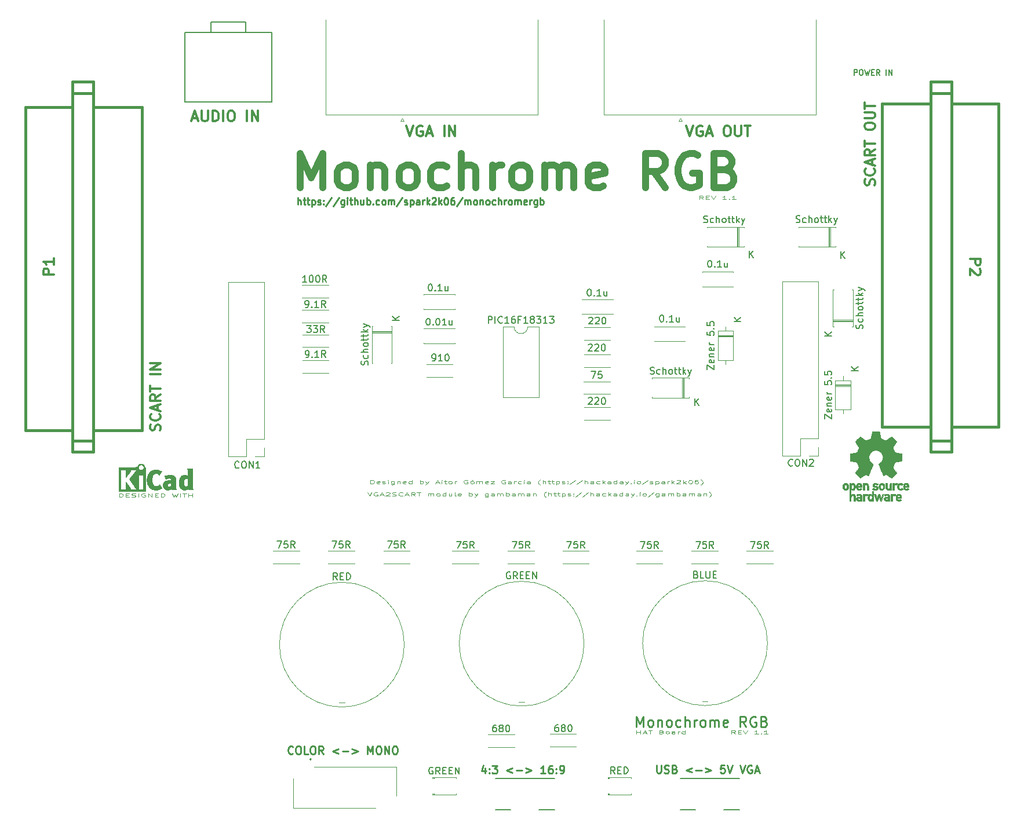
<source format=gbr>
G04 #@! TF.GenerationSoftware,KiCad,Pcbnew,(5.1.4)-1*
G04 #@! TF.CreationDate,2020-12-20T09:49:53+01:00*
G04 #@! TF.ProjectId,MonochromeRGB,4d6f6e6f-6368-4726-9f6d-655247422e6b,rev?*
G04 #@! TF.SameCoordinates,Original*
G04 #@! TF.FileFunction,Legend,Top*
G04 #@! TF.FilePolarity,Positive*
%FSLAX46Y46*%
G04 Gerber Fmt 4.6, Leading zero omitted, Abs format (unit mm)*
G04 Created by KiCad (PCBNEW (5.1.4)-1) date 2020-12-20 09:49:53*
%MOMM*%
%LPD*%
G04 APERTURE LIST*
%ADD10C,0.125000*%
%ADD11C,0.250000*%
%ADD12C,1.000000*%
%ADD13C,0.120000*%
%ADD14C,0.100000*%
%ADD15C,0.200000*%
%ADD16C,0.381000*%
%ADD17C,0.150000*%
%ADD18C,0.152400*%
%ADD19C,0.010000*%
%ADD20C,0.254000*%
%ADD21C,0.304800*%
G04 APERTURE END LIST*
D10*
X125946030Y-98811590D02*
X126269363Y-99311590D01*
X126592697Y-98811590D01*
X127424125Y-98835400D02*
X127331744Y-98811590D01*
X127193173Y-98811590D01*
X127054601Y-98835400D01*
X126962220Y-98883019D01*
X126916030Y-98930638D01*
X126869840Y-99025876D01*
X126869840Y-99097304D01*
X126916030Y-99192542D01*
X126962220Y-99240161D01*
X127054601Y-99287780D01*
X127193173Y-99311590D01*
X127285554Y-99311590D01*
X127424125Y-99287780D01*
X127470316Y-99263971D01*
X127470316Y-99097304D01*
X127285554Y-99097304D01*
X127839840Y-99168733D02*
X128301744Y-99168733D01*
X127747459Y-99311590D02*
X128070792Y-98811590D01*
X128394125Y-99311590D01*
X128671268Y-98859209D02*
X128717459Y-98835400D01*
X128809840Y-98811590D01*
X129040792Y-98811590D01*
X129133173Y-98835400D01*
X129179363Y-98859209D01*
X129225554Y-98906828D01*
X129225554Y-98954447D01*
X129179363Y-99025876D01*
X128625078Y-99311590D01*
X129225554Y-99311590D01*
X129595078Y-99287780D02*
X129733649Y-99311590D01*
X129964601Y-99311590D01*
X130056982Y-99287780D01*
X130103173Y-99263971D01*
X130149363Y-99216352D01*
X130149363Y-99168733D01*
X130103173Y-99121114D01*
X130056982Y-99097304D01*
X129964601Y-99073495D01*
X129779840Y-99049685D01*
X129687459Y-99025876D01*
X129641268Y-99002066D01*
X129595078Y-98954447D01*
X129595078Y-98906828D01*
X129641268Y-98859209D01*
X129687459Y-98835400D01*
X129779840Y-98811590D01*
X130010792Y-98811590D01*
X130149363Y-98835400D01*
X131119363Y-99263971D02*
X131073173Y-99287780D01*
X130934601Y-99311590D01*
X130842220Y-99311590D01*
X130703649Y-99287780D01*
X130611268Y-99240161D01*
X130565078Y-99192542D01*
X130518887Y-99097304D01*
X130518887Y-99025876D01*
X130565078Y-98930638D01*
X130611268Y-98883019D01*
X130703649Y-98835400D01*
X130842220Y-98811590D01*
X130934601Y-98811590D01*
X131073173Y-98835400D01*
X131119363Y-98859209D01*
X131488887Y-99168733D02*
X131950792Y-99168733D01*
X131396506Y-99311590D02*
X131719840Y-98811590D01*
X132043173Y-99311590D01*
X132920792Y-99311590D02*
X132597459Y-99073495D01*
X132366506Y-99311590D02*
X132366506Y-98811590D01*
X132736030Y-98811590D01*
X132828411Y-98835400D01*
X132874601Y-98859209D01*
X132920792Y-98906828D01*
X132920792Y-98978257D01*
X132874601Y-99025876D01*
X132828411Y-99049685D01*
X132736030Y-99073495D01*
X132366506Y-99073495D01*
X133197935Y-98811590D02*
X133752220Y-98811590D01*
X133475078Y-99311590D02*
X133475078Y-98811590D01*
X134814601Y-99311590D02*
X134814601Y-98978257D01*
X134814601Y-99025876D02*
X134860792Y-99002066D01*
X134953173Y-98978257D01*
X135091744Y-98978257D01*
X135184125Y-99002066D01*
X135230316Y-99049685D01*
X135230316Y-99311590D01*
X135230316Y-99049685D02*
X135276506Y-99002066D01*
X135368887Y-98978257D01*
X135507459Y-98978257D01*
X135599840Y-99002066D01*
X135646030Y-99049685D01*
X135646030Y-99311590D01*
X136246506Y-99311590D02*
X136154125Y-99287780D01*
X136107935Y-99263971D01*
X136061744Y-99216352D01*
X136061744Y-99073495D01*
X136107935Y-99025876D01*
X136154125Y-99002066D01*
X136246506Y-98978257D01*
X136385078Y-98978257D01*
X136477459Y-99002066D01*
X136523649Y-99025876D01*
X136569840Y-99073495D01*
X136569840Y-99216352D01*
X136523649Y-99263971D01*
X136477459Y-99287780D01*
X136385078Y-99311590D01*
X136246506Y-99311590D01*
X137401268Y-99311590D02*
X137401268Y-98811590D01*
X137401268Y-99287780D02*
X137308887Y-99311590D01*
X137124125Y-99311590D01*
X137031744Y-99287780D01*
X136985554Y-99263971D01*
X136939363Y-99216352D01*
X136939363Y-99073495D01*
X136985554Y-99025876D01*
X137031744Y-99002066D01*
X137124125Y-98978257D01*
X137308887Y-98978257D01*
X137401268Y-99002066D01*
X138278887Y-98978257D02*
X138278887Y-99311590D01*
X137863173Y-98978257D02*
X137863173Y-99240161D01*
X137909363Y-99287780D01*
X138001744Y-99311590D01*
X138140316Y-99311590D01*
X138232697Y-99287780D01*
X138278887Y-99263971D01*
X138879363Y-99311590D02*
X138786982Y-99287780D01*
X138740792Y-99240161D01*
X138740792Y-98811590D01*
X139618411Y-99287780D02*
X139526030Y-99311590D01*
X139341268Y-99311590D01*
X139248887Y-99287780D01*
X139202697Y-99240161D01*
X139202697Y-99049685D01*
X139248887Y-99002066D01*
X139341268Y-98978257D01*
X139526030Y-98978257D01*
X139618411Y-99002066D01*
X139664601Y-99049685D01*
X139664601Y-99097304D01*
X139202697Y-99144923D01*
X140819363Y-99311590D02*
X140819363Y-98811590D01*
X140819363Y-99002066D02*
X140911744Y-98978257D01*
X141096506Y-98978257D01*
X141188887Y-99002066D01*
X141235078Y-99025876D01*
X141281268Y-99073495D01*
X141281268Y-99216352D01*
X141235078Y-99263971D01*
X141188887Y-99287780D01*
X141096506Y-99311590D01*
X140911744Y-99311590D01*
X140819363Y-99287780D01*
X141604601Y-98978257D02*
X141835554Y-99311590D01*
X142066506Y-98978257D02*
X141835554Y-99311590D01*
X141743173Y-99430638D01*
X141696982Y-99454447D01*
X141604601Y-99478257D01*
X143590792Y-98978257D02*
X143590792Y-99383019D01*
X143544601Y-99430638D01*
X143498411Y-99454447D01*
X143406030Y-99478257D01*
X143267459Y-99478257D01*
X143175078Y-99454447D01*
X143590792Y-99287780D02*
X143498411Y-99311590D01*
X143313649Y-99311590D01*
X143221268Y-99287780D01*
X143175078Y-99263971D01*
X143128887Y-99216352D01*
X143128887Y-99073495D01*
X143175078Y-99025876D01*
X143221268Y-99002066D01*
X143313649Y-98978257D01*
X143498411Y-98978257D01*
X143590792Y-99002066D01*
X144468411Y-99311590D02*
X144468411Y-99049685D01*
X144422220Y-99002066D01*
X144329840Y-98978257D01*
X144145078Y-98978257D01*
X144052697Y-99002066D01*
X144468411Y-99287780D02*
X144376030Y-99311590D01*
X144145078Y-99311590D01*
X144052697Y-99287780D01*
X144006506Y-99240161D01*
X144006506Y-99192542D01*
X144052697Y-99144923D01*
X144145078Y-99121114D01*
X144376030Y-99121114D01*
X144468411Y-99097304D01*
X144930316Y-99311590D02*
X144930316Y-98978257D01*
X144930316Y-99025876D02*
X144976506Y-99002066D01*
X145068887Y-98978257D01*
X145207459Y-98978257D01*
X145299840Y-99002066D01*
X145346030Y-99049685D01*
X145346030Y-99311590D01*
X145346030Y-99049685D02*
X145392220Y-99002066D01*
X145484601Y-98978257D01*
X145623173Y-98978257D01*
X145715554Y-99002066D01*
X145761744Y-99049685D01*
X145761744Y-99311590D01*
X146223649Y-99311590D02*
X146223649Y-98811590D01*
X146223649Y-99002066D02*
X146316030Y-98978257D01*
X146500792Y-98978257D01*
X146593173Y-99002066D01*
X146639363Y-99025876D01*
X146685554Y-99073495D01*
X146685554Y-99216352D01*
X146639363Y-99263971D01*
X146593173Y-99287780D01*
X146500792Y-99311590D01*
X146316030Y-99311590D01*
X146223649Y-99287780D01*
X147516982Y-99311590D02*
X147516982Y-99049685D01*
X147470792Y-99002066D01*
X147378411Y-98978257D01*
X147193649Y-98978257D01*
X147101268Y-99002066D01*
X147516982Y-99287780D02*
X147424601Y-99311590D01*
X147193649Y-99311590D01*
X147101268Y-99287780D01*
X147055078Y-99240161D01*
X147055078Y-99192542D01*
X147101268Y-99144923D01*
X147193649Y-99121114D01*
X147424601Y-99121114D01*
X147516982Y-99097304D01*
X147978887Y-99311590D02*
X147978887Y-98978257D01*
X147978887Y-99025876D02*
X148025078Y-99002066D01*
X148117459Y-98978257D01*
X148256030Y-98978257D01*
X148348411Y-99002066D01*
X148394601Y-99049685D01*
X148394601Y-99311590D01*
X148394601Y-99049685D02*
X148440792Y-99002066D01*
X148533173Y-98978257D01*
X148671744Y-98978257D01*
X148764125Y-99002066D01*
X148810316Y-99049685D01*
X148810316Y-99311590D01*
X149687935Y-99311590D02*
X149687935Y-99049685D01*
X149641744Y-99002066D01*
X149549363Y-98978257D01*
X149364601Y-98978257D01*
X149272220Y-99002066D01*
X149687935Y-99287780D02*
X149595554Y-99311590D01*
X149364601Y-99311590D01*
X149272220Y-99287780D01*
X149226030Y-99240161D01*
X149226030Y-99192542D01*
X149272220Y-99144923D01*
X149364601Y-99121114D01*
X149595554Y-99121114D01*
X149687935Y-99097304D01*
X150149840Y-98978257D02*
X150149840Y-99311590D01*
X150149840Y-99025876D02*
X150196030Y-99002066D01*
X150288411Y-98978257D01*
X150426982Y-98978257D01*
X150519363Y-99002066D01*
X150565554Y-99049685D01*
X150565554Y-99311590D01*
X152043649Y-99502066D02*
X151997459Y-99478257D01*
X151905078Y-99406828D01*
X151858887Y-99359209D01*
X151812697Y-99287780D01*
X151766506Y-99168733D01*
X151766506Y-99073495D01*
X151812697Y-98954447D01*
X151858887Y-98883019D01*
X151905078Y-98835400D01*
X151997459Y-98763971D01*
X152043649Y-98740161D01*
X152413173Y-99311590D02*
X152413173Y-98811590D01*
X152828887Y-99311590D02*
X152828887Y-99049685D01*
X152782697Y-99002066D01*
X152690316Y-98978257D01*
X152551744Y-98978257D01*
X152459363Y-99002066D01*
X152413173Y-99025876D01*
X153152220Y-98978257D02*
X153521744Y-98978257D01*
X153290792Y-98811590D02*
X153290792Y-99240161D01*
X153336982Y-99287780D01*
X153429363Y-99311590D01*
X153521744Y-99311590D01*
X153706506Y-98978257D02*
X154076030Y-98978257D01*
X153845078Y-98811590D02*
X153845078Y-99240161D01*
X153891268Y-99287780D01*
X153983649Y-99311590D01*
X154076030Y-99311590D01*
X154399363Y-98978257D02*
X154399363Y-99478257D01*
X154399363Y-99002066D02*
X154491744Y-98978257D01*
X154676506Y-98978257D01*
X154768887Y-99002066D01*
X154815078Y-99025876D01*
X154861268Y-99073495D01*
X154861268Y-99216352D01*
X154815078Y-99263971D01*
X154768887Y-99287780D01*
X154676506Y-99311590D01*
X154491744Y-99311590D01*
X154399363Y-99287780D01*
X155230792Y-99287780D02*
X155323173Y-99311590D01*
X155507935Y-99311590D01*
X155600316Y-99287780D01*
X155646506Y-99240161D01*
X155646506Y-99216352D01*
X155600316Y-99168733D01*
X155507935Y-99144923D01*
X155369363Y-99144923D01*
X155276982Y-99121114D01*
X155230792Y-99073495D01*
X155230792Y-99049685D01*
X155276982Y-99002066D01*
X155369363Y-98978257D01*
X155507935Y-98978257D01*
X155600316Y-99002066D01*
X156062220Y-99263971D02*
X156108411Y-99287780D01*
X156062220Y-99311590D01*
X156016030Y-99287780D01*
X156062220Y-99263971D01*
X156062220Y-99311590D01*
X156062220Y-99002066D02*
X156108411Y-99025876D01*
X156062220Y-99049685D01*
X156016030Y-99025876D01*
X156062220Y-99002066D01*
X156062220Y-99049685D01*
X157216982Y-98787780D02*
X156385554Y-99430638D01*
X158233173Y-98787780D02*
X157401744Y-99430638D01*
X158556506Y-99311590D02*
X158556506Y-98811590D01*
X158972220Y-99311590D02*
X158972220Y-99049685D01*
X158926030Y-99002066D01*
X158833649Y-98978257D01*
X158695078Y-98978257D01*
X158602697Y-99002066D01*
X158556506Y-99025876D01*
X159849840Y-99311590D02*
X159849840Y-99049685D01*
X159803649Y-99002066D01*
X159711268Y-98978257D01*
X159526506Y-98978257D01*
X159434125Y-99002066D01*
X159849840Y-99287780D02*
X159757459Y-99311590D01*
X159526506Y-99311590D01*
X159434125Y-99287780D01*
X159387935Y-99240161D01*
X159387935Y-99192542D01*
X159434125Y-99144923D01*
X159526506Y-99121114D01*
X159757459Y-99121114D01*
X159849840Y-99097304D01*
X160727459Y-99287780D02*
X160635078Y-99311590D01*
X160450316Y-99311590D01*
X160357935Y-99287780D01*
X160311744Y-99263971D01*
X160265554Y-99216352D01*
X160265554Y-99073495D01*
X160311744Y-99025876D01*
X160357935Y-99002066D01*
X160450316Y-98978257D01*
X160635078Y-98978257D01*
X160727459Y-99002066D01*
X161143173Y-99311590D02*
X161143173Y-98811590D01*
X161235554Y-99121114D02*
X161512697Y-99311590D01*
X161512697Y-98978257D02*
X161143173Y-99168733D01*
X162344125Y-99311590D02*
X162344125Y-99049685D01*
X162297935Y-99002066D01*
X162205554Y-98978257D01*
X162020792Y-98978257D01*
X161928411Y-99002066D01*
X162344125Y-99287780D02*
X162251744Y-99311590D01*
X162020792Y-99311590D01*
X161928411Y-99287780D01*
X161882220Y-99240161D01*
X161882220Y-99192542D01*
X161928411Y-99144923D01*
X162020792Y-99121114D01*
X162251744Y-99121114D01*
X162344125Y-99097304D01*
X163221744Y-99311590D02*
X163221744Y-98811590D01*
X163221744Y-99287780D02*
X163129363Y-99311590D01*
X162944601Y-99311590D01*
X162852220Y-99287780D01*
X162806030Y-99263971D01*
X162759840Y-99216352D01*
X162759840Y-99073495D01*
X162806030Y-99025876D01*
X162852220Y-99002066D01*
X162944601Y-98978257D01*
X163129363Y-98978257D01*
X163221744Y-99002066D01*
X164099363Y-99311590D02*
X164099363Y-99049685D01*
X164053173Y-99002066D01*
X163960792Y-98978257D01*
X163776030Y-98978257D01*
X163683649Y-99002066D01*
X164099363Y-99287780D02*
X164006982Y-99311590D01*
X163776030Y-99311590D01*
X163683649Y-99287780D01*
X163637459Y-99240161D01*
X163637459Y-99192542D01*
X163683649Y-99144923D01*
X163776030Y-99121114D01*
X164006982Y-99121114D01*
X164099363Y-99097304D01*
X164468887Y-98978257D02*
X164699840Y-99311590D01*
X164930792Y-98978257D02*
X164699840Y-99311590D01*
X164607459Y-99430638D01*
X164561268Y-99454447D01*
X164468887Y-99478257D01*
X165300316Y-99263971D02*
X165346506Y-99287780D01*
X165300316Y-99311590D01*
X165254125Y-99287780D01*
X165300316Y-99263971D01*
X165300316Y-99311590D01*
X165762220Y-99311590D02*
X165762220Y-98978257D01*
X165762220Y-98811590D02*
X165716030Y-98835400D01*
X165762220Y-98859209D01*
X165808411Y-98835400D01*
X165762220Y-98811590D01*
X165762220Y-98859209D01*
X166362697Y-99311590D02*
X166270316Y-99287780D01*
X166224125Y-99263971D01*
X166177935Y-99216352D01*
X166177935Y-99073495D01*
X166224125Y-99025876D01*
X166270316Y-99002066D01*
X166362697Y-98978257D01*
X166501268Y-98978257D01*
X166593649Y-99002066D01*
X166639840Y-99025876D01*
X166686030Y-99073495D01*
X166686030Y-99216352D01*
X166639840Y-99263971D01*
X166593649Y-99287780D01*
X166501268Y-99311590D01*
X166362697Y-99311590D01*
X167794601Y-98787780D02*
X166963173Y-99430638D01*
X168533649Y-98978257D02*
X168533649Y-99383019D01*
X168487459Y-99430638D01*
X168441268Y-99454447D01*
X168348887Y-99478257D01*
X168210316Y-99478257D01*
X168117935Y-99454447D01*
X168533649Y-99287780D02*
X168441268Y-99311590D01*
X168256506Y-99311590D01*
X168164125Y-99287780D01*
X168117935Y-99263971D01*
X168071744Y-99216352D01*
X168071744Y-99073495D01*
X168117935Y-99025876D01*
X168164125Y-99002066D01*
X168256506Y-98978257D01*
X168441268Y-98978257D01*
X168533649Y-99002066D01*
X169411268Y-99311590D02*
X169411268Y-99049685D01*
X169365078Y-99002066D01*
X169272697Y-98978257D01*
X169087935Y-98978257D01*
X168995554Y-99002066D01*
X169411268Y-99287780D02*
X169318887Y-99311590D01*
X169087935Y-99311590D01*
X168995554Y-99287780D01*
X168949363Y-99240161D01*
X168949363Y-99192542D01*
X168995554Y-99144923D01*
X169087935Y-99121114D01*
X169318887Y-99121114D01*
X169411268Y-99097304D01*
X169873173Y-99311590D02*
X169873173Y-98978257D01*
X169873173Y-99025876D02*
X169919363Y-99002066D01*
X170011744Y-98978257D01*
X170150316Y-98978257D01*
X170242697Y-99002066D01*
X170288887Y-99049685D01*
X170288887Y-99311590D01*
X170288887Y-99049685D02*
X170335078Y-99002066D01*
X170427459Y-98978257D01*
X170566030Y-98978257D01*
X170658411Y-99002066D01*
X170704601Y-99049685D01*
X170704601Y-99311590D01*
X171166506Y-99311590D02*
X171166506Y-98811590D01*
X171166506Y-99002066D02*
X171258887Y-98978257D01*
X171443649Y-98978257D01*
X171536030Y-99002066D01*
X171582220Y-99025876D01*
X171628411Y-99073495D01*
X171628411Y-99216352D01*
X171582220Y-99263971D01*
X171536030Y-99287780D01*
X171443649Y-99311590D01*
X171258887Y-99311590D01*
X171166506Y-99287780D01*
X172459840Y-99311590D02*
X172459840Y-99049685D01*
X172413649Y-99002066D01*
X172321268Y-98978257D01*
X172136506Y-98978257D01*
X172044125Y-99002066D01*
X172459840Y-99287780D02*
X172367459Y-99311590D01*
X172136506Y-99311590D01*
X172044125Y-99287780D01*
X171997935Y-99240161D01*
X171997935Y-99192542D01*
X172044125Y-99144923D01*
X172136506Y-99121114D01*
X172367459Y-99121114D01*
X172459840Y-99097304D01*
X172921744Y-99311590D02*
X172921744Y-98978257D01*
X172921744Y-99025876D02*
X172967935Y-99002066D01*
X173060316Y-98978257D01*
X173198887Y-98978257D01*
X173291268Y-99002066D01*
X173337459Y-99049685D01*
X173337459Y-99311590D01*
X173337459Y-99049685D02*
X173383649Y-99002066D01*
X173476030Y-98978257D01*
X173614601Y-98978257D01*
X173706982Y-99002066D01*
X173753173Y-99049685D01*
X173753173Y-99311590D01*
X174630792Y-99311590D02*
X174630792Y-99049685D01*
X174584601Y-99002066D01*
X174492220Y-98978257D01*
X174307459Y-98978257D01*
X174215078Y-99002066D01*
X174630792Y-99287780D02*
X174538411Y-99311590D01*
X174307459Y-99311590D01*
X174215078Y-99287780D01*
X174168887Y-99240161D01*
X174168887Y-99192542D01*
X174215078Y-99144923D01*
X174307459Y-99121114D01*
X174538411Y-99121114D01*
X174630792Y-99097304D01*
X175092697Y-98978257D02*
X175092697Y-99311590D01*
X175092697Y-99025876D02*
X175138887Y-99002066D01*
X175231268Y-98978257D01*
X175369840Y-98978257D01*
X175462220Y-99002066D01*
X175508411Y-99049685D01*
X175508411Y-99311590D01*
X175877935Y-99502066D02*
X175924125Y-99478257D01*
X176016506Y-99406828D01*
X176062697Y-99359209D01*
X176108887Y-99287780D01*
X176155078Y-99168733D01*
X176155078Y-99073495D01*
X176108887Y-98954447D01*
X176062697Y-98883019D01*
X176016506Y-98835400D01*
X175924125Y-98763971D01*
X175877935Y-98740161D01*
X126399704Y-97508190D02*
X126399704Y-97008190D01*
X126630657Y-97008190D01*
X126769228Y-97032000D01*
X126861609Y-97079619D01*
X126907800Y-97127238D01*
X126953990Y-97222476D01*
X126953990Y-97293904D01*
X126907800Y-97389142D01*
X126861609Y-97436761D01*
X126769228Y-97484380D01*
X126630657Y-97508190D01*
X126399704Y-97508190D01*
X127739228Y-97484380D02*
X127646847Y-97508190D01*
X127462085Y-97508190D01*
X127369704Y-97484380D01*
X127323514Y-97436761D01*
X127323514Y-97246285D01*
X127369704Y-97198666D01*
X127462085Y-97174857D01*
X127646847Y-97174857D01*
X127739228Y-97198666D01*
X127785419Y-97246285D01*
X127785419Y-97293904D01*
X127323514Y-97341523D01*
X128154942Y-97484380D02*
X128247323Y-97508190D01*
X128432085Y-97508190D01*
X128524466Y-97484380D01*
X128570657Y-97436761D01*
X128570657Y-97412952D01*
X128524466Y-97365333D01*
X128432085Y-97341523D01*
X128293514Y-97341523D01*
X128201133Y-97317714D01*
X128154942Y-97270095D01*
X128154942Y-97246285D01*
X128201133Y-97198666D01*
X128293514Y-97174857D01*
X128432085Y-97174857D01*
X128524466Y-97198666D01*
X128986371Y-97508190D02*
X128986371Y-97174857D01*
X128986371Y-97008190D02*
X128940180Y-97032000D01*
X128986371Y-97055809D01*
X129032561Y-97032000D01*
X128986371Y-97008190D01*
X128986371Y-97055809D01*
X129863990Y-97174857D02*
X129863990Y-97579619D01*
X129817800Y-97627238D01*
X129771609Y-97651047D01*
X129679228Y-97674857D01*
X129540657Y-97674857D01*
X129448276Y-97651047D01*
X129863990Y-97484380D02*
X129771609Y-97508190D01*
X129586847Y-97508190D01*
X129494466Y-97484380D01*
X129448276Y-97460571D01*
X129402085Y-97412952D01*
X129402085Y-97270095D01*
X129448276Y-97222476D01*
X129494466Y-97198666D01*
X129586847Y-97174857D01*
X129771609Y-97174857D01*
X129863990Y-97198666D01*
X130325895Y-97174857D02*
X130325895Y-97508190D01*
X130325895Y-97222476D02*
X130372085Y-97198666D01*
X130464466Y-97174857D01*
X130603038Y-97174857D01*
X130695419Y-97198666D01*
X130741609Y-97246285D01*
X130741609Y-97508190D01*
X131573038Y-97484380D02*
X131480657Y-97508190D01*
X131295895Y-97508190D01*
X131203514Y-97484380D01*
X131157323Y-97436761D01*
X131157323Y-97246285D01*
X131203514Y-97198666D01*
X131295895Y-97174857D01*
X131480657Y-97174857D01*
X131573038Y-97198666D01*
X131619228Y-97246285D01*
X131619228Y-97293904D01*
X131157323Y-97341523D01*
X132450657Y-97508190D02*
X132450657Y-97008190D01*
X132450657Y-97484380D02*
X132358276Y-97508190D01*
X132173514Y-97508190D01*
X132081133Y-97484380D01*
X132034942Y-97460571D01*
X131988752Y-97412952D01*
X131988752Y-97270095D01*
X132034942Y-97222476D01*
X132081133Y-97198666D01*
X132173514Y-97174857D01*
X132358276Y-97174857D01*
X132450657Y-97198666D01*
X133651609Y-97508190D02*
X133651609Y-97008190D01*
X133651609Y-97198666D02*
X133743990Y-97174857D01*
X133928752Y-97174857D01*
X134021133Y-97198666D01*
X134067323Y-97222476D01*
X134113514Y-97270095D01*
X134113514Y-97412952D01*
X134067323Y-97460571D01*
X134021133Y-97484380D01*
X133928752Y-97508190D01*
X133743990Y-97508190D01*
X133651609Y-97484380D01*
X134436847Y-97174857D02*
X134667800Y-97508190D01*
X134898752Y-97174857D02*
X134667800Y-97508190D01*
X134575419Y-97627238D01*
X134529228Y-97651047D01*
X134436847Y-97674857D01*
X135961133Y-97365333D02*
X136423038Y-97365333D01*
X135868752Y-97508190D02*
X136192085Y-97008190D01*
X136515419Y-97508190D01*
X136838752Y-97508190D02*
X136838752Y-97174857D01*
X136838752Y-97008190D02*
X136792561Y-97032000D01*
X136838752Y-97055809D01*
X136884942Y-97032000D01*
X136838752Y-97008190D01*
X136838752Y-97055809D01*
X137162085Y-97174857D02*
X137531609Y-97174857D01*
X137300657Y-97008190D02*
X137300657Y-97436761D01*
X137346847Y-97484380D01*
X137439228Y-97508190D01*
X137531609Y-97508190D01*
X137993514Y-97508190D02*
X137901133Y-97484380D01*
X137854942Y-97460571D01*
X137808752Y-97412952D01*
X137808752Y-97270095D01*
X137854942Y-97222476D01*
X137901133Y-97198666D01*
X137993514Y-97174857D01*
X138132085Y-97174857D01*
X138224466Y-97198666D01*
X138270657Y-97222476D01*
X138316847Y-97270095D01*
X138316847Y-97412952D01*
X138270657Y-97460571D01*
X138224466Y-97484380D01*
X138132085Y-97508190D01*
X137993514Y-97508190D01*
X138732561Y-97508190D02*
X138732561Y-97174857D01*
X138732561Y-97270095D02*
X138778752Y-97222476D01*
X138824942Y-97198666D01*
X138917323Y-97174857D01*
X139009704Y-97174857D01*
X140580180Y-97032000D02*
X140487800Y-97008190D01*
X140349228Y-97008190D01*
X140210657Y-97032000D01*
X140118276Y-97079619D01*
X140072085Y-97127238D01*
X140025895Y-97222476D01*
X140025895Y-97293904D01*
X140072085Y-97389142D01*
X140118276Y-97436761D01*
X140210657Y-97484380D01*
X140349228Y-97508190D01*
X140441609Y-97508190D01*
X140580180Y-97484380D01*
X140626371Y-97460571D01*
X140626371Y-97293904D01*
X140441609Y-97293904D01*
X141180657Y-97508190D02*
X141088276Y-97484380D01*
X141042085Y-97460571D01*
X140995895Y-97412952D01*
X140995895Y-97270095D01*
X141042085Y-97222476D01*
X141088276Y-97198666D01*
X141180657Y-97174857D01*
X141319228Y-97174857D01*
X141411609Y-97198666D01*
X141457800Y-97222476D01*
X141503990Y-97270095D01*
X141503990Y-97412952D01*
X141457800Y-97460571D01*
X141411609Y-97484380D01*
X141319228Y-97508190D01*
X141180657Y-97508190D01*
X141365419Y-96984380D02*
X141226847Y-97055809D01*
X141919704Y-97508190D02*
X141919704Y-97174857D01*
X141919704Y-97222476D02*
X141965895Y-97198666D01*
X142058276Y-97174857D01*
X142196847Y-97174857D01*
X142289228Y-97198666D01*
X142335419Y-97246285D01*
X142335419Y-97508190D01*
X142335419Y-97246285D02*
X142381609Y-97198666D01*
X142473990Y-97174857D01*
X142612561Y-97174857D01*
X142704942Y-97198666D01*
X142751133Y-97246285D01*
X142751133Y-97508190D01*
X143582561Y-97484380D02*
X143490180Y-97508190D01*
X143305419Y-97508190D01*
X143213038Y-97484380D01*
X143166847Y-97436761D01*
X143166847Y-97246285D01*
X143213038Y-97198666D01*
X143305419Y-97174857D01*
X143490180Y-97174857D01*
X143582561Y-97198666D01*
X143628752Y-97246285D01*
X143628752Y-97293904D01*
X143166847Y-97341523D01*
X143952085Y-97174857D02*
X144460180Y-97174857D01*
X143952085Y-97508190D01*
X144460180Y-97508190D01*
X146076847Y-97032000D02*
X145984466Y-97008190D01*
X145845895Y-97008190D01*
X145707323Y-97032000D01*
X145614942Y-97079619D01*
X145568752Y-97127238D01*
X145522561Y-97222476D01*
X145522561Y-97293904D01*
X145568752Y-97389142D01*
X145614942Y-97436761D01*
X145707323Y-97484380D01*
X145845895Y-97508190D01*
X145938276Y-97508190D01*
X146076847Y-97484380D01*
X146123038Y-97460571D01*
X146123038Y-97293904D01*
X145938276Y-97293904D01*
X146954466Y-97508190D02*
X146954466Y-97246285D01*
X146908276Y-97198666D01*
X146815895Y-97174857D01*
X146631133Y-97174857D01*
X146538752Y-97198666D01*
X146954466Y-97484380D02*
X146862085Y-97508190D01*
X146631133Y-97508190D01*
X146538752Y-97484380D01*
X146492561Y-97436761D01*
X146492561Y-97389142D01*
X146538752Y-97341523D01*
X146631133Y-97317714D01*
X146862085Y-97317714D01*
X146954466Y-97293904D01*
X147416371Y-97508190D02*
X147416371Y-97174857D01*
X147416371Y-97270095D02*
X147462561Y-97222476D01*
X147508752Y-97198666D01*
X147601133Y-97174857D01*
X147693514Y-97174857D01*
X148432561Y-97484380D02*
X148340180Y-97508190D01*
X148155419Y-97508190D01*
X148063038Y-97484380D01*
X148016847Y-97460571D01*
X147970657Y-97412952D01*
X147970657Y-97270095D01*
X148016847Y-97222476D01*
X148063038Y-97198666D01*
X148155419Y-97174857D01*
X148340180Y-97174857D01*
X148432561Y-97198666D01*
X148848276Y-97508190D02*
X148848276Y-97174857D01*
X148940657Y-96984380D02*
X148802085Y-97055809D01*
X149725895Y-97508190D02*
X149725895Y-97246285D01*
X149679704Y-97198666D01*
X149587323Y-97174857D01*
X149402561Y-97174857D01*
X149310180Y-97198666D01*
X149725895Y-97484380D02*
X149633514Y-97508190D01*
X149402561Y-97508190D01*
X149310180Y-97484380D01*
X149263990Y-97436761D01*
X149263990Y-97389142D01*
X149310180Y-97341523D01*
X149402561Y-97317714D01*
X149633514Y-97317714D01*
X149725895Y-97293904D01*
X151203990Y-97698666D02*
X151157800Y-97674857D01*
X151065419Y-97603428D01*
X151019228Y-97555809D01*
X150973038Y-97484380D01*
X150926847Y-97365333D01*
X150926847Y-97270095D01*
X150973038Y-97151047D01*
X151019228Y-97079619D01*
X151065419Y-97032000D01*
X151157800Y-96960571D01*
X151203990Y-96936761D01*
X151573514Y-97508190D02*
X151573514Y-97008190D01*
X151989228Y-97508190D02*
X151989228Y-97246285D01*
X151943038Y-97198666D01*
X151850657Y-97174857D01*
X151712085Y-97174857D01*
X151619704Y-97198666D01*
X151573514Y-97222476D01*
X152312561Y-97174857D02*
X152682085Y-97174857D01*
X152451133Y-97008190D02*
X152451133Y-97436761D01*
X152497323Y-97484380D01*
X152589704Y-97508190D01*
X152682085Y-97508190D01*
X152866847Y-97174857D02*
X153236371Y-97174857D01*
X153005419Y-97008190D02*
X153005419Y-97436761D01*
X153051609Y-97484380D01*
X153143990Y-97508190D01*
X153236371Y-97508190D01*
X153559704Y-97174857D02*
X153559704Y-97674857D01*
X153559704Y-97198666D02*
X153652085Y-97174857D01*
X153836847Y-97174857D01*
X153929228Y-97198666D01*
X153975419Y-97222476D01*
X154021609Y-97270095D01*
X154021609Y-97412952D01*
X153975419Y-97460571D01*
X153929228Y-97484380D01*
X153836847Y-97508190D01*
X153652085Y-97508190D01*
X153559704Y-97484380D01*
X154391133Y-97484380D02*
X154483514Y-97508190D01*
X154668276Y-97508190D01*
X154760657Y-97484380D01*
X154806847Y-97436761D01*
X154806847Y-97412952D01*
X154760657Y-97365333D01*
X154668276Y-97341523D01*
X154529704Y-97341523D01*
X154437323Y-97317714D01*
X154391133Y-97270095D01*
X154391133Y-97246285D01*
X154437323Y-97198666D01*
X154529704Y-97174857D01*
X154668276Y-97174857D01*
X154760657Y-97198666D01*
X155222561Y-97460571D02*
X155268752Y-97484380D01*
X155222561Y-97508190D01*
X155176371Y-97484380D01*
X155222561Y-97460571D01*
X155222561Y-97508190D01*
X155222561Y-97198666D02*
X155268752Y-97222476D01*
X155222561Y-97246285D01*
X155176371Y-97222476D01*
X155222561Y-97198666D01*
X155222561Y-97246285D01*
X156377323Y-96984380D02*
X155545895Y-97627238D01*
X157393514Y-96984380D02*
X156562085Y-97627238D01*
X157716847Y-97508190D02*
X157716847Y-97008190D01*
X158132561Y-97508190D02*
X158132561Y-97246285D01*
X158086371Y-97198666D01*
X157993990Y-97174857D01*
X157855419Y-97174857D01*
X157763038Y-97198666D01*
X157716847Y-97222476D01*
X159010180Y-97508190D02*
X159010180Y-97246285D01*
X158963990Y-97198666D01*
X158871609Y-97174857D01*
X158686847Y-97174857D01*
X158594466Y-97198666D01*
X159010180Y-97484380D02*
X158917800Y-97508190D01*
X158686847Y-97508190D01*
X158594466Y-97484380D01*
X158548276Y-97436761D01*
X158548276Y-97389142D01*
X158594466Y-97341523D01*
X158686847Y-97317714D01*
X158917800Y-97317714D01*
X159010180Y-97293904D01*
X159887800Y-97484380D02*
X159795419Y-97508190D01*
X159610657Y-97508190D01*
X159518276Y-97484380D01*
X159472085Y-97460571D01*
X159425895Y-97412952D01*
X159425895Y-97270095D01*
X159472085Y-97222476D01*
X159518276Y-97198666D01*
X159610657Y-97174857D01*
X159795419Y-97174857D01*
X159887800Y-97198666D01*
X160303514Y-97508190D02*
X160303514Y-97008190D01*
X160395895Y-97317714D02*
X160673038Y-97508190D01*
X160673038Y-97174857D02*
X160303514Y-97365333D01*
X161504466Y-97508190D02*
X161504466Y-97246285D01*
X161458276Y-97198666D01*
X161365895Y-97174857D01*
X161181133Y-97174857D01*
X161088752Y-97198666D01*
X161504466Y-97484380D02*
X161412085Y-97508190D01*
X161181133Y-97508190D01*
X161088752Y-97484380D01*
X161042561Y-97436761D01*
X161042561Y-97389142D01*
X161088752Y-97341523D01*
X161181133Y-97317714D01*
X161412085Y-97317714D01*
X161504466Y-97293904D01*
X162382085Y-97508190D02*
X162382085Y-97008190D01*
X162382085Y-97484380D02*
X162289704Y-97508190D01*
X162104942Y-97508190D01*
X162012561Y-97484380D01*
X161966371Y-97460571D01*
X161920180Y-97412952D01*
X161920180Y-97270095D01*
X161966371Y-97222476D01*
X162012561Y-97198666D01*
X162104942Y-97174857D01*
X162289704Y-97174857D01*
X162382085Y-97198666D01*
X163259704Y-97508190D02*
X163259704Y-97246285D01*
X163213514Y-97198666D01*
X163121133Y-97174857D01*
X162936371Y-97174857D01*
X162843990Y-97198666D01*
X163259704Y-97484380D02*
X163167323Y-97508190D01*
X162936371Y-97508190D01*
X162843990Y-97484380D01*
X162797800Y-97436761D01*
X162797800Y-97389142D01*
X162843990Y-97341523D01*
X162936371Y-97317714D01*
X163167323Y-97317714D01*
X163259704Y-97293904D01*
X163629228Y-97174857D02*
X163860180Y-97508190D01*
X164091133Y-97174857D02*
X163860180Y-97508190D01*
X163767800Y-97627238D01*
X163721609Y-97651047D01*
X163629228Y-97674857D01*
X164460657Y-97460571D02*
X164506847Y-97484380D01*
X164460657Y-97508190D01*
X164414466Y-97484380D01*
X164460657Y-97460571D01*
X164460657Y-97508190D01*
X164922561Y-97508190D02*
X164922561Y-97174857D01*
X164922561Y-97008190D02*
X164876371Y-97032000D01*
X164922561Y-97055809D01*
X164968752Y-97032000D01*
X164922561Y-97008190D01*
X164922561Y-97055809D01*
X165523038Y-97508190D02*
X165430657Y-97484380D01*
X165384466Y-97460571D01*
X165338276Y-97412952D01*
X165338276Y-97270095D01*
X165384466Y-97222476D01*
X165430657Y-97198666D01*
X165523038Y-97174857D01*
X165661609Y-97174857D01*
X165753990Y-97198666D01*
X165800180Y-97222476D01*
X165846371Y-97270095D01*
X165846371Y-97412952D01*
X165800180Y-97460571D01*
X165753990Y-97484380D01*
X165661609Y-97508190D01*
X165523038Y-97508190D01*
X166954942Y-96984380D02*
X166123514Y-97627238D01*
X167232085Y-97484380D02*
X167324466Y-97508190D01*
X167509228Y-97508190D01*
X167601609Y-97484380D01*
X167647800Y-97436761D01*
X167647800Y-97412952D01*
X167601609Y-97365333D01*
X167509228Y-97341523D01*
X167370657Y-97341523D01*
X167278276Y-97317714D01*
X167232085Y-97270095D01*
X167232085Y-97246285D01*
X167278276Y-97198666D01*
X167370657Y-97174857D01*
X167509228Y-97174857D01*
X167601609Y-97198666D01*
X168063514Y-97174857D02*
X168063514Y-97674857D01*
X168063514Y-97198666D02*
X168155895Y-97174857D01*
X168340657Y-97174857D01*
X168433038Y-97198666D01*
X168479228Y-97222476D01*
X168525419Y-97270095D01*
X168525419Y-97412952D01*
X168479228Y-97460571D01*
X168433038Y-97484380D01*
X168340657Y-97508190D01*
X168155895Y-97508190D01*
X168063514Y-97484380D01*
X169356847Y-97508190D02*
X169356847Y-97246285D01*
X169310657Y-97198666D01*
X169218276Y-97174857D01*
X169033514Y-97174857D01*
X168941133Y-97198666D01*
X169356847Y-97484380D02*
X169264466Y-97508190D01*
X169033514Y-97508190D01*
X168941133Y-97484380D01*
X168894942Y-97436761D01*
X168894942Y-97389142D01*
X168941133Y-97341523D01*
X169033514Y-97317714D01*
X169264466Y-97317714D01*
X169356847Y-97293904D01*
X169818752Y-97508190D02*
X169818752Y-97174857D01*
X169818752Y-97270095D02*
X169864942Y-97222476D01*
X169911133Y-97198666D01*
X170003514Y-97174857D01*
X170095895Y-97174857D01*
X170419228Y-97508190D02*
X170419228Y-97008190D01*
X170511609Y-97317714D02*
X170788752Y-97508190D01*
X170788752Y-97174857D02*
X170419228Y-97365333D01*
X171158276Y-97055809D02*
X171204466Y-97032000D01*
X171296847Y-97008190D01*
X171527800Y-97008190D01*
X171620180Y-97032000D01*
X171666371Y-97055809D01*
X171712561Y-97103428D01*
X171712561Y-97151047D01*
X171666371Y-97222476D01*
X171112085Y-97508190D01*
X171712561Y-97508190D01*
X172128276Y-97508190D02*
X172128276Y-97008190D01*
X172220657Y-97317714D02*
X172497800Y-97508190D01*
X172497800Y-97174857D02*
X172128276Y-97365333D01*
X173098276Y-97008190D02*
X173190657Y-97008190D01*
X173283038Y-97032000D01*
X173329228Y-97055809D01*
X173375419Y-97103428D01*
X173421609Y-97198666D01*
X173421609Y-97317714D01*
X173375419Y-97412952D01*
X173329228Y-97460571D01*
X173283038Y-97484380D01*
X173190657Y-97508190D01*
X173098276Y-97508190D01*
X173005895Y-97484380D01*
X172959704Y-97460571D01*
X172913514Y-97412952D01*
X172867323Y-97317714D01*
X172867323Y-97198666D01*
X172913514Y-97103428D01*
X172959704Y-97055809D01*
X173005895Y-97032000D01*
X173098276Y-97008190D01*
X174253038Y-97008190D02*
X174068276Y-97008190D01*
X173975895Y-97032000D01*
X173929704Y-97055809D01*
X173837323Y-97127238D01*
X173791133Y-97222476D01*
X173791133Y-97412952D01*
X173837323Y-97460571D01*
X173883514Y-97484380D01*
X173975895Y-97508190D01*
X174160657Y-97508190D01*
X174253038Y-97484380D01*
X174299228Y-97460571D01*
X174345419Y-97412952D01*
X174345419Y-97293904D01*
X174299228Y-97246285D01*
X174253038Y-97222476D01*
X174160657Y-97198666D01*
X173975895Y-97198666D01*
X173883514Y-97222476D01*
X173837323Y-97246285D01*
X173791133Y-97293904D01*
X174668752Y-97698666D02*
X174714942Y-97674857D01*
X174807323Y-97603428D01*
X174853514Y-97555809D01*
X174899704Y-97484380D01*
X174945895Y-97365333D01*
X174945895Y-97270095D01*
X174899704Y-97151047D01*
X174853514Y-97079619D01*
X174807323Y-97032000D01*
X174714942Y-96960571D01*
X174668752Y-96936761D01*
X165274828Y-134079110D02*
X165274828Y-133579110D01*
X165274828Y-133817205D02*
X165829114Y-133817205D01*
X165829114Y-134079110D02*
X165829114Y-133579110D01*
X166244828Y-133936253D02*
X166706733Y-133936253D01*
X166152447Y-134079110D02*
X166475780Y-133579110D01*
X166799114Y-134079110D01*
X166983876Y-133579110D02*
X167538161Y-133579110D01*
X167261019Y-134079110D02*
X167261019Y-133579110D01*
X168923876Y-133817205D02*
X169062447Y-133841015D01*
X169108638Y-133864824D01*
X169154828Y-133912443D01*
X169154828Y-133983872D01*
X169108638Y-134031491D01*
X169062447Y-134055300D01*
X168970066Y-134079110D01*
X168600542Y-134079110D01*
X168600542Y-133579110D01*
X168923876Y-133579110D01*
X169016257Y-133602920D01*
X169062447Y-133626729D01*
X169108638Y-133674348D01*
X169108638Y-133721967D01*
X169062447Y-133769586D01*
X169016257Y-133793396D01*
X168923876Y-133817205D01*
X168600542Y-133817205D01*
X169709114Y-134079110D02*
X169616733Y-134055300D01*
X169570542Y-134031491D01*
X169524352Y-133983872D01*
X169524352Y-133841015D01*
X169570542Y-133793396D01*
X169616733Y-133769586D01*
X169709114Y-133745777D01*
X169847685Y-133745777D01*
X169940066Y-133769586D01*
X169986257Y-133793396D01*
X170032447Y-133841015D01*
X170032447Y-133983872D01*
X169986257Y-134031491D01*
X169940066Y-134055300D01*
X169847685Y-134079110D01*
X169709114Y-134079110D01*
X170863876Y-134079110D02*
X170863876Y-133817205D01*
X170817685Y-133769586D01*
X170725304Y-133745777D01*
X170540542Y-133745777D01*
X170448161Y-133769586D01*
X170863876Y-134055300D02*
X170771495Y-134079110D01*
X170540542Y-134079110D01*
X170448161Y-134055300D01*
X170401971Y-134007681D01*
X170401971Y-133960062D01*
X170448161Y-133912443D01*
X170540542Y-133888634D01*
X170771495Y-133888634D01*
X170863876Y-133864824D01*
X171325780Y-134079110D02*
X171325780Y-133745777D01*
X171325780Y-133841015D02*
X171371971Y-133793396D01*
X171418161Y-133769586D01*
X171510542Y-133745777D01*
X171602923Y-133745777D01*
X172341971Y-134079110D02*
X172341971Y-133579110D01*
X172341971Y-134055300D02*
X172249590Y-134079110D01*
X172064828Y-134079110D01*
X171972447Y-134055300D01*
X171926257Y-134031491D01*
X171880066Y-133983872D01*
X171880066Y-133841015D01*
X171926257Y-133793396D01*
X171972447Y-133769586D01*
X172064828Y-133745777D01*
X172249590Y-133745777D01*
X172341971Y-133769586D01*
X175010228Y-55958870D02*
X174686895Y-55720775D01*
X174455942Y-55958870D02*
X174455942Y-55458870D01*
X174825466Y-55458870D01*
X174917847Y-55482680D01*
X174964038Y-55506489D01*
X175010228Y-55554108D01*
X175010228Y-55625537D01*
X174964038Y-55673156D01*
X174917847Y-55696965D01*
X174825466Y-55720775D01*
X174455942Y-55720775D01*
X175425942Y-55696965D02*
X175749276Y-55696965D01*
X175887847Y-55958870D02*
X175425942Y-55958870D01*
X175425942Y-55458870D01*
X175887847Y-55458870D01*
X176164990Y-55458870D02*
X176488323Y-55958870D01*
X176811657Y-55458870D01*
X178382133Y-55958870D02*
X177827847Y-55958870D01*
X178104990Y-55958870D02*
X178104990Y-55458870D01*
X178012609Y-55530299D01*
X177920228Y-55577918D01*
X177827847Y-55601727D01*
X178797847Y-55911251D02*
X178844038Y-55935060D01*
X178797847Y-55958870D01*
X178751657Y-55935060D01*
X178797847Y-55911251D01*
X178797847Y-55958870D01*
X179767847Y-55958870D02*
X179213561Y-55958870D01*
X179490704Y-55958870D02*
X179490704Y-55458870D01*
X179398323Y-55530299D01*
X179305942Y-55577918D01*
X179213561Y-55601727D01*
D11*
X115787188Y-56733700D02*
X115787188Y-55733700D01*
X116215760Y-56733700D02*
X116215760Y-56209891D01*
X116168140Y-56114653D01*
X116072902Y-56067034D01*
X115930045Y-56067034D01*
X115834807Y-56114653D01*
X115787188Y-56162272D01*
X116549093Y-56067034D02*
X116930045Y-56067034D01*
X116691950Y-55733700D02*
X116691950Y-56590843D01*
X116739569Y-56686081D01*
X116834807Y-56733700D01*
X116930045Y-56733700D01*
X117120521Y-56067034D02*
X117501474Y-56067034D01*
X117263379Y-55733700D02*
X117263379Y-56590843D01*
X117310998Y-56686081D01*
X117406236Y-56733700D01*
X117501474Y-56733700D01*
X117834807Y-56067034D02*
X117834807Y-57067034D01*
X117834807Y-56114653D02*
X117930045Y-56067034D01*
X118120521Y-56067034D01*
X118215760Y-56114653D01*
X118263379Y-56162272D01*
X118310998Y-56257510D01*
X118310998Y-56543224D01*
X118263379Y-56638462D01*
X118215760Y-56686081D01*
X118120521Y-56733700D01*
X117930045Y-56733700D01*
X117834807Y-56686081D01*
X118691950Y-56686081D02*
X118787188Y-56733700D01*
X118977664Y-56733700D01*
X119072902Y-56686081D01*
X119120521Y-56590843D01*
X119120521Y-56543224D01*
X119072902Y-56447986D01*
X118977664Y-56400367D01*
X118834807Y-56400367D01*
X118739569Y-56352748D01*
X118691950Y-56257510D01*
X118691950Y-56209891D01*
X118739569Y-56114653D01*
X118834807Y-56067034D01*
X118977664Y-56067034D01*
X119072902Y-56114653D01*
X119549093Y-56638462D02*
X119596712Y-56686081D01*
X119549093Y-56733700D01*
X119501474Y-56686081D01*
X119549093Y-56638462D01*
X119549093Y-56733700D01*
X119549093Y-56114653D02*
X119596712Y-56162272D01*
X119549093Y-56209891D01*
X119501474Y-56162272D01*
X119549093Y-56114653D01*
X119549093Y-56209891D01*
X120739569Y-55686081D02*
X119882426Y-56971796D01*
X121787188Y-55686081D02*
X120930045Y-56971796D01*
X122549093Y-56067034D02*
X122549093Y-56876558D01*
X122501474Y-56971796D01*
X122453855Y-57019415D01*
X122358617Y-57067034D01*
X122215760Y-57067034D01*
X122120521Y-57019415D01*
X122549093Y-56686081D02*
X122453855Y-56733700D01*
X122263379Y-56733700D01*
X122168140Y-56686081D01*
X122120521Y-56638462D01*
X122072902Y-56543224D01*
X122072902Y-56257510D01*
X122120521Y-56162272D01*
X122168140Y-56114653D01*
X122263379Y-56067034D01*
X122453855Y-56067034D01*
X122549093Y-56114653D01*
X123025283Y-56733700D02*
X123025283Y-56067034D01*
X123025283Y-55733700D02*
X122977664Y-55781320D01*
X123025283Y-55828939D01*
X123072902Y-55781320D01*
X123025283Y-55733700D01*
X123025283Y-55828939D01*
X123358617Y-56067034D02*
X123739569Y-56067034D01*
X123501474Y-55733700D02*
X123501474Y-56590843D01*
X123549093Y-56686081D01*
X123644331Y-56733700D01*
X123739569Y-56733700D01*
X124072902Y-56733700D02*
X124072902Y-55733700D01*
X124501474Y-56733700D02*
X124501474Y-56209891D01*
X124453855Y-56114653D01*
X124358617Y-56067034D01*
X124215760Y-56067034D01*
X124120521Y-56114653D01*
X124072902Y-56162272D01*
X125406236Y-56067034D02*
X125406236Y-56733700D01*
X124977664Y-56067034D02*
X124977664Y-56590843D01*
X125025283Y-56686081D01*
X125120521Y-56733700D01*
X125263379Y-56733700D01*
X125358617Y-56686081D01*
X125406236Y-56638462D01*
X125882426Y-56733700D02*
X125882426Y-55733700D01*
X125882426Y-56114653D02*
X125977664Y-56067034D01*
X126168140Y-56067034D01*
X126263379Y-56114653D01*
X126310998Y-56162272D01*
X126358617Y-56257510D01*
X126358617Y-56543224D01*
X126310998Y-56638462D01*
X126263379Y-56686081D01*
X126168140Y-56733700D01*
X125977664Y-56733700D01*
X125882426Y-56686081D01*
X126787188Y-56638462D02*
X126834807Y-56686081D01*
X126787188Y-56733700D01*
X126739569Y-56686081D01*
X126787188Y-56638462D01*
X126787188Y-56733700D01*
X127691950Y-56686081D02*
X127596712Y-56733700D01*
X127406236Y-56733700D01*
X127310998Y-56686081D01*
X127263379Y-56638462D01*
X127215760Y-56543224D01*
X127215760Y-56257510D01*
X127263379Y-56162272D01*
X127310998Y-56114653D01*
X127406236Y-56067034D01*
X127596712Y-56067034D01*
X127691950Y-56114653D01*
X128263379Y-56733700D02*
X128168140Y-56686081D01*
X128120521Y-56638462D01*
X128072902Y-56543224D01*
X128072902Y-56257510D01*
X128120521Y-56162272D01*
X128168140Y-56114653D01*
X128263379Y-56067034D01*
X128406236Y-56067034D01*
X128501474Y-56114653D01*
X128549093Y-56162272D01*
X128596712Y-56257510D01*
X128596712Y-56543224D01*
X128549093Y-56638462D01*
X128501474Y-56686081D01*
X128406236Y-56733700D01*
X128263379Y-56733700D01*
X129025283Y-56733700D02*
X129025283Y-56067034D01*
X129025283Y-56162272D02*
X129072902Y-56114653D01*
X129168140Y-56067034D01*
X129310998Y-56067034D01*
X129406236Y-56114653D01*
X129453855Y-56209891D01*
X129453855Y-56733700D01*
X129453855Y-56209891D02*
X129501474Y-56114653D01*
X129596712Y-56067034D01*
X129739569Y-56067034D01*
X129834807Y-56114653D01*
X129882426Y-56209891D01*
X129882426Y-56733700D01*
X131072902Y-55686081D02*
X130215760Y-56971796D01*
X131358617Y-56686081D02*
X131453855Y-56733700D01*
X131644331Y-56733700D01*
X131739569Y-56686081D01*
X131787188Y-56590843D01*
X131787188Y-56543224D01*
X131739569Y-56447986D01*
X131644331Y-56400367D01*
X131501474Y-56400367D01*
X131406236Y-56352748D01*
X131358617Y-56257510D01*
X131358617Y-56209891D01*
X131406236Y-56114653D01*
X131501474Y-56067034D01*
X131644331Y-56067034D01*
X131739569Y-56114653D01*
X132215760Y-56067034D02*
X132215760Y-57067034D01*
X132215760Y-56114653D02*
X132310998Y-56067034D01*
X132501474Y-56067034D01*
X132596712Y-56114653D01*
X132644331Y-56162272D01*
X132691950Y-56257510D01*
X132691950Y-56543224D01*
X132644331Y-56638462D01*
X132596712Y-56686081D01*
X132501474Y-56733700D01*
X132310998Y-56733700D01*
X132215760Y-56686081D01*
X133549093Y-56733700D02*
X133549093Y-56209891D01*
X133501474Y-56114653D01*
X133406236Y-56067034D01*
X133215760Y-56067034D01*
X133120521Y-56114653D01*
X133549093Y-56686081D02*
X133453855Y-56733700D01*
X133215760Y-56733700D01*
X133120521Y-56686081D01*
X133072902Y-56590843D01*
X133072902Y-56495605D01*
X133120521Y-56400367D01*
X133215760Y-56352748D01*
X133453855Y-56352748D01*
X133549093Y-56305129D01*
X134025283Y-56733700D02*
X134025283Y-56067034D01*
X134025283Y-56257510D02*
X134072902Y-56162272D01*
X134120521Y-56114653D01*
X134215760Y-56067034D01*
X134310998Y-56067034D01*
X134644331Y-56733700D02*
X134644331Y-55733700D01*
X134739569Y-56352748D02*
X135025283Y-56733700D01*
X135025283Y-56067034D02*
X134644331Y-56447986D01*
X135406236Y-55828939D02*
X135453855Y-55781320D01*
X135549093Y-55733700D01*
X135787188Y-55733700D01*
X135882426Y-55781320D01*
X135930045Y-55828939D01*
X135977664Y-55924177D01*
X135977664Y-56019415D01*
X135930045Y-56162272D01*
X135358617Y-56733700D01*
X135977664Y-56733700D01*
X136406236Y-56733700D02*
X136406236Y-55733700D01*
X136501474Y-56352748D02*
X136787188Y-56733700D01*
X136787188Y-56067034D02*
X136406236Y-56447986D01*
X137406236Y-55733700D02*
X137501474Y-55733700D01*
X137596712Y-55781320D01*
X137644331Y-55828939D01*
X137691950Y-55924177D01*
X137739569Y-56114653D01*
X137739569Y-56352748D01*
X137691950Y-56543224D01*
X137644331Y-56638462D01*
X137596712Y-56686081D01*
X137501474Y-56733700D01*
X137406236Y-56733700D01*
X137310998Y-56686081D01*
X137263379Y-56638462D01*
X137215760Y-56543224D01*
X137168140Y-56352748D01*
X137168140Y-56114653D01*
X137215760Y-55924177D01*
X137263379Y-55828939D01*
X137310998Y-55781320D01*
X137406236Y-55733700D01*
X138596712Y-55733700D02*
X138406236Y-55733700D01*
X138310998Y-55781320D01*
X138263379Y-55828939D01*
X138168140Y-55971796D01*
X138120521Y-56162272D01*
X138120521Y-56543224D01*
X138168140Y-56638462D01*
X138215760Y-56686081D01*
X138310998Y-56733700D01*
X138501474Y-56733700D01*
X138596712Y-56686081D01*
X138644331Y-56638462D01*
X138691950Y-56543224D01*
X138691950Y-56305129D01*
X138644331Y-56209891D01*
X138596712Y-56162272D01*
X138501474Y-56114653D01*
X138310998Y-56114653D01*
X138215760Y-56162272D01*
X138168140Y-56209891D01*
X138120521Y-56305129D01*
X139834807Y-55686081D02*
X138977664Y-56971796D01*
X140168140Y-56733700D02*
X140168140Y-56067034D01*
X140168140Y-56162272D02*
X140215760Y-56114653D01*
X140310998Y-56067034D01*
X140453855Y-56067034D01*
X140549093Y-56114653D01*
X140596712Y-56209891D01*
X140596712Y-56733700D01*
X140596712Y-56209891D02*
X140644331Y-56114653D01*
X140739569Y-56067034D01*
X140882426Y-56067034D01*
X140977664Y-56114653D01*
X141025283Y-56209891D01*
X141025283Y-56733700D01*
X141644331Y-56733700D02*
X141549093Y-56686081D01*
X141501474Y-56638462D01*
X141453855Y-56543224D01*
X141453855Y-56257510D01*
X141501474Y-56162272D01*
X141549093Y-56114653D01*
X141644331Y-56067034D01*
X141787188Y-56067034D01*
X141882426Y-56114653D01*
X141930045Y-56162272D01*
X141977664Y-56257510D01*
X141977664Y-56543224D01*
X141930045Y-56638462D01*
X141882426Y-56686081D01*
X141787188Y-56733700D01*
X141644331Y-56733700D01*
X142406236Y-56067034D02*
X142406236Y-56733700D01*
X142406236Y-56162272D02*
X142453855Y-56114653D01*
X142549093Y-56067034D01*
X142691950Y-56067034D01*
X142787188Y-56114653D01*
X142834807Y-56209891D01*
X142834807Y-56733700D01*
X143453855Y-56733700D02*
X143358617Y-56686081D01*
X143310998Y-56638462D01*
X143263379Y-56543224D01*
X143263379Y-56257510D01*
X143310998Y-56162272D01*
X143358617Y-56114653D01*
X143453855Y-56067034D01*
X143596712Y-56067034D01*
X143691950Y-56114653D01*
X143739569Y-56162272D01*
X143787188Y-56257510D01*
X143787188Y-56543224D01*
X143739569Y-56638462D01*
X143691950Y-56686081D01*
X143596712Y-56733700D01*
X143453855Y-56733700D01*
X144644331Y-56686081D02*
X144549093Y-56733700D01*
X144358617Y-56733700D01*
X144263379Y-56686081D01*
X144215760Y-56638462D01*
X144168140Y-56543224D01*
X144168140Y-56257510D01*
X144215760Y-56162272D01*
X144263379Y-56114653D01*
X144358617Y-56067034D01*
X144549093Y-56067034D01*
X144644331Y-56114653D01*
X145072902Y-56733700D02*
X145072902Y-55733700D01*
X145501474Y-56733700D02*
X145501474Y-56209891D01*
X145453855Y-56114653D01*
X145358617Y-56067034D01*
X145215760Y-56067034D01*
X145120521Y-56114653D01*
X145072902Y-56162272D01*
X145977664Y-56733700D02*
X145977664Y-56067034D01*
X145977664Y-56257510D02*
X146025283Y-56162272D01*
X146072902Y-56114653D01*
X146168140Y-56067034D01*
X146263379Y-56067034D01*
X146739569Y-56733700D02*
X146644331Y-56686081D01*
X146596712Y-56638462D01*
X146549093Y-56543224D01*
X146549093Y-56257510D01*
X146596712Y-56162272D01*
X146644331Y-56114653D01*
X146739569Y-56067034D01*
X146882426Y-56067034D01*
X146977664Y-56114653D01*
X147025283Y-56162272D01*
X147072902Y-56257510D01*
X147072902Y-56543224D01*
X147025283Y-56638462D01*
X146977664Y-56686081D01*
X146882426Y-56733700D01*
X146739569Y-56733700D01*
X147501474Y-56733700D02*
X147501474Y-56067034D01*
X147501474Y-56162272D02*
X147549093Y-56114653D01*
X147644331Y-56067034D01*
X147787188Y-56067034D01*
X147882426Y-56114653D01*
X147930045Y-56209891D01*
X147930045Y-56733700D01*
X147930045Y-56209891D02*
X147977664Y-56114653D01*
X148072902Y-56067034D01*
X148215759Y-56067034D01*
X148310998Y-56114653D01*
X148358617Y-56209891D01*
X148358617Y-56733700D01*
X149215759Y-56686081D02*
X149120521Y-56733700D01*
X148930045Y-56733700D01*
X148834807Y-56686081D01*
X148787188Y-56590843D01*
X148787188Y-56209891D01*
X148834807Y-56114653D01*
X148930045Y-56067034D01*
X149120521Y-56067034D01*
X149215759Y-56114653D01*
X149263379Y-56209891D01*
X149263379Y-56305129D01*
X148787188Y-56400367D01*
X149691950Y-56733700D02*
X149691950Y-56067034D01*
X149691950Y-56257510D02*
X149739569Y-56162272D01*
X149787188Y-56114653D01*
X149882426Y-56067034D01*
X149977664Y-56067034D01*
X150739569Y-56067034D02*
X150739569Y-56876558D01*
X150691950Y-56971796D01*
X150644331Y-57019415D01*
X150549093Y-57067034D01*
X150406236Y-57067034D01*
X150310998Y-57019415D01*
X150739569Y-56686081D02*
X150644331Y-56733700D01*
X150453855Y-56733700D01*
X150358617Y-56686081D01*
X150310998Y-56638462D01*
X150263379Y-56543224D01*
X150263379Y-56257510D01*
X150310998Y-56162272D01*
X150358617Y-56114653D01*
X150453855Y-56067034D01*
X150644331Y-56067034D01*
X150739569Y-56114653D01*
X151215759Y-56733700D02*
X151215759Y-55733700D01*
X151215759Y-56114653D02*
X151310998Y-56067034D01*
X151501474Y-56067034D01*
X151596712Y-56114653D01*
X151644331Y-56162272D01*
X151691950Y-56257510D01*
X151691950Y-56543224D01*
X151644331Y-56638462D01*
X151596712Y-56686081D01*
X151501474Y-56733700D01*
X151310998Y-56733700D01*
X151215759Y-56686081D01*
D10*
X179709228Y-134099430D02*
X179385895Y-133861335D01*
X179154942Y-134099430D02*
X179154942Y-133599430D01*
X179524466Y-133599430D01*
X179616847Y-133623240D01*
X179663038Y-133647049D01*
X179709228Y-133694668D01*
X179709228Y-133766097D01*
X179663038Y-133813716D01*
X179616847Y-133837525D01*
X179524466Y-133861335D01*
X179154942Y-133861335D01*
X180124942Y-133837525D02*
X180448276Y-133837525D01*
X180586847Y-134099430D02*
X180124942Y-134099430D01*
X180124942Y-133599430D01*
X180586847Y-133599430D01*
X180863990Y-133599430D02*
X181187323Y-134099430D01*
X181510657Y-133599430D01*
X183081133Y-134099430D02*
X182526847Y-134099430D01*
X182803990Y-134099430D02*
X182803990Y-133599430D01*
X182711609Y-133670859D01*
X182619228Y-133718478D01*
X182526847Y-133742287D01*
X183496847Y-134051811D02*
X183543038Y-134075620D01*
X183496847Y-134099430D01*
X183450657Y-134075620D01*
X183496847Y-134051811D01*
X183496847Y-134099430D01*
X184466847Y-134099430D02*
X183912561Y-134099430D01*
X184189704Y-134099430D02*
X184189704Y-133599430D01*
X184097323Y-133670859D01*
X184004942Y-133718478D01*
X183912561Y-133742287D01*
D11*
X165287714Y-133048131D02*
X165287714Y-131548131D01*
X165787714Y-132619560D01*
X166287714Y-131548131D01*
X166287714Y-133048131D01*
X167216285Y-133048131D02*
X167073428Y-132976702D01*
X167002000Y-132905274D01*
X166930571Y-132762417D01*
X166930571Y-132333845D01*
X167002000Y-132190988D01*
X167073428Y-132119560D01*
X167216285Y-132048131D01*
X167430571Y-132048131D01*
X167573428Y-132119560D01*
X167644857Y-132190988D01*
X167716285Y-132333845D01*
X167716285Y-132762417D01*
X167644857Y-132905274D01*
X167573428Y-132976702D01*
X167430571Y-133048131D01*
X167216285Y-133048131D01*
X168359142Y-132048131D02*
X168359142Y-133048131D01*
X168359142Y-132190988D02*
X168430571Y-132119560D01*
X168573428Y-132048131D01*
X168787714Y-132048131D01*
X168930571Y-132119560D01*
X169002000Y-132262417D01*
X169002000Y-133048131D01*
X169930571Y-133048131D02*
X169787714Y-132976702D01*
X169716285Y-132905274D01*
X169644857Y-132762417D01*
X169644857Y-132333845D01*
X169716285Y-132190988D01*
X169787714Y-132119560D01*
X169930571Y-132048131D01*
X170144857Y-132048131D01*
X170287714Y-132119560D01*
X170359142Y-132190988D01*
X170430571Y-132333845D01*
X170430571Y-132762417D01*
X170359142Y-132905274D01*
X170287714Y-132976702D01*
X170144857Y-133048131D01*
X169930571Y-133048131D01*
X171716285Y-132976702D02*
X171573428Y-133048131D01*
X171287714Y-133048131D01*
X171144857Y-132976702D01*
X171073428Y-132905274D01*
X171002000Y-132762417D01*
X171002000Y-132333845D01*
X171073428Y-132190988D01*
X171144857Y-132119560D01*
X171287714Y-132048131D01*
X171573428Y-132048131D01*
X171716285Y-132119560D01*
X172359142Y-133048131D02*
X172359142Y-131548131D01*
X173002000Y-133048131D02*
X173002000Y-132262417D01*
X172930571Y-132119560D01*
X172787714Y-132048131D01*
X172573428Y-132048131D01*
X172430571Y-132119560D01*
X172359142Y-132190988D01*
X173716285Y-133048131D02*
X173716285Y-132048131D01*
X173716285Y-132333845D02*
X173787714Y-132190988D01*
X173859142Y-132119560D01*
X174002000Y-132048131D01*
X174144857Y-132048131D01*
X174859142Y-133048131D02*
X174716285Y-132976702D01*
X174644857Y-132905274D01*
X174573428Y-132762417D01*
X174573428Y-132333845D01*
X174644857Y-132190988D01*
X174716285Y-132119560D01*
X174859142Y-132048131D01*
X175073428Y-132048131D01*
X175216285Y-132119560D01*
X175287714Y-132190988D01*
X175359142Y-132333845D01*
X175359142Y-132762417D01*
X175287714Y-132905274D01*
X175216285Y-132976702D01*
X175073428Y-133048131D01*
X174859142Y-133048131D01*
X176002000Y-133048131D02*
X176002000Y-132048131D01*
X176002000Y-132190988D02*
X176073428Y-132119560D01*
X176216285Y-132048131D01*
X176430571Y-132048131D01*
X176573428Y-132119560D01*
X176644857Y-132262417D01*
X176644857Y-133048131D01*
X176644857Y-132262417D02*
X176716285Y-132119560D01*
X176859142Y-132048131D01*
X177073428Y-132048131D01*
X177216285Y-132119560D01*
X177287714Y-132262417D01*
X177287714Y-133048131D01*
X178573428Y-132976702D02*
X178430571Y-133048131D01*
X178144857Y-133048131D01*
X178002000Y-132976702D01*
X177930571Y-132833845D01*
X177930571Y-132262417D01*
X178002000Y-132119560D01*
X178144857Y-132048131D01*
X178430571Y-132048131D01*
X178573428Y-132119560D01*
X178644857Y-132262417D01*
X178644857Y-132405274D01*
X177930571Y-132548131D01*
X181287714Y-133048131D02*
X180787714Y-132333845D01*
X180430571Y-133048131D02*
X180430571Y-131548131D01*
X181002000Y-131548131D01*
X181144857Y-131619560D01*
X181216285Y-131690988D01*
X181287714Y-131833845D01*
X181287714Y-132048131D01*
X181216285Y-132190988D01*
X181144857Y-132262417D01*
X181002000Y-132333845D01*
X180430571Y-132333845D01*
X182716285Y-131619560D02*
X182573428Y-131548131D01*
X182359142Y-131548131D01*
X182144857Y-131619560D01*
X182002000Y-131762417D01*
X181930571Y-131905274D01*
X181859142Y-132190988D01*
X181859142Y-132405274D01*
X181930571Y-132690988D01*
X182002000Y-132833845D01*
X182144857Y-132976702D01*
X182359142Y-133048131D01*
X182502000Y-133048131D01*
X182716285Y-132976702D01*
X182787714Y-132905274D01*
X182787714Y-132405274D01*
X182502000Y-132405274D01*
X183930571Y-132262417D02*
X184144857Y-132333845D01*
X184216285Y-132405274D01*
X184287714Y-132548131D01*
X184287714Y-132762417D01*
X184216285Y-132905274D01*
X184144857Y-132976702D01*
X184002000Y-133048131D01*
X183430571Y-133048131D01*
X183430571Y-131548131D01*
X183930571Y-131548131D01*
X184073428Y-131619560D01*
X184144857Y-131690988D01*
X184216285Y-131833845D01*
X184216285Y-131976702D01*
X184144857Y-132119560D01*
X184073428Y-132190988D01*
X183930571Y-132262417D01*
X183430571Y-132262417D01*
D12*
X116117820Y-54276024D02*
X116117820Y-49276024D01*
X117784487Y-52847453D01*
X119451154Y-49276024D01*
X119451154Y-54276024D01*
X122546392Y-54276024D02*
X122070201Y-54037929D01*
X121832106Y-53799834D01*
X121594011Y-53323643D01*
X121594011Y-51895072D01*
X121832106Y-51418881D01*
X122070201Y-51180786D01*
X122546392Y-50942691D01*
X123260678Y-50942691D01*
X123736868Y-51180786D01*
X123974963Y-51418881D01*
X124213059Y-51895072D01*
X124213059Y-53323643D01*
X123974963Y-53799834D01*
X123736868Y-54037929D01*
X123260678Y-54276024D01*
X122546392Y-54276024D01*
X126355916Y-50942691D02*
X126355916Y-54276024D01*
X126355916Y-51418881D02*
X126594011Y-51180786D01*
X127070201Y-50942691D01*
X127784487Y-50942691D01*
X128260678Y-51180786D01*
X128498773Y-51656977D01*
X128498773Y-54276024D01*
X131594011Y-54276024D02*
X131117820Y-54037929D01*
X130879725Y-53799834D01*
X130641630Y-53323643D01*
X130641630Y-51895072D01*
X130879725Y-51418881D01*
X131117820Y-51180786D01*
X131594011Y-50942691D01*
X132308297Y-50942691D01*
X132784487Y-51180786D01*
X133022582Y-51418881D01*
X133260678Y-51895072D01*
X133260678Y-53323643D01*
X133022582Y-53799834D01*
X132784487Y-54037929D01*
X132308297Y-54276024D01*
X131594011Y-54276024D01*
X137546392Y-54037929D02*
X137070201Y-54276024D01*
X136117820Y-54276024D01*
X135641630Y-54037929D01*
X135403535Y-53799834D01*
X135165440Y-53323643D01*
X135165440Y-51895072D01*
X135403535Y-51418881D01*
X135641630Y-51180786D01*
X136117820Y-50942691D01*
X137070201Y-50942691D01*
X137546392Y-51180786D01*
X139689249Y-54276024D02*
X139689249Y-49276024D01*
X141832106Y-54276024D02*
X141832106Y-51656977D01*
X141594011Y-51180786D01*
X141117820Y-50942691D01*
X140403535Y-50942691D01*
X139927344Y-51180786D01*
X139689249Y-51418881D01*
X144213059Y-54276024D02*
X144213059Y-50942691D01*
X144213059Y-51895072D02*
X144451154Y-51418881D01*
X144689249Y-51180786D01*
X145165440Y-50942691D01*
X145641630Y-50942691D01*
X148022582Y-54276024D02*
X147546392Y-54037929D01*
X147308297Y-53799834D01*
X147070201Y-53323643D01*
X147070201Y-51895072D01*
X147308297Y-51418881D01*
X147546392Y-51180786D01*
X148022582Y-50942691D01*
X148736868Y-50942691D01*
X149213059Y-51180786D01*
X149451154Y-51418881D01*
X149689249Y-51895072D01*
X149689249Y-53323643D01*
X149451154Y-53799834D01*
X149213059Y-54037929D01*
X148736868Y-54276024D01*
X148022582Y-54276024D01*
X151832106Y-54276024D02*
X151832106Y-50942691D01*
X151832106Y-51418881D02*
X152070201Y-51180786D01*
X152546392Y-50942691D01*
X153260678Y-50942691D01*
X153736868Y-51180786D01*
X153974963Y-51656977D01*
X153974963Y-54276024D01*
X153974963Y-51656977D02*
X154213059Y-51180786D01*
X154689249Y-50942691D01*
X155403535Y-50942691D01*
X155879725Y-51180786D01*
X156117820Y-51656977D01*
X156117820Y-54276024D01*
X160403535Y-54037929D02*
X159927344Y-54276024D01*
X158974963Y-54276024D01*
X158498773Y-54037929D01*
X158260678Y-53561739D01*
X158260678Y-51656977D01*
X158498773Y-51180786D01*
X158974963Y-50942691D01*
X159927344Y-50942691D01*
X160403535Y-51180786D01*
X160641630Y-51656977D01*
X160641630Y-52133167D01*
X158260678Y-52609358D01*
X169451154Y-54276024D02*
X167784487Y-51895072D01*
X166594011Y-54276024D02*
X166594011Y-49276024D01*
X168498773Y-49276024D01*
X168974963Y-49514120D01*
X169213059Y-49752215D01*
X169451154Y-50228405D01*
X169451154Y-50942691D01*
X169213059Y-51418881D01*
X168974963Y-51656977D01*
X168498773Y-51895072D01*
X166594011Y-51895072D01*
X174213059Y-49514120D02*
X173736868Y-49276024D01*
X173022582Y-49276024D01*
X172308297Y-49514120D01*
X171832106Y-49990310D01*
X171594011Y-50466500D01*
X171355916Y-51418881D01*
X171355916Y-52133167D01*
X171594011Y-53085548D01*
X171832106Y-53561739D01*
X172308297Y-54037929D01*
X173022582Y-54276024D01*
X173498773Y-54276024D01*
X174213059Y-54037929D01*
X174451154Y-53799834D01*
X174451154Y-52133167D01*
X173498773Y-52133167D01*
X178260678Y-51656977D02*
X178974963Y-51895072D01*
X179213059Y-52133167D01*
X179451154Y-52609358D01*
X179451154Y-53323643D01*
X179213059Y-53799834D01*
X178974963Y-54037929D01*
X178498773Y-54276024D01*
X176594011Y-54276024D01*
X176594011Y-49276024D01*
X178260678Y-49276024D01*
X178736868Y-49514120D01*
X178974963Y-49752215D01*
X179213059Y-50228405D01*
X179213059Y-50704596D01*
X178974963Y-51180786D01*
X178736868Y-51418881D01*
X178260678Y-51656977D01*
X176594011Y-51656977D01*
D13*
X184407940Y-120843040D02*
G75*
G03X184407940Y-120843040I-9120000J0D01*
G01*
X174887940Y-129343040D02*
X175687940Y-129343040D01*
X157610940Y-120919240D02*
G75*
G03X157610940Y-120919240I-9120000J0D01*
G01*
X148090940Y-129419240D02*
X148890940Y-129419240D01*
X131347340Y-121058940D02*
G75*
G03X131347340Y-121058940I-9120000J0D01*
G01*
X121827340Y-129558940D02*
X122627340Y-129558940D01*
D14*
X118155340Y-138905040D02*
X130155340Y-138905040D01*
X130155340Y-138905040D02*
X130155340Y-143155040D01*
X115155340Y-140655040D02*
X115155340Y-144905040D01*
X115155340Y-144905040D02*
X127155340Y-144905040D01*
D15*
X117655340Y-137905040D02*
X117655340Y-137905040D01*
X117655340Y-137705040D02*
X117655340Y-137705040D01*
X117655340Y-137705040D02*
G75*
G02X117655340Y-137905040I0J-100000D01*
G01*
X117655340Y-137905040D02*
G75*
G02X117655340Y-137705040I0J100000D01*
G01*
D16*
X218135200Y-41948100D02*
X211277200Y-41948100D01*
X218135200Y-89192100D02*
X211277200Y-89192100D01*
X211277200Y-38773100D02*
X211277200Y-92875100D01*
X208229200Y-92875100D02*
X208229200Y-38773100D01*
X201117200Y-41948100D02*
X208229200Y-41948100D01*
X201117200Y-89192100D02*
X201117200Y-41948100D01*
X208229200Y-89192100D02*
X201117200Y-89192100D01*
X208229200Y-38773100D02*
X211277200Y-38773100D01*
X208229200Y-92875100D02*
X211277200Y-92875100D01*
X218135200Y-89192100D02*
X218135200Y-41948100D01*
X208229200Y-40424100D02*
X211277200Y-40424100D01*
X208229200Y-91224100D02*
X211277200Y-91224100D01*
X76034900Y-89700100D02*
X82892900Y-89700100D01*
X76034900Y-42456100D02*
X82892900Y-42456100D01*
X82892900Y-92875100D02*
X82892900Y-38773100D01*
X85940900Y-38773100D02*
X85940900Y-92875100D01*
X93052900Y-89700100D02*
X85940900Y-89700100D01*
X93052900Y-42456100D02*
X93052900Y-89700100D01*
X85940900Y-42456100D02*
X93052900Y-42456100D01*
X85940900Y-92875100D02*
X82892900Y-92875100D01*
X85940900Y-38773100D02*
X82892900Y-38773100D01*
X76034900Y-42456100D02*
X76034900Y-89700100D01*
X85940900Y-91224100D02*
X82892900Y-91224100D01*
X85940900Y-40424100D02*
X82892900Y-40424100D01*
D17*
X103073200Y-31572200D02*
X103073200Y-30048200D01*
X103073200Y-30048200D02*
X108153200Y-30048200D01*
X108153200Y-30048200D02*
X108153200Y-31572200D01*
X111963200Y-31572200D02*
X99263200Y-31572200D01*
D18*
X99263200Y-31572200D02*
X99263200Y-41732200D01*
X111963200Y-41732200D02*
X111963200Y-31572200D01*
X99263200Y-41732200D02*
X111963200Y-41732200D01*
D19*
G36*
X200759233Y-89940765D02*
G01*
X200764567Y-89961023D01*
X200773812Y-90003222D01*
X200786361Y-90064307D01*
X200801608Y-90141220D01*
X200818949Y-90230909D01*
X200837776Y-90330317D01*
X200856839Y-90432890D01*
X200876596Y-90538388D01*
X200895647Y-90636747D01*
X200913365Y-90724978D01*
X200929125Y-90800093D01*
X200942299Y-90859106D01*
X200952261Y-90899029D01*
X200958306Y-90916755D01*
X200977049Y-90931349D01*
X201019750Y-90954273D01*
X201086376Y-90985513D01*
X201176895Y-91025052D01*
X201291274Y-91072876D01*
X201305403Y-91078680D01*
X201391924Y-91113865D01*
X201471456Y-91145643D01*
X201540781Y-91172773D01*
X201596684Y-91194014D01*
X201635949Y-91208127D01*
X201655359Y-91213871D01*
X201656192Y-91213940D01*
X201671020Y-91206955D01*
X201704317Y-91187044D01*
X201753693Y-91155767D01*
X201816755Y-91114686D01*
X201891111Y-91065364D01*
X201974369Y-91009361D01*
X202064137Y-90948240D01*
X202084117Y-90934539D01*
X202176027Y-90871916D01*
X202261929Y-90814302D01*
X202339424Y-90763242D01*
X202406113Y-90720276D01*
X202459596Y-90686946D01*
X202497475Y-90664796D01*
X202517350Y-90655367D01*
X202518813Y-90655139D01*
X202533766Y-90662216D01*
X202561889Y-90683897D01*
X202603914Y-90720863D01*
X202660572Y-90773793D01*
X202732594Y-90843365D01*
X202820710Y-90930260D01*
X202899180Y-91008591D01*
X202988067Y-91097787D01*
X203060541Y-91170872D01*
X203118191Y-91229653D01*
X203162607Y-91275936D01*
X203195378Y-91311527D01*
X203218096Y-91338233D01*
X203232349Y-91357860D01*
X203239727Y-91372214D01*
X203241821Y-91383101D01*
X203240221Y-91392329D01*
X203239279Y-91394986D01*
X203229401Y-91412736D01*
X203206768Y-91448826D01*
X203173071Y-91500703D01*
X203130000Y-91565811D01*
X203079245Y-91641598D01*
X203022494Y-91725511D01*
X202961439Y-91814994D01*
X202959377Y-91818003D01*
X202898804Y-91906849D01*
X202843038Y-91989566D01*
X202793670Y-92063721D01*
X202752293Y-92126883D01*
X202720499Y-92176619D01*
X202699881Y-92210497D01*
X202692030Y-92226086D01*
X202692000Y-92226408D01*
X202697076Y-92246008D01*
X202711229Y-92284960D01*
X202732843Y-92339576D01*
X202760305Y-92406168D01*
X202791998Y-92481047D01*
X202826309Y-92560525D01*
X202861622Y-92640914D01*
X202896323Y-92718526D01*
X202928797Y-92789672D01*
X202957430Y-92850663D01*
X202980605Y-92897813D01*
X202996710Y-92927432D01*
X203002368Y-92935313D01*
X203014764Y-92943413D01*
X203036379Y-92952089D01*
X203069544Y-92961877D01*
X203116594Y-92973315D01*
X203179861Y-92986940D01*
X203261677Y-93003289D01*
X203364377Y-93022898D01*
X203461150Y-93040926D01*
X203588897Y-93064588D01*
X203693935Y-93084206D01*
X203778541Y-93100313D01*
X203844994Y-93113436D01*
X203895568Y-93124106D01*
X203932542Y-93132853D01*
X203958191Y-93140207D01*
X203974793Y-93146697D01*
X203984625Y-93152854D01*
X203989963Y-93159206D01*
X203992444Y-93164566D01*
X203994167Y-93181408D01*
X203995755Y-93220730D01*
X203997163Y-93279611D01*
X203998346Y-93355130D01*
X203999259Y-93444367D01*
X203999857Y-93544401D01*
X204000097Y-93652313D01*
X204000100Y-93664671D01*
X204000020Y-93788604D01*
X203999710Y-93889631D01*
X203999059Y-93970245D01*
X203997957Y-94032940D01*
X203996295Y-94080209D01*
X203993963Y-94114547D01*
X203990851Y-94138447D01*
X203986851Y-94154402D01*
X203981852Y-94164906D01*
X203977875Y-94170152D01*
X203967954Y-94177689D01*
X203949811Y-94185663D01*
X203921147Y-94194597D01*
X203879660Y-94205017D01*
X203823051Y-94217450D01*
X203749020Y-94232419D01*
X203655265Y-94250451D01*
X203539487Y-94272072D01*
X203498718Y-94279593D01*
X203369537Y-94303657D01*
X203263672Y-94324042D01*
X203179366Y-94341137D01*
X203114863Y-94355335D01*
X203068406Y-94367024D01*
X203038241Y-94376597D01*
X203022609Y-94384444D01*
X203021064Y-94385849D01*
X203010213Y-94404137D01*
X202992195Y-94442106D01*
X202968405Y-94496219D01*
X202940241Y-94562935D01*
X202909097Y-94638715D01*
X202876371Y-94720020D01*
X202843459Y-94803311D01*
X202811757Y-94885049D01*
X202782660Y-94961695D01*
X202757566Y-95029709D01*
X202737871Y-95085553D01*
X202724970Y-95125687D01*
X202720261Y-95146572D01*
X202720387Y-95148003D01*
X202728735Y-95163293D01*
X202749863Y-95196931D01*
X202782092Y-95246385D01*
X202823743Y-95309122D01*
X202873134Y-95382609D01*
X202928586Y-95464314D01*
X202981230Y-95541244D01*
X203040793Y-95628355D01*
X203095902Y-95709717D01*
X203144851Y-95782754D01*
X203185936Y-95844890D01*
X203217451Y-95893549D01*
X203237693Y-95926155D01*
X203244812Y-95939480D01*
X203244711Y-95948714D01*
X203238577Y-95962335D01*
X203224894Y-95982019D01*
X203202148Y-96009441D01*
X203168824Y-96046274D01*
X203123407Y-96094193D01*
X203064383Y-96154873D01*
X202990238Y-96229988D01*
X202899965Y-96320701D01*
X202797205Y-96423027D01*
X202710027Y-96508397D01*
X202638762Y-96576506D01*
X202583738Y-96627045D01*
X202545283Y-96659707D01*
X202523726Y-96674186D01*
X202520721Y-96674940D01*
X202504599Y-96667949D01*
X202470162Y-96648060D01*
X202419937Y-96616894D01*
X202356447Y-96576074D01*
X202282220Y-96527223D01*
X202199779Y-96471964D01*
X202115210Y-96414363D01*
X202010443Y-96342776D01*
X201924569Y-96284861D01*
X201855817Y-96239519D01*
X201802418Y-96205651D01*
X201762601Y-96182157D01*
X201734598Y-96167938D01*
X201716637Y-96161894D01*
X201708941Y-96161984D01*
X201688146Y-96170858D01*
X201650115Y-96189324D01*
X201599924Y-96214839D01*
X201542653Y-96244862D01*
X201531670Y-96250716D01*
X201461882Y-96287849D01*
X201410954Y-96314029D01*
X201375375Y-96330330D01*
X201351631Y-96337824D01*
X201336212Y-96337585D01*
X201325605Y-96330686D01*
X201316298Y-96318199D01*
X201315377Y-96316796D01*
X201305006Y-96296604D01*
X201286406Y-96255715D01*
X201260543Y-96196499D01*
X201228386Y-96121325D01*
X201190903Y-96032563D01*
X201149064Y-95932581D01*
X201103834Y-95823750D01*
X201056184Y-95708437D01*
X201007082Y-95589014D01*
X200957495Y-95467848D01*
X200908391Y-95347310D01*
X200860740Y-95229768D01*
X200815509Y-95117593D01*
X200773667Y-95013153D01*
X200736182Y-94918817D01*
X200704022Y-94836955D01*
X200678155Y-94769937D01*
X200659550Y-94720131D01*
X200649175Y-94689907D01*
X200647300Y-94682014D01*
X200652730Y-94653822D01*
X200672928Y-94630912D01*
X200694925Y-94616115D01*
X200845189Y-94512419D01*
X200973409Y-94397291D01*
X201079245Y-94271291D01*
X201162359Y-94134983D01*
X201222413Y-93988927D01*
X201259067Y-93833686D01*
X201271983Y-93669822D01*
X201271993Y-93658690D01*
X201259139Y-93498434D01*
X201222695Y-93345414D01*
X201163915Y-93201599D01*
X201084057Y-93068956D01*
X200984378Y-92949453D01*
X200866133Y-92845059D01*
X200730578Y-92757741D01*
X200680472Y-92732150D01*
X200580466Y-92688208D01*
X200489923Y-92658366D01*
X200399292Y-92640463D01*
X200299024Y-92632338D01*
X200234550Y-92631254D01*
X200124621Y-92634812D01*
X200029722Y-92646929D01*
X199940304Y-92669765D01*
X199846815Y-92705480D01*
X199788627Y-92732150D01*
X199647442Y-92813176D01*
X199523136Y-92911951D01*
X199416965Y-93026508D01*
X199330187Y-93154879D01*
X199264057Y-93295094D01*
X199219833Y-93445187D01*
X199198770Y-93603190D01*
X199197106Y-93658690D01*
X199208440Y-93823104D01*
X199243534Y-93978933D01*
X199302050Y-94125614D01*
X199383649Y-94262584D01*
X199487992Y-94389283D01*
X199614741Y-94505149D01*
X199763558Y-94609618D01*
X199774175Y-94616115D01*
X199806218Y-94639777D01*
X199819932Y-94663790D01*
X199821799Y-94682014D01*
X199817059Y-94698797D01*
X199803484Y-94736643D01*
X199782042Y-94793182D01*
X199753701Y-94866045D01*
X199719431Y-94952862D01*
X199680198Y-95051265D01*
X199636971Y-95158884D01*
X199590719Y-95273350D01*
X199542410Y-95392293D01*
X199493012Y-95513344D01*
X199443493Y-95634134D01*
X199394822Y-95752294D01*
X199347966Y-95865453D01*
X199303894Y-95971243D01*
X199263575Y-96067295D01*
X199227977Y-96151239D01*
X199198067Y-96220705D01*
X199174814Y-96273325D01*
X199159187Y-96306730D01*
X199153722Y-96316796D01*
X199144358Y-96329747D01*
X199134019Y-96337209D01*
X199119194Y-96338111D01*
X199096370Y-96331379D01*
X199062036Y-96315940D01*
X199012679Y-96290720D01*
X198944787Y-96254648D01*
X198937429Y-96250716D01*
X198879403Y-96220137D01*
X198827517Y-96193595D01*
X198786849Y-96173632D01*
X198762478Y-96162788D01*
X198760158Y-96161984D01*
X198748322Y-96162831D01*
X198727716Y-96171064D01*
X198696568Y-96187781D01*
X198653110Y-96214081D01*
X198595572Y-96251066D01*
X198522183Y-96299833D01*
X198431173Y-96361482D01*
X198353889Y-96414363D01*
X198265937Y-96474250D01*
X198183773Y-96529286D01*
X198109922Y-96577850D01*
X198046909Y-96618319D01*
X197997260Y-96649070D01*
X197963499Y-96668481D01*
X197948378Y-96674940D01*
X197931699Y-96665702D01*
X197898029Y-96638192D01*
X197847695Y-96592719D01*
X197781027Y-96529589D01*
X197698353Y-96449109D01*
X197600002Y-96351586D01*
X197569134Y-96320701D01*
X197478441Y-96229563D01*
X197404376Y-96154527D01*
X197345426Y-96093917D01*
X197300075Y-96046059D01*
X197266809Y-96009278D01*
X197244113Y-95981900D01*
X197230473Y-95962251D01*
X197224374Y-95948657D01*
X197224287Y-95939480D01*
X197233293Y-95922993D01*
X197255061Y-95888205D01*
X197287886Y-95837691D01*
X197330064Y-95774028D01*
X197379890Y-95699791D01*
X197435659Y-95617556D01*
X197487869Y-95541244D01*
X197547275Y-95454389D01*
X197602104Y-95373517D01*
X197650674Y-95301159D01*
X197691307Y-95239849D01*
X197722321Y-95192118D01*
X197742037Y-95160501D01*
X197748712Y-95148003D01*
X197745607Y-95130917D01*
X197734063Y-95093952D01*
X197715476Y-95040647D01*
X197691241Y-94974542D01*
X197662755Y-94899174D01*
X197631415Y-94818084D01*
X197598616Y-94734810D01*
X197565755Y-94652892D01*
X197534227Y-94575869D01*
X197505430Y-94507280D01*
X197480759Y-94450664D01*
X197461610Y-94409560D01*
X197449380Y-94387508D01*
X197448035Y-94385849D01*
X197435116Y-94378302D01*
X197408016Y-94369108D01*
X197364980Y-94357876D01*
X197304250Y-94344215D01*
X197224070Y-94327734D01*
X197122685Y-94308043D01*
X196998337Y-94284751D01*
X196970381Y-94279593D01*
X196847301Y-94256753D01*
X196746957Y-94237663D01*
X196667051Y-94221799D01*
X196605281Y-94208636D01*
X196559348Y-94197647D01*
X196526950Y-94188308D01*
X196505788Y-94180093D01*
X196493562Y-94172476D01*
X196491225Y-94170152D01*
X196485492Y-94161911D01*
X196480832Y-94149895D01*
X196477135Y-94131611D01*
X196474291Y-94104565D01*
X196472191Y-94066263D01*
X196470725Y-94014212D01*
X196469783Y-93945919D01*
X196469255Y-93858890D01*
X196469033Y-93750630D01*
X196469000Y-93664671D01*
X196469196Y-93556064D01*
X196469757Y-93455010D01*
X196470638Y-93364428D01*
X196471793Y-93287239D01*
X196473178Y-93226364D01*
X196474748Y-93184723D01*
X196476458Y-93165237D01*
X196476655Y-93164566D01*
X196480085Y-93157701D01*
X196486254Y-93151440D01*
X196497441Y-93145254D01*
X196515921Y-93138612D01*
X196543972Y-93130985D01*
X196583871Y-93121843D01*
X196637893Y-93110655D01*
X196708318Y-93096893D01*
X196797420Y-93080027D01*
X196907476Y-93059525D01*
X197007949Y-93040926D01*
X197128677Y-93018381D01*
X197226691Y-92999518D01*
X197304323Y-92983800D01*
X197363907Y-92970690D01*
X197407776Y-92959652D01*
X197438261Y-92950148D01*
X197457697Y-92941642D01*
X197466731Y-92935313D01*
X197477732Y-92918189D01*
X197496790Y-92881286D01*
X197522288Y-92828293D01*
X197552613Y-92762898D01*
X197586149Y-92688789D01*
X197621281Y-92609654D01*
X197656395Y-92529182D01*
X197689876Y-92451060D01*
X197720109Y-92378978D01*
X197745480Y-92316623D01*
X197764373Y-92267684D01*
X197775174Y-92235849D01*
X197777100Y-92226408D01*
X197770133Y-92212092D01*
X197750296Y-92179328D01*
X197719180Y-92130548D01*
X197678377Y-92068185D01*
X197629480Y-91994670D01*
X197574081Y-91912436D01*
X197513772Y-91823914D01*
X197509722Y-91818003D01*
X197448554Y-91728380D01*
X197391635Y-91644243D01*
X197340655Y-91568148D01*
X197297305Y-91502648D01*
X197263273Y-91450296D01*
X197240249Y-91413646D01*
X197229924Y-91395252D01*
X197229820Y-91394986D01*
X197227436Y-91385903D01*
X197228280Y-91375691D01*
X197233941Y-91362542D01*
X197246010Y-91344652D01*
X197266076Y-91320213D01*
X197295729Y-91287419D01*
X197336559Y-91244464D01*
X197390157Y-91189542D01*
X197458111Y-91120846D01*
X197542013Y-91036570D01*
X197569919Y-91008591D01*
X197670802Y-90908029D01*
X197755032Y-90825307D01*
X197823340Y-90759747D01*
X197876458Y-90710668D01*
X197915117Y-90677392D01*
X197940048Y-90659239D01*
X197950286Y-90655139D01*
X197966716Y-90662151D01*
X198001575Y-90682157D01*
X198052466Y-90713615D01*
X198116987Y-90754984D01*
X198192740Y-90804721D01*
X198277326Y-90861285D01*
X198368345Y-90923132D01*
X198384982Y-90934539D01*
X198475836Y-90996558D01*
X198560691Y-91053796D01*
X198637156Y-91104691D01*
X198702840Y-91147680D01*
X198755350Y-91181204D01*
X198792297Y-91203699D01*
X198811289Y-91213605D01*
X198812800Y-91213939D01*
X198832173Y-91209090D01*
X198870966Y-91195584D01*
X198925421Y-91174989D01*
X198991782Y-91148870D01*
X199066290Y-91118793D01*
X199145189Y-91086323D01*
X199224721Y-91053027D01*
X199301129Y-91020470D01*
X199370656Y-90990219D01*
X199429545Y-90963838D01*
X199474037Y-90942894D01*
X199500377Y-90928952D01*
X199505365Y-90925319D01*
X199513297Y-90909466D01*
X199523632Y-90875433D01*
X199536635Y-90822003D01*
X199552574Y-90747955D01*
X199571714Y-90652071D01*
X199594323Y-90533133D01*
X199611672Y-90439240D01*
X199631382Y-90332598D01*
X199650194Y-90232721D01*
X199667509Y-90142641D01*
X199682731Y-90065388D01*
X199695262Y-90003993D01*
X199704506Y-89961487D01*
X199709863Y-89940900D01*
X199709914Y-89940765D01*
X199723281Y-89905840D01*
X200745818Y-89905840D01*
X200759233Y-89940765D01*
X200759233Y-89940765D01*
G37*
X200759233Y-89940765D02*
X200764567Y-89961023D01*
X200773812Y-90003222D01*
X200786361Y-90064307D01*
X200801608Y-90141220D01*
X200818949Y-90230909D01*
X200837776Y-90330317D01*
X200856839Y-90432890D01*
X200876596Y-90538388D01*
X200895647Y-90636747D01*
X200913365Y-90724978D01*
X200929125Y-90800093D01*
X200942299Y-90859106D01*
X200952261Y-90899029D01*
X200958306Y-90916755D01*
X200977049Y-90931349D01*
X201019750Y-90954273D01*
X201086376Y-90985513D01*
X201176895Y-91025052D01*
X201291274Y-91072876D01*
X201305403Y-91078680D01*
X201391924Y-91113865D01*
X201471456Y-91145643D01*
X201540781Y-91172773D01*
X201596684Y-91194014D01*
X201635949Y-91208127D01*
X201655359Y-91213871D01*
X201656192Y-91213940D01*
X201671020Y-91206955D01*
X201704317Y-91187044D01*
X201753693Y-91155767D01*
X201816755Y-91114686D01*
X201891111Y-91065364D01*
X201974369Y-91009361D01*
X202064137Y-90948240D01*
X202084117Y-90934539D01*
X202176027Y-90871916D01*
X202261929Y-90814302D01*
X202339424Y-90763242D01*
X202406113Y-90720276D01*
X202459596Y-90686946D01*
X202497475Y-90664796D01*
X202517350Y-90655367D01*
X202518813Y-90655139D01*
X202533766Y-90662216D01*
X202561889Y-90683897D01*
X202603914Y-90720863D01*
X202660572Y-90773793D01*
X202732594Y-90843365D01*
X202820710Y-90930260D01*
X202899180Y-91008591D01*
X202988067Y-91097787D01*
X203060541Y-91170872D01*
X203118191Y-91229653D01*
X203162607Y-91275936D01*
X203195378Y-91311527D01*
X203218096Y-91338233D01*
X203232349Y-91357860D01*
X203239727Y-91372214D01*
X203241821Y-91383101D01*
X203240221Y-91392329D01*
X203239279Y-91394986D01*
X203229401Y-91412736D01*
X203206768Y-91448826D01*
X203173071Y-91500703D01*
X203130000Y-91565811D01*
X203079245Y-91641598D01*
X203022494Y-91725511D01*
X202961439Y-91814994D01*
X202959377Y-91818003D01*
X202898804Y-91906849D01*
X202843038Y-91989566D01*
X202793670Y-92063721D01*
X202752293Y-92126883D01*
X202720499Y-92176619D01*
X202699881Y-92210497D01*
X202692030Y-92226086D01*
X202692000Y-92226408D01*
X202697076Y-92246008D01*
X202711229Y-92284960D01*
X202732843Y-92339576D01*
X202760305Y-92406168D01*
X202791998Y-92481047D01*
X202826309Y-92560525D01*
X202861622Y-92640914D01*
X202896323Y-92718526D01*
X202928797Y-92789672D01*
X202957430Y-92850663D01*
X202980605Y-92897813D01*
X202996710Y-92927432D01*
X203002368Y-92935313D01*
X203014764Y-92943413D01*
X203036379Y-92952089D01*
X203069544Y-92961877D01*
X203116594Y-92973315D01*
X203179861Y-92986940D01*
X203261677Y-93003289D01*
X203364377Y-93022898D01*
X203461150Y-93040926D01*
X203588897Y-93064588D01*
X203693935Y-93084206D01*
X203778541Y-93100313D01*
X203844994Y-93113436D01*
X203895568Y-93124106D01*
X203932542Y-93132853D01*
X203958191Y-93140207D01*
X203974793Y-93146697D01*
X203984625Y-93152854D01*
X203989963Y-93159206D01*
X203992444Y-93164566D01*
X203994167Y-93181408D01*
X203995755Y-93220730D01*
X203997163Y-93279611D01*
X203998346Y-93355130D01*
X203999259Y-93444367D01*
X203999857Y-93544401D01*
X204000097Y-93652313D01*
X204000100Y-93664671D01*
X204000020Y-93788604D01*
X203999710Y-93889631D01*
X203999059Y-93970245D01*
X203997957Y-94032940D01*
X203996295Y-94080209D01*
X203993963Y-94114547D01*
X203990851Y-94138447D01*
X203986851Y-94154402D01*
X203981852Y-94164906D01*
X203977875Y-94170152D01*
X203967954Y-94177689D01*
X203949811Y-94185663D01*
X203921147Y-94194597D01*
X203879660Y-94205017D01*
X203823051Y-94217450D01*
X203749020Y-94232419D01*
X203655265Y-94250451D01*
X203539487Y-94272072D01*
X203498718Y-94279593D01*
X203369537Y-94303657D01*
X203263672Y-94324042D01*
X203179366Y-94341137D01*
X203114863Y-94355335D01*
X203068406Y-94367024D01*
X203038241Y-94376597D01*
X203022609Y-94384444D01*
X203021064Y-94385849D01*
X203010213Y-94404137D01*
X202992195Y-94442106D01*
X202968405Y-94496219D01*
X202940241Y-94562935D01*
X202909097Y-94638715D01*
X202876371Y-94720020D01*
X202843459Y-94803311D01*
X202811757Y-94885049D01*
X202782660Y-94961695D01*
X202757566Y-95029709D01*
X202737871Y-95085553D01*
X202724970Y-95125687D01*
X202720261Y-95146572D01*
X202720387Y-95148003D01*
X202728735Y-95163293D01*
X202749863Y-95196931D01*
X202782092Y-95246385D01*
X202823743Y-95309122D01*
X202873134Y-95382609D01*
X202928586Y-95464314D01*
X202981230Y-95541244D01*
X203040793Y-95628355D01*
X203095902Y-95709717D01*
X203144851Y-95782754D01*
X203185936Y-95844890D01*
X203217451Y-95893549D01*
X203237693Y-95926155D01*
X203244812Y-95939480D01*
X203244711Y-95948714D01*
X203238577Y-95962335D01*
X203224894Y-95982019D01*
X203202148Y-96009441D01*
X203168824Y-96046274D01*
X203123407Y-96094193D01*
X203064383Y-96154873D01*
X202990238Y-96229988D01*
X202899965Y-96320701D01*
X202797205Y-96423027D01*
X202710027Y-96508397D01*
X202638762Y-96576506D01*
X202583738Y-96627045D01*
X202545283Y-96659707D01*
X202523726Y-96674186D01*
X202520721Y-96674940D01*
X202504599Y-96667949D01*
X202470162Y-96648060D01*
X202419937Y-96616894D01*
X202356447Y-96576074D01*
X202282220Y-96527223D01*
X202199779Y-96471964D01*
X202115210Y-96414363D01*
X202010443Y-96342776D01*
X201924569Y-96284861D01*
X201855817Y-96239519D01*
X201802418Y-96205651D01*
X201762601Y-96182157D01*
X201734598Y-96167938D01*
X201716637Y-96161894D01*
X201708941Y-96161984D01*
X201688146Y-96170858D01*
X201650115Y-96189324D01*
X201599924Y-96214839D01*
X201542653Y-96244862D01*
X201531670Y-96250716D01*
X201461882Y-96287849D01*
X201410954Y-96314029D01*
X201375375Y-96330330D01*
X201351631Y-96337824D01*
X201336212Y-96337585D01*
X201325605Y-96330686D01*
X201316298Y-96318199D01*
X201315377Y-96316796D01*
X201305006Y-96296604D01*
X201286406Y-96255715D01*
X201260543Y-96196499D01*
X201228386Y-96121325D01*
X201190903Y-96032563D01*
X201149064Y-95932581D01*
X201103834Y-95823750D01*
X201056184Y-95708437D01*
X201007082Y-95589014D01*
X200957495Y-95467848D01*
X200908391Y-95347310D01*
X200860740Y-95229768D01*
X200815509Y-95117593D01*
X200773667Y-95013153D01*
X200736182Y-94918817D01*
X200704022Y-94836955D01*
X200678155Y-94769937D01*
X200659550Y-94720131D01*
X200649175Y-94689907D01*
X200647300Y-94682014D01*
X200652730Y-94653822D01*
X200672928Y-94630912D01*
X200694925Y-94616115D01*
X200845189Y-94512419D01*
X200973409Y-94397291D01*
X201079245Y-94271291D01*
X201162359Y-94134983D01*
X201222413Y-93988927D01*
X201259067Y-93833686D01*
X201271983Y-93669822D01*
X201271993Y-93658690D01*
X201259139Y-93498434D01*
X201222695Y-93345414D01*
X201163915Y-93201599D01*
X201084057Y-93068956D01*
X200984378Y-92949453D01*
X200866133Y-92845059D01*
X200730578Y-92757741D01*
X200680472Y-92732150D01*
X200580466Y-92688208D01*
X200489923Y-92658366D01*
X200399292Y-92640463D01*
X200299024Y-92632338D01*
X200234550Y-92631254D01*
X200124621Y-92634812D01*
X200029722Y-92646929D01*
X199940304Y-92669765D01*
X199846815Y-92705480D01*
X199788627Y-92732150D01*
X199647442Y-92813176D01*
X199523136Y-92911951D01*
X199416965Y-93026508D01*
X199330187Y-93154879D01*
X199264057Y-93295094D01*
X199219833Y-93445187D01*
X199198770Y-93603190D01*
X199197106Y-93658690D01*
X199208440Y-93823104D01*
X199243534Y-93978933D01*
X199302050Y-94125614D01*
X199383649Y-94262584D01*
X199487992Y-94389283D01*
X199614741Y-94505149D01*
X199763558Y-94609618D01*
X199774175Y-94616115D01*
X199806218Y-94639777D01*
X199819932Y-94663790D01*
X199821799Y-94682014D01*
X199817059Y-94698797D01*
X199803484Y-94736643D01*
X199782042Y-94793182D01*
X199753701Y-94866045D01*
X199719431Y-94952862D01*
X199680198Y-95051265D01*
X199636971Y-95158884D01*
X199590719Y-95273350D01*
X199542410Y-95392293D01*
X199493012Y-95513344D01*
X199443493Y-95634134D01*
X199394822Y-95752294D01*
X199347966Y-95865453D01*
X199303894Y-95971243D01*
X199263575Y-96067295D01*
X199227977Y-96151239D01*
X199198067Y-96220705D01*
X199174814Y-96273325D01*
X199159187Y-96306730D01*
X199153722Y-96316796D01*
X199144358Y-96329747D01*
X199134019Y-96337209D01*
X199119194Y-96338111D01*
X199096370Y-96331379D01*
X199062036Y-96315940D01*
X199012679Y-96290720D01*
X198944787Y-96254648D01*
X198937429Y-96250716D01*
X198879403Y-96220137D01*
X198827517Y-96193595D01*
X198786849Y-96173632D01*
X198762478Y-96162788D01*
X198760158Y-96161984D01*
X198748322Y-96162831D01*
X198727716Y-96171064D01*
X198696568Y-96187781D01*
X198653110Y-96214081D01*
X198595572Y-96251066D01*
X198522183Y-96299833D01*
X198431173Y-96361482D01*
X198353889Y-96414363D01*
X198265937Y-96474250D01*
X198183773Y-96529286D01*
X198109922Y-96577850D01*
X198046909Y-96618319D01*
X197997260Y-96649070D01*
X197963499Y-96668481D01*
X197948378Y-96674940D01*
X197931699Y-96665702D01*
X197898029Y-96638192D01*
X197847695Y-96592719D01*
X197781027Y-96529589D01*
X197698353Y-96449109D01*
X197600002Y-96351586D01*
X197569134Y-96320701D01*
X197478441Y-96229563D01*
X197404376Y-96154527D01*
X197345426Y-96093917D01*
X197300075Y-96046059D01*
X197266809Y-96009278D01*
X197244113Y-95981900D01*
X197230473Y-95962251D01*
X197224374Y-95948657D01*
X197224287Y-95939480D01*
X197233293Y-95922993D01*
X197255061Y-95888205D01*
X197287886Y-95837691D01*
X197330064Y-95774028D01*
X197379890Y-95699791D01*
X197435659Y-95617556D01*
X197487869Y-95541244D01*
X197547275Y-95454389D01*
X197602104Y-95373517D01*
X197650674Y-95301159D01*
X197691307Y-95239849D01*
X197722321Y-95192118D01*
X197742037Y-95160501D01*
X197748712Y-95148003D01*
X197745607Y-95130917D01*
X197734063Y-95093952D01*
X197715476Y-95040647D01*
X197691241Y-94974542D01*
X197662755Y-94899174D01*
X197631415Y-94818084D01*
X197598616Y-94734810D01*
X197565755Y-94652892D01*
X197534227Y-94575869D01*
X197505430Y-94507280D01*
X197480759Y-94450664D01*
X197461610Y-94409560D01*
X197449380Y-94387508D01*
X197448035Y-94385849D01*
X197435116Y-94378302D01*
X197408016Y-94369108D01*
X197364980Y-94357876D01*
X197304250Y-94344215D01*
X197224070Y-94327734D01*
X197122685Y-94308043D01*
X196998337Y-94284751D01*
X196970381Y-94279593D01*
X196847301Y-94256753D01*
X196746957Y-94237663D01*
X196667051Y-94221799D01*
X196605281Y-94208636D01*
X196559348Y-94197647D01*
X196526950Y-94188308D01*
X196505788Y-94180093D01*
X196493562Y-94172476D01*
X196491225Y-94170152D01*
X196485492Y-94161911D01*
X196480832Y-94149895D01*
X196477135Y-94131611D01*
X196474291Y-94104565D01*
X196472191Y-94066263D01*
X196470725Y-94014212D01*
X196469783Y-93945919D01*
X196469255Y-93858890D01*
X196469033Y-93750630D01*
X196469000Y-93664671D01*
X196469196Y-93556064D01*
X196469757Y-93455010D01*
X196470638Y-93364428D01*
X196471793Y-93287239D01*
X196473178Y-93226364D01*
X196474748Y-93184723D01*
X196476458Y-93165237D01*
X196476655Y-93164566D01*
X196480085Y-93157701D01*
X196486254Y-93151440D01*
X196497441Y-93145254D01*
X196515921Y-93138612D01*
X196543972Y-93130985D01*
X196583871Y-93121843D01*
X196637893Y-93110655D01*
X196708318Y-93096893D01*
X196797420Y-93080027D01*
X196907476Y-93059525D01*
X197007949Y-93040926D01*
X197128677Y-93018381D01*
X197226691Y-92999518D01*
X197304323Y-92983800D01*
X197363907Y-92970690D01*
X197407776Y-92959652D01*
X197438261Y-92950148D01*
X197457697Y-92941642D01*
X197466731Y-92935313D01*
X197477732Y-92918189D01*
X197496790Y-92881286D01*
X197522288Y-92828293D01*
X197552613Y-92762898D01*
X197586149Y-92688789D01*
X197621281Y-92609654D01*
X197656395Y-92529182D01*
X197689876Y-92451060D01*
X197720109Y-92378978D01*
X197745480Y-92316623D01*
X197764373Y-92267684D01*
X197775174Y-92235849D01*
X197777100Y-92226408D01*
X197770133Y-92212092D01*
X197750296Y-92179328D01*
X197719180Y-92130548D01*
X197678377Y-92068185D01*
X197629480Y-91994670D01*
X197574081Y-91912436D01*
X197513772Y-91823914D01*
X197509722Y-91818003D01*
X197448554Y-91728380D01*
X197391635Y-91644243D01*
X197340655Y-91568148D01*
X197297305Y-91502648D01*
X197263273Y-91450296D01*
X197240249Y-91413646D01*
X197229924Y-91395252D01*
X197229820Y-91394986D01*
X197227436Y-91385903D01*
X197228280Y-91375691D01*
X197233941Y-91362542D01*
X197246010Y-91344652D01*
X197266076Y-91320213D01*
X197295729Y-91287419D01*
X197336559Y-91244464D01*
X197390157Y-91189542D01*
X197458111Y-91120846D01*
X197542013Y-91036570D01*
X197569919Y-91008591D01*
X197670802Y-90908029D01*
X197755032Y-90825307D01*
X197823340Y-90759747D01*
X197876458Y-90710668D01*
X197915117Y-90677392D01*
X197940048Y-90659239D01*
X197950286Y-90655139D01*
X197966716Y-90662151D01*
X198001575Y-90682157D01*
X198052466Y-90713615D01*
X198116987Y-90754984D01*
X198192740Y-90804721D01*
X198277326Y-90861285D01*
X198368345Y-90923132D01*
X198384982Y-90934539D01*
X198475836Y-90996558D01*
X198560691Y-91053796D01*
X198637156Y-91104691D01*
X198702840Y-91147680D01*
X198755350Y-91181204D01*
X198792297Y-91203699D01*
X198811289Y-91213605D01*
X198812800Y-91213939D01*
X198832173Y-91209090D01*
X198870966Y-91195584D01*
X198925421Y-91174989D01*
X198991782Y-91148870D01*
X199066290Y-91118793D01*
X199145189Y-91086323D01*
X199224721Y-91053027D01*
X199301129Y-91020470D01*
X199370656Y-90990219D01*
X199429545Y-90963838D01*
X199474037Y-90942894D01*
X199500377Y-90928952D01*
X199505365Y-90925319D01*
X199513297Y-90909466D01*
X199523632Y-90875433D01*
X199536635Y-90822003D01*
X199552574Y-90747955D01*
X199571714Y-90652071D01*
X199594323Y-90533133D01*
X199611672Y-90439240D01*
X199631382Y-90332598D01*
X199650194Y-90232721D01*
X199667509Y-90142641D01*
X199682731Y-90065388D01*
X199695262Y-90003993D01*
X199704506Y-89961487D01*
X199709863Y-89940900D01*
X199709914Y-89940765D01*
X199723281Y-89905840D01*
X200745818Y-89905840D01*
X200759233Y-89940765D01*
G36*
X203247336Y-97446697D02*
G01*
X203294291Y-97460296D01*
X203337978Y-97477480D01*
X203371860Y-97495566D01*
X203389401Y-97511872D01*
X203390500Y-97516034D01*
X203382914Y-97531281D01*
X203362647Y-97560643D01*
X203333437Y-97598850D01*
X203319484Y-97616164D01*
X203248468Y-97702966D01*
X203196597Y-97676503D01*
X203131690Y-97656056D01*
X203067471Y-97658510D01*
X203009023Y-97682287D01*
X202961428Y-97725806D01*
X202942844Y-97755342D01*
X202936013Y-97771336D01*
X202930720Y-97791406D01*
X202926775Y-97818771D01*
X202923989Y-97856652D01*
X202922172Y-97908271D01*
X202921134Y-97976847D01*
X202920685Y-98065602D01*
X202920619Y-98132265D01*
X202920600Y-98465640D01*
X202704700Y-98465640D01*
X202704700Y-97449640D01*
X202920600Y-97449640D01*
X202920600Y-97538699D01*
X202970792Y-97502340D01*
X203050284Y-97460034D01*
X203139331Y-97439754D01*
X203203649Y-97439363D01*
X203247336Y-97446697D01*
X203247336Y-97446697D01*
G37*
X203247336Y-97446697D02*
X203294291Y-97460296D01*
X203337978Y-97477480D01*
X203371860Y-97495566D01*
X203389401Y-97511872D01*
X203390500Y-97516034D01*
X203382914Y-97531281D01*
X203362647Y-97560643D01*
X203333437Y-97598850D01*
X203319484Y-97616164D01*
X203248468Y-97702966D01*
X203196597Y-97676503D01*
X203131690Y-97656056D01*
X203067471Y-97658510D01*
X203009023Y-97682287D01*
X202961428Y-97725806D01*
X202942844Y-97755342D01*
X202936013Y-97771336D01*
X202930720Y-97791406D01*
X202926775Y-97818771D01*
X202923989Y-97856652D01*
X202922172Y-97908271D01*
X202921134Y-97976847D01*
X202920685Y-98065602D01*
X202920619Y-98132265D01*
X202920600Y-98465640D01*
X202704700Y-98465640D01*
X202704700Y-97449640D01*
X202920600Y-97449640D01*
X202920600Y-97538699D01*
X202970792Y-97502340D01*
X203050284Y-97460034D01*
X203139331Y-97439754D01*
X203203649Y-97439363D01*
X203247336Y-97446697D01*
G36*
X198900676Y-97446348D02*
G01*
X198914911Y-97449965D01*
X198984369Y-97480536D01*
X199049949Y-97529238D01*
X199103329Y-97589195D01*
X199123300Y-97622139D01*
X199132230Y-97640224D01*
X199139336Y-97657493D01*
X199144859Y-97677017D01*
X199149041Y-97701869D01*
X199152124Y-97735121D01*
X199154349Y-97779846D01*
X199155956Y-97839115D01*
X199157189Y-97916001D01*
X199158288Y-98013575D01*
X199158902Y-98075115D01*
X199162754Y-98465640D01*
X198945500Y-98465640D01*
X198945500Y-98138130D01*
X198945408Y-98038035D01*
X198944966Y-97959922D01*
X198943918Y-97900376D01*
X198942010Y-97855980D01*
X198938989Y-97823318D01*
X198934600Y-97798973D01*
X198928588Y-97779528D01*
X198920701Y-97761567D01*
X198916925Y-97753955D01*
X198877907Y-97699250D01*
X198826714Y-97666673D01*
X198762373Y-97655694D01*
X198738178Y-97656713D01*
X198670930Y-97672811D01*
X198619318Y-97708675D01*
X198586744Y-97755342D01*
X198579913Y-97771336D01*
X198574620Y-97791406D01*
X198570675Y-97818771D01*
X198567889Y-97856652D01*
X198566072Y-97908271D01*
X198565034Y-97976847D01*
X198564585Y-98065602D01*
X198564519Y-98132265D01*
X198564500Y-98465640D01*
X198348600Y-98465640D01*
X198348600Y-97449640D01*
X198564500Y-97449640D01*
X198564500Y-97542967D01*
X198593075Y-97516839D01*
X198656566Y-97474574D01*
X198733935Y-97447711D01*
X198817773Y-97437789D01*
X198900676Y-97446348D01*
X198900676Y-97446348D01*
G37*
X198900676Y-97446348D02*
X198914911Y-97449965D01*
X198984369Y-97480536D01*
X199049949Y-97529238D01*
X199103329Y-97589195D01*
X199123300Y-97622139D01*
X199132230Y-97640224D01*
X199139336Y-97657493D01*
X199144859Y-97677017D01*
X199149041Y-97701869D01*
X199152124Y-97735121D01*
X199154349Y-97779846D01*
X199155956Y-97839115D01*
X199157189Y-97916001D01*
X199158288Y-98013575D01*
X199158902Y-98075115D01*
X199162754Y-98465640D01*
X198945500Y-98465640D01*
X198945500Y-98138130D01*
X198945408Y-98038035D01*
X198944966Y-97959922D01*
X198943918Y-97900376D01*
X198942010Y-97855980D01*
X198938989Y-97823318D01*
X198934600Y-97798973D01*
X198928588Y-97779528D01*
X198920701Y-97761567D01*
X198916925Y-97753955D01*
X198877907Y-97699250D01*
X198826714Y-97666673D01*
X198762373Y-97655694D01*
X198738178Y-97656713D01*
X198670930Y-97672811D01*
X198619318Y-97708675D01*
X198586744Y-97755342D01*
X198579913Y-97771336D01*
X198574620Y-97791406D01*
X198570675Y-97818771D01*
X198567889Y-97856652D01*
X198566072Y-97908271D01*
X198565034Y-97976847D01*
X198564585Y-98065602D01*
X198564519Y-98132265D01*
X198564500Y-98465640D01*
X198348600Y-98465640D01*
X198348600Y-97449640D01*
X198564500Y-97449640D01*
X198564500Y-97542967D01*
X198593075Y-97516839D01*
X198656566Y-97474574D01*
X198733935Y-97447711D01*
X198817773Y-97437789D01*
X198900676Y-97446348D01*
G36*
X204713640Y-97444379D02*
G01*
X204756883Y-97448689D01*
X204792982Y-97458016D01*
X204831041Y-97474095D01*
X204841023Y-97478928D01*
X204920396Y-97531187D01*
X204986843Y-97601422D01*
X205034845Y-97683557D01*
X205041076Y-97699073D01*
X205053939Y-97740319D01*
X205061916Y-97785539D01*
X205065925Y-97842135D01*
X205066900Y-97907316D01*
X205066900Y-98046540D01*
X204755750Y-98046540D01*
X204655869Y-98046498D01*
X204578805Y-98046882D01*
X204521975Y-98048456D01*
X204482797Y-98051981D01*
X204458690Y-98058221D01*
X204447072Y-98067939D01*
X204445361Y-98081898D01*
X204450975Y-98100861D01*
X204461334Y-98125592D01*
X204464323Y-98132672D01*
X204503717Y-98198970D01*
X204557906Y-98244629D01*
X204626922Y-98269670D01*
X204685900Y-98274945D01*
X204726210Y-98268627D01*
X204775331Y-98252457D01*
X204823706Y-98230496D01*
X204861780Y-98206802D01*
X204874653Y-98194763D01*
X204885594Y-98185106D01*
X204899002Y-98183954D01*
X204918603Y-98193323D01*
X204948126Y-98215227D01*
X204991301Y-98251679D01*
X205009750Y-98267742D01*
X205060550Y-98312146D01*
X205022450Y-98344883D01*
X204925274Y-98413187D01*
X204821456Y-98457638D01*
X204712905Y-98477825D01*
X204601533Y-98473337D01*
X204517320Y-98453537D01*
X204428527Y-98412840D01*
X204356159Y-98352803D01*
X204300282Y-98273517D01*
X204260960Y-98175071D01*
X204239818Y-98070463D01*
X204232604Y-97949761D01*
X204240021Y-97856040D01*
X204442581Y-97856040D01*
X204854323Y-97856040D01*
X204846643Y-97808712D01*
X204825495Y-97746191D01*
X204787622Y-97697412D01*
X204737770Y-97663449D01*
X204680687Y-97645374D01*
X204621120Y-97644263D01*
X204563816Y-97661187D01*
X204513521Y-97697221D01*
X204489077Y-97727849D01*
X204467722Y-97767821D01*
X204452714Y-97808052D01*
X204451102Y-97814765D01*
X204442581Y-97856040D01*
X204240021Y-97856040D01*
X204241715Y-97834649D01*
X204266177Y-97729179D01*
X204305015Y-97637404D01*
X204357257Y-97563374D01*
X204363210Y-97557073D01*
X204421619Y-97504948D01*
X204481252Y-97470485D01*
X204549103Y-97450948D01*
X204632168Y-97443605D01*
X204654150Y-97443354D01*
X204713640Y-97444379D01*
X204713640Y-97444379D01*
G37*
X204713640Y-97444379D02*
X204756883Y-97448689D01*
X204792982Y-97458016D01*
X204831041Y-97474095D01*
X204841023Y-97478928D01*
X204920396Y-97531187D01*
X204986843Y-97601422D01*
X205034845Y-97683557D01*
X205041076Y-97699073D01*
X205053939Y-97740319D01*
X205061916Y-97785539D01*
X205065925Y-97842135D01*
X205066900Y-97907316D01*
X205066900Y-98046540D01*
X204755750Y-98046540D01*
X204655869Y-98046498D01*
X204578805Y-98046882D01*
X204521975Y-98048456D01*
X204482797Y-98051981D01*
X204458690Y-98058221D01*
X204447072Y-98067939D01*
X204445361Y-98081898D01*
X204450975Y-98100861D01*
X204461334Y-98125592D01*
X204464323Y-98132672D01*
X204503717Y-98198970D01*
X204557906Y-98244629D01*
X204626922Y-98269670D01*
X204685900Y-98274945D01*
X204726210Y-98268627D01*
X204775331Y-98252457D01*
X204823706Y-98230496D01*
X204861780Y-98206802D01*
X204874653Y-98194763D01*
X204885594Y-98185106D01*
X204899002Y-98183954D01*
X204918603Y-98193323D01*
X204948126Y-98215227D01*
X204991301Y-98251679D01*
X205009750Y-98267742D01*
X205060550Y-98312146D01*
X205022450Y-98344883D01*
X204925274Y-98413187D01*
X204821456Y-98457638D01*
X204712905Y-98477825D01*
X204601533Y-98473337D01*
X204517320Y-98453537D01*
X204428527Y-98412840D01*
X204356159Y-98352803D01*
X204300282Y-98273517D01*
X204260960Y-98175071D01*
X204239818Y-98070463D01*
X204232604Y-97949761D01*
X204240021Y-97856040D01*
X204442581Y-97856040D01*
X204854323Y-97856040D01*
X204846643Y-97808712D01*
X204825495Y-97746191D01*
X204787622Y-97697412D01*
X204737770Y-97663449D01*
X204680687Y-97645374D01*
X204621120Y-97644263D01*
X204563816Y-97661187D01*
X204513521Y-97697221D01*
X204489077Y-97727849D01*
X204467722Y-97767821D01*
X204452714Y-97808052D01*
X204451102Y-97814765D01*
X204442581Y-97856040D01*
X204240021Y-97856040D01*
X204241715Y-97834649D01*
X204266177Y-97729179D01*
X204305015Y-97637404D01*
X204357257Y-97563374D01*
X204363210Y-97557073D01*
X204421619Y-97504948D01*
X204481252Y-97470485D01*
X204549103Y-97450948D01*
X204632168Y-97443605D01*
X204654150Y-97443354D01*
X204713640Y-97444379D01*
G36*
X203870912Y-97440414D02*
G01*
X203970282Y-97463385D01*
X204065860Y-97507731D01*
X204154236Y-97573392D01*
X204155675Y-97574709D01*
X204178444Y-97597832D01*
X204190172Y-97614053D01*
X204190600Y-97615859D01*
X204181650Y-97627865D01*
X204157904Y-97651620D01*
X204124015Y-97682538D01*
X204114474Y-97690875D01*
X204038349Y-97756823D01*
X203996999Y-97721957D01*
X203925654Y-97676315D01*
X203849889Y-97654805D01*
X203772273Y-97657833D01*
X203713093Y-97677039D01*
X203657581Y-97713104D01*
X203617790Y-97764747D01*
X203592815Y-97833888D01*
X203581752Y-97922447D01*
X203581000Y-97957640D01*
X203587499Y-98053302D01*
X203607601Y-98128887D01*
X203642208Y-98186315D01*
X203692226Y-98227506D01*
X203713093Y-98238240D01*
X203790381Y-98260354D01*
X203867814Y-98257636D01*
X203942757Y-98230501D01*
X203996774Y-98193511D01*
X204037899Y-98158834D01*
X204114249Y-98225241D01*
X204149999Y-98257484D01*
X204176788Y-98283833D01*
X204189972Y-98299654D01*
X204190600Y-98301454D01*
X204180540Y-98317880D01*
X204154033Y-98342881D01*
X204116589Y-98372264D01*
X204073717Y-98401836D01*
X204030928Y-98427402D01*
X204013273Y-98436432D01*
X203929704Y-98464274D01*
X203835100Y-98475768D01*
X203738204Y-98470503D01*
X203661682Y-98452910D01*
X203575081Y-98412045D01*
X203518105Y-98368522D01*
X203456205Y-98301773D01*
X203411389Y-98226592D01*
X203382511Y-98139545D01*
X203368424Y-98037200D01*
X203367872Y-97918590D01*
X203376265Y-97819084D01*
X203393196Y-97738325D01*
X203420907Y-97670451D01*
X203461638Y-97609604D01*
X203503690Y-97563448D01*
X203584139Y-97500334D01*
X203674432Y-97458829D01*
X203771159Y-97438876D01*
X203870912Y-97440414D01*
X203870912Y-97440414D01*
G37*
X203870912Y-97440414D02*
X203970282Y-97463385D01*
X204065860Y-97507731D01*
X204154236Y-97573392D01*
X204155675Y-97574709D01*
X204178444Y-97597832D01*
X204190172Y-97614053D01*
X204190600Y-97615859D01*
X204181650Y-97627865D01*
X204157904Y-97651620D01*
X204124015Y-97682538D01*
X204114474Y-97690875D01*
X204038349Y-97756823D01*
X203996999Y-97721957D01*
X203925654Y-97676315D01*
X203849889Y-97654805D01*
X203772273Y-97657833D01*
X203713093Y-97677039D01*
X203657581Y-97713104D01*
X203617790Y-97764747D01*
X203592815Y-97833888D01*
X203581752Y-97922447D01*
X203581000Y-97957640D01*
X203587499Y-98053302D01*
X203607601Y-98128887D01*
X203642208Y-98186315D01*
X203692226Y-98227506D01*
X203713093Y-98238240D01*
X203790381Y-98260354D01*
X203867814Y-98257636D01*
X203942757Y-98230501D01*
X203996774Y-98193511D01*
X204037899Y-98158834D01*
X204114249Y-98225241D01*
X204149999Y-98257484D01*
X204176788Y-98283833D01*
X204189972Y-98299654D01*
X204190600Y-98301454D01*
X204180540Y-98317880D01*
X204154033Y-98342881D01*
X204116589Y-98372264D01*
X204073717Y-98401836D01*
X204030928Y-98427402D01*
X204013273Y-98436432D01*
X203929704Y-98464274D01*
X203835100Y-98475768D01*
X203738204Y-98470503D01*
X203661682Y-98452910D01*
X203575081Y-98412045D01*
X203518105Y-98368522D01*
X203456205Y-98301773D01*
X203411389Y-98226592D01*
X203382511Y-98139545D01*
X203368424Y-98037200D01*
X203367872Y-97918590D01*
X203376265Y-97819084D01*
X203393196Y-97738325D01*
X203420907Y-97670451D01*
X203461638Y-97609604D01*
X203503690Y-97563448D01*
X203584139Y-97500334D01*
X203674432Y-97458829D01*
X203771159Y-97438876D01*
X203870912Y-97440414D01*
G36*
X201891900Y-97777842D02*
G01*
X201891984Y-97877945D01*
X201892406Y-97956038D01*
X201893423Y-98015510D01*
X201895291Y-98059750D01*
X201898264Y-98092147D01*
X201902599Y-98116091D01*
X201908551Y-98134971D01*
X201916377Y-98152177D01*
X201920791Y-98160679D01*
X201961506Y-98214219D01*
X202013377Y-98247989D01*
X202071610Y-98261987D01*
X202131411Y-98256210D01*
X202187988Y-98230658D01*
X202236548Y-98185329D01*
X202253163Y-98160796D01*
X202261114Y-98145714D01*
X202267347Y-98128581D01*
X202272126Y-98106134D01*
X202275714Y-98075106D01*
X202278375Y-98032233D01*
X202280373Y-97974248D01*
X202281972Y-97897888D01*
X202283434Y-97799886D01*
X202283659Y-97783015D01*
X202288068Y-97449640D01*
X202488800Y-97449640D01*
X202488800Y-98465640D01*
X202285600Y-98465640D01*
X202285600Y-98362060D01*
X202234896Y-98405461D01*
X202161751Y-98452189D01*
X202080082Y-98476213D01*
X201993312Y-98477243D01*
X201904862Y-98454991D01*
X201864434Y-98436795D01*
X201787644Y-98384307D01*
X201731280Y-98316778D01*
X201695565Y-98234493D01*
X201689796Y-98211221D01*
X201685764Y-98179218D01*
X201682274Y-98125303D01*
X201679443Y-98052960D01*
X201677387Y-97965673D01*
X201676223Y-97866926D01*
X201676000Y-97798264D01*
X201676000Y-97449640D01*
X201891900Y-97449640D01*
X201891900Y-97777842D01*
X201891900Y-97777842D01*
G37*
X201891900Y-97777842D02*
X201891984Y-97877945D01*
X201892406Y-97956038D01*
X201893423Y-98015510D01*
X201895291Y-98059750D01*
X201898264Y-98092147D01*
X201902599Y-98116091D01*
X201908551Y-98134971D01*
X201916377Y-98152177D01*
X201920791Y-98160679D01*
X201961506Y-98214219D01*
X202013377Y-98247989D01*
X202071610Y-98261987D01*
X202131411Y-98256210D01*
X202187988Y-98230658D01*
X202236548Y-98185329D01*
X202253163Y-98160796D01*
X202261114Y-98145714D01*
X202267347Y-98128581D01*
X202272126Y-98106134D01*
X202275714Y-98075106D01*
X202278375Y-98032233D01*
X202280373Y-97974248D01*
X202281972Y-97897888D01*
X202283434Y-97799886D01*
X202283659Y-97783015D01*
X202288068Y-97449640D01*
X202488800Y-97449640D01*
X202488800Y-98465640D01*
X202285600Y-98465640D01*
X202285600Y-98362060D01*
X202234896Y-98405461D01*
X202161751Y-98452189D01*
X202080082Y-98476213D01*
X201993312Y-98477243D01*
X201904862Y-98454991D01*
X201864434Y-98436795D01*
X201787644Y-98384307D01*
X201731280Y-98316778D01*
X201695565Y-98234493D01*
X201689796Y-98211221D01*
X201685764Y-98179218D01*
X201682274Y-98125303D01*
X201679443Y-98052960D01*
X201677387Y-97965673D01*
X201676223Y-97866926D01*
X201676000Y-97798264D01*
X201676000Y-97449640D01*
X201891900Y-97449640D01*
X201891900Y-97777842D01*
G36*
X201124207Y-97439754D02*
G01*
X201227346Y-97457927D01*
X201318368Y-97497637D01*
X201395313Y-97557568D01*
X201456220Y-97636406D01*
X201477405Y-97676685D01*
X201487371Y-97700461D01*
X201494571Y-97725104D01*
X201499445Y-97755171D01*
X201502434Y-97795221D01*
X201503978Y-97849811D01*
X201504517Y-97923499D01*
X201504550Y-97957640D01*
X201504278Y-98039825D01*
X201503170Y-98101172D01*
X201500785Y-98146237D01*
X201496683Y-98179579D01*
X201490424Y-98205756D01*
X201481566Y-98229325D01*
X201477405Y-98238594D01*
X201424325Y-98325816D01*
X201355265Y-98393504D01*
X201271279Y-98440965D01*
X201173419Y-98467509D01*
X201121062Y-98472653D01*
X201067809Y-98473666D01*
X201019656Y-98471958D01*
X200986194Y-98467900D01*
X200983850Y-98467333D01*
X200899145Y-98434334D01*
X200823197Y-98384242D01*
X200761631Y-98321576D01*
X200723091Y-98257984D01*
X200699971Y-98186559D01*
X200684144Y-98098146D01*
X200675886Y-98000172D01*
X200675636Y-97938895D01*
X200888865Y-97938895D01*
X200891364Y-98015098D01*
X200900442Y-98086313D01*
X200915952Y-98145308D01*
X200930961Y-98176074D01*
X200977286Y-98224185D01*
X201036073Y-98252852D01*
X201102129Y-98260888D01*
X201170260Y-98247110D01*
X201194860Y-98236294D01*
X201232850Y-98211494D01*
X201260355Y-98179050D01*
X201278787Y-98135018D01*
X201289555Y-98075451D01*
X201294070Y-97996401D01*
X201294442Y-97957640D01*
X201292233Y-97869799D01*
X201284594Y-97803127D01*
X201270002Y-97753693D01*
X201246937Y-97717568D01*
X201213878Y-97690822D01*
X201185520Y-97676255D01*
X201113753Y-97656188D01*
X201045880Y-97659462D01*
X200985464Y-97685042D01*
X200936069Y-97731892D01*
X200922319Y-97752654D01*
X200904195Y-97800443D01*
X200893093Y-97864933D01*
X200888865Y-97938895D01*
X200675636Y-97938895D01*
X200675477Y-97900061D01*
X200683194Y-97805239D01*
X200699317Y-97723131D01*
X200702614Y-97711929D01*
X200742818Y-97622486D01*
X200801564Y-97548938D01*
X200876414Y-97492857D01*
X200964934Y-97455815D01*
X201064686Y-97439386D01*
X201124207Y-97439754D01*
X201124207Y-97439754D01*
G37*
X201124207Y-97439754D02*
X201227346Y-97457927D01*
X201318368Y-97497637D01*
X201395313Y-97557568D01*
X201456220Y-97636406D01*
X201477405Y-97676685D01*
X201487371Y-97700461D01*
X201494571Y-97725104D01*
X201499445Y-97755171D01*
X201502434Y-97795221D01*
X201503978Y-97849811D01*
X201504517Y-97923499D01*
X201504550Y-97957640D01*
X201504278Y-98039825D01*
X201503170Y-98101172D01*
X201500785Y-98146237D01*
X201496683Y-98179579D01*
X201490424Y-98205756D01*
X201481566Y-98229325D01*
X201477405Y-98238594D01*
X201424325Y-98325816D01*
X201355265Y-98393504D01*
X201271279Y-98440965D01*
X201173419Y-98467509D01*
X201121062Y-98472653D01*
X201067809Y-98473666D01*
X201019656Y-98471958D01*
X200986194Y-98467900D01*
X200983850Y-98467333D01*
X200899145Y-98434334D01*
X200823197Y-98384242D01*
X200761631Y-98321576D01*
X200723091Y-98257984D01*
X200699971Y-98186559D01*
X200684144Y-98098146D01*
X200675886Y-98000172D01*
X200675636Y-97938895D01*
X200888865Y-97938895D01*
X200891364Y-98015098D01*
X200900442Y-98086313D01*
X200915952Y-98145308D01*
X200930961Y-98176074D01*
X200977286Y-98224185D01*
X201036073Y-98252852D01*
X201102129Y-98260888D01*
X201170260Y-98247110D01*
X201194860Y-98236294D01*
X201232850Y-98211494D01*
X201260355Y-98179050D01*
X201278787Y-98135018D01*
X201289555Y-98075451D01*
X201294070Y-97996401D01*
X201294442Y-97957640D01*
X201292233Y-97869799D01*
X201284594Y-97803127D01*
X201270002Y-97753693D01*
X201246937Y-97717568D01*
X201213878Y-97690822D01*
X201185520Y-97676255D01*
X201113753Y-97656188D01*
X201045880Y-97659462D01*
X200985464Y-97685042D01*
X200936069Y-97731892D01*
X200922319Y-97752654D01*
X200904195Y-97800443D01*
X200893093Y-97864933D01*
X200888865Y-97938895D01*
X200675636Y-97938895D01*
X200675477Y-97900061D01*
X200683194Y-97805239D01*
X200699317Y-97723131D01*
X200702614Y-97711929D01*
X200742818Y-97622486D01*
X200801564Y-97548938D01*
X200876414Y-97492857D01*
X200964934Y-97455815D01*
X201064686Y-97439386D01*
X201124207Y-97439754D01*
G36*
X200225075Y-97442365D02*
G01*
X200272180Y-97448292D01*
X200328586Y-97463139D01*
X200392567Y-97486492D01*
X200454886Y-97514405D01*
X200506305Y-97542933D01*
X200525311Y-97556411D01*
X200535862Y-97565630D01*
X200540324Y-97575010D01*
X200536729Y-97588376D01*
X200523110Y-97609552D01*
X200497498Y-97642362D01*
X200457926Y-97690633D01*
X200453497Y-97696007D01*
X200423153Y-97732824D01*
X200340499Y-97692133D01*
X200276336Y-97665763D01*
X200212049Y-97648076D01*
X200185978Y-97644025D01*
X200117362Y-97643856D01*
X200059534Y-97656983D01*
X200015693Y-97681277D01*
X199989041Y-97714604D01*
X199982778Y-97754835D01*
X199987928Y-97775900D01*
X200000208Y-97797420D01*
X200021496Y-97814072D01*
X200055509Y-97827104D01*
X200105965Y-97837763D01*
X200176579Y-97847298D01*
X200212025Y-97851152D01*
X200276617Y-97859146D01*
X200335880Y-97868808D01*
X200383019Y-97878886D01*
X200410241Y-97887640D01*
X200477067Y-97932413D01*
X200527054Y-97993493D01*
X200551987Y-98050290D01*
X200568787Y-98143780D01*
X200561886Y-98228959D01*
X200531912Y-98304437D01*
X200479493Y-98368825D01*
X200405257Y-98420732D01*
X200378736Y-98433704D01*
X200330290Y-98453011D01*
X200284052Y-98464769D01*
X200229671Y-98471086D01*
X200184257Y-98473298D01*
X200124695Y-98473720D01*
X200067472Y-98471461D01*
X200022590Y-98466987D01*
X200013016Y-98465281D01*
X199960347Y-98449354D01*
X199896834Y-98423106D01*
X199831560Y-98390970D01*
X199773604Y-98357376D01*
X199735673Y-98329958D01*
X199693997Y-98294189D01*
X199768960Y-98220008D01*
X199843922Y-98145827D01*
X199909185Y-98192714D01*
X199998184Y-98243259D01*
X200092354Y-98269696D01*
X200163543Y-98274529D01*
X200232271Y-98266621D01*
X200288508Y-98245795D01*
X200329054Y-98214493D01*
X200350705Y-98175161D01*
X200350652Y-98131751D01*
X200341379Y-98108892D01*
X200324121Y-98091430D01*
X200295133Y-98077974D01*
X200250667Y-98067130D01*
X200186975Y-98057507D01*
X200134248Y-98051329D01*
X200025959Y-98035034D01*
X199940045Y-98011470D01*
X199874124Y-97979059D01*
X199825818Y-97936223D01*
X199792744Y-97881384D01*
X199772524Y-97812965D01*
X199772205Y-97811293D01*
X199765997Y-97720535D01*
X199782384Y-97639711D01*
X199819983Y-97570380D01*
X199877410Y-97514101D01*
X199953281Y-97472434D01*
X200046211Y-97446940D01*
X200101200Y-97440565D01*
X200161743Y-97439288D01*
X200225075Y-97442365D01*
X200225075Y-97442365D01*
G37*
X200225075Y-97442365D02*
X200272180Y-97448292D01*
X200328586Y-97463139D01*
X200392567Y-97486492D01*
X200454886Y-97514405D01*
X200506305Y-97542933D01*
X200525311Y-97556411D01*
X200535862Y-97565630D01*
X200540324Y-97575010D01*
X200536729Y-97588376D01*
X200523110Y-97609552D01*
X200497498Y-97642362D01*
X200457926Y-97690633D01*
X200453497Y-97696007D01*
X200423153Y-97732824D01*
X200340499Y-97692133D01*
X200276336Y-97665763D01*
X200212049Y-97648076D01*
X200185978Y-97644025D01*
X200117362Y-97643856D01*
X200059534Y-97656983D01*
X200015693Y-97681277D01*
X199989041Y-97714604D01*
X199982778Y-97754835D01*
X199987928Y-97775900D01*
X200000208Y-97797420D01*
X200021496Y-97814072D01*
X200055509Y-97827104D01*
X200105965Y-97837763D01*
X200176579Y-97847298D01*
X200212025Y-97851152D01*
X200276617Y-97859146D01*
X200335880Y-97868808D01*
X200383019Y-97878886D01*
X200410241Y-97887640D01*
X200477067Y-97932413D01*
X200527054Y-97993493D01*
X200551987Y-98050290D01*
X200568787Y-98143780D01*
X200561886Y-98228959D01*
X200531912Y-98304437D01*
X200479493Y-98368825D01*
X200405257Y-98420732D01*
X200378736Y-98433704D01*
X200330290Y-98453011D01*
X200284052Y-98464769D01*
X200229671Y-98471086D01*
X200184257Y-98473298D01*
X200124695Y-98473720D01*
X200067472Y-98471461D01*
X200022590Y-98466987D01*
X200013016Y-98465281D01*
X199960347Y-98449354D01*
X199896834Y-98423106D01*
X199831560Y-98390970D01*
X199773604Y-98357376D01*
X199735673Y-98329958D01*
X199693997Y-98294189D01*
X199768960Y-98220008D01*
X199843922Y-98145827D01*
X199909185Y-98192714D01*
X199998184Y-98243259D01*
X200092354Y-98269696D01*
X200163543Y-98274529D01*
X200232271Y-98266621D01*
X200288508Y-98245795D01*
X200329054Y-98214493D01*
X200350705Y-98175161D01*
X200350652Y-98131751D01*
X200341379Y-98108892D01*
X200324121Y-98091430D01*
X200295133Y-98077974D01*
X200250667Y-98067130D01*
X200186975Y-98057507D01*
X200134248Y-98051329D01*
X200025959Y-98035034D01*
X199940045Y-98011470D01*
X199874124Y-97979059D01*
X199825818Y-97936223D01*
X199792744Y-97881384D01*
X199772524Y-97812965D01*
X199772205Y-97811293D01*
X199765997Y-97720535D01*
X199782384Y-97639711D01*
X199819983Y-97570380D01*
X199877410Y-97514101D01*
X199953281Y-97472434D01*
X200046211Y-97446940D01*
X200101200Y-97440565D01*
X200161743Y-97439288D01*
X200225075Y-97442365D01*
G36*
X197812108Y-97439744D02*
G01*
X197905185Y-97461740D01*
X197990912Y-97504007D01*
X198065421Y-97564956D01*
X198124845Y-97642998D01*
X198143335Y-97678240D01*
X198158188Y-97713823D01*
X198168299Y-97749355D01*
X198174866Y-97791759D01*
X198179085Y-97847954D01*
X198181214Y-97897315D01*
X198186630Y-98046540D01*
X197561200Y-98046540D01*
X197561200Y-98075599D01*
X197566869Y-98104052D01*
X197581214Y-98142618D01*
X197589775Y-98160768D01*
X197631033Y-98216346D01*
X197686370Y-98253603D01*
X197751795Y-98272072D01*
X197823320Y-98271284D01*
X197896955Y-98250771D01*
X197968710Y-98210064D01*
X197974299Y-98205884D01*
X198014115Y-98175515D01*
X198089282Y-98243114D01*
X198164450Y-98310713D01*
X198126470Y-98350784D01*
X198094612Y-98377702D01*
X198049916Y-98407447D01*
X198009338Y-98429822D01*
X197963119Y-98450469D01*
X197920982Y-98463067D01*
X197872600Y-98469961D01*
X197818717Y-98473092D01*
X197761256Y-98473693D01*
X197707464Y-98471474D01*
X197666855Y-98466902D01*
X197659212Y-98465280D01*
X197586769Y-98439600D01*
X197520852Y-98398733D01*
X197483321Y-98367362D01*
X197424757Y-98299055D01*
X197382582Y-98214195D01*
X197356382Y-98111570D01*
X197345746Y-97989962D01*
X197345450Y-97962035D01*
X197352543Y-97856040D01*
X197557876Y-97856040D01*
X197762738Y-97856040D01*
X197839327Y-97855837D01*
X197894121Y-97854964D01*
X197930723Y-97853021D01*
X197952735Y-97849608D01*
X197963760Y-97844326D01*
X197967402Y-97836775D01*
X197967600Y-97833330D01*
X197959671Y-97799367D01*
X197939440Y-97756340D01*
X197912240Y-97713464D01*
X197883406Y-97679954D01*
X197874593Y-97672633D01*
X197830531Y-97653171D01*
X197774555Y-97645342D01*
X197716969Y-97649144D01*
X197668077Y-97664575D01*
X197654991Y-97672674D01*
X197601104Y-97725237D01*
X197570810Y-97785417D01*
X197565556Y-97808712D01*
X197557876Y-97856040D01*
X197352543Y-97856040D01*
X197354269Y-97830259D01*
X197380383Y-97717074D01*
X197423790Y-97622485D01*
X197484487Y-97546497D01*
X197562472Y-97489114D01*
X197619381Y-97462928D01*
X197715551Y-97439611D01*
X197812108Y-97439744D01*
X197812108Y-97439744D01*
G37*
X197812108Y-97439744D02*
X197905185Y-97461740D01*
X197990912Y-97504007D01*
X198065421Y-97564956D01*
X198124845Y-97642998D01*
X198143335Y-97678240D01*
X198158188Y-97713823D01*
X198168299Y-97749355D01*
X198174866Y-97791759D01*
X198179085Y-97847954D01*
X198181214Y-97897315D01*
X198186630Y-98046540D01*
X197561200Y-98046540D01*
X197561200Y-98075599D01*
X197566869Y-98104052D01*
X197581214Y-98142618D01*
X197589775Y-98160768D01*
X197631033Y-98216346D01*
X197686370Y-98253603D01*
X197751795Y-98272072D01*
X197823320Y-98271284D01*
X197896955Y-98250771D01*
X197968710Y-98210064D01*
X197974299Y-98205884D01*
X198014115Y-98175515D01*
X198089282Y-98243114D01*
X198164450Y-98310713D01*
X198126470Y-98350784D01*
X198094612Y-98377702D01*
X198049916Y-98407447D01*
X198009338Y-98429822D01*
X197963119Y-98450469D01*
X197920982Y-98463067D01*
X197872600Y-98469961D01*
X197818717Y-98473092D01*
X197761256Y-98473693D01*
X197707464Y-98471474D01*
X197666855Y-98466902D01*
X197659212Y-98465280D01*
X197586769Y-98439600D01*
X197520852Y-98398733D01*
X197483321Y-98367362D01*
X197424757Y-98299055D01*
X197382582Y-98214195D01*
X197356382Y-98111570D01*
X197345746Y-97989962D01*
X197345450Y-97962035D01*
X197352543Y-97856040D01*
X197557876Y-97856040D01*
X197762738Y-97856040D01*
X197839327Y-97855837D01*
X197894121Y-97854964D01*
X197930723Y-97853021D01*
X197952735Y-97849608D01*
X197963760Y-97844326D01*
X197967402Y-97836775D01*
X197967600Y-97833330D01*
X197959671Y-97799367D01*
X197939440Y-97756340D01*
X197912240Y-97713464D01*
X197883406Y-97679954D01*
X197874593Y-97672633D01*
X197830531Y-97653171D01*
X197774555Y-97645342D01*
X197716969Y-97649144D01*
X197668077Y-97664575D01*
X197654991Y-97672674D01*
X197601104Y-97725237D01*
X197570810Y-97785417D01*
X197565556Y-97808712D01*
X197557876Y-97856040D01*
X197352543Y-97856040D01*
X197354269Y-97830259D01*
X197380383Y-97717074D01*
X197423790Y-97622485D01*
X197484487Y-97546497D01*
X197562472Y-97489114D01*
X197619381Y-97462928D01*
X197715551Y-97439611D01*
X197812108Y-97439744D01*
G36*
X195892816Y-97444206D02*
G01*
X195987570Y-97470159D01*
X196070487Y-97515787D01*
X196138898Y-97579265D01*
X196190136Y-97658767D01*
X196216957Y-97732630D01*
X196225375Y-97782550D01*
X196230855Y-97850203D01*
X196233397Y-97928093D01*
X196233002Y-98008722D01*
X196229669Y-98084595D01*
X196223399Y-98148215D01*
X196216957Y-98182649D01*
X196181789Y-98272060D01*
X196127529Y-98347518D01*
X196057314Y-98407353D01*
X195974284Y-98449894D01*
X195881580Y-98473473D01*
X195782340Y-98476417D01*
X195693672Y-98461042D01*
X195603703Y-98423991D01*
X195525930Y-98365782D01*
X195463197Y-98288874D01*
X195435291Y-98237685D01*
X195425460Y-98214116D01*
X195418358Y-98189403D01*
X195413553Y-98159005D01*
X195410610Y-98118379D01*
X195409095Y-98062986D01*
X195408576Y-97988283D01*
X195408552Y-97959233D01*
X195616576Y-97959233D01*
X195617271Y-98024727D01*
X195620018Y-98071538D01*
X195625803Y-98106363D01*
X195635615Y-98135896D01*
X195645912Y-98158010D01*
X195684319Y-98213452D01*
X195733805Y-98246882D01*
X195796865Y-98259659D01*
X195831351Y-98258957D01*
X195886757Y-98249186D01*
X195929359Y-98230796D01*
X195932951Y-98228273D01*
X195966142Y-98199713D01*
X195989672Y-98168219D01*
X196005078Y-98128908D01*
X196013899Y-98076897D01*
X196017670Y-98007303D01*
X196018150Y-97957640D01*
X196017404Y-97885462D01*
X196014793Y-97833563D01*
X196009754Y-97796856D01*
X196001721Y-97770253D01*
X195996116Y-97758616D01*
X195953369Y-97704789D01*
X195897046Y-97670153D01*
X195831692Y-97656099D01*
X195761854Y-97664020D01*
X195727459Y-97676307D01*
X195685704Y-97700232D01*
X195655280Y-97732144D01*
X195634702Y-97775834D01*
X195622483Y-97835093D01*
X195617137Y-97913715D01*
X195616576Y-97959233D01*
X195408552Y-97959233D01*
X195408550Y-97957640D01*
X195408821Y-97875454D01*
X195409929Y-97814107D01*
X195412314Y-97769042D01*
X195416416Y-97735700D01*
X195422675Y-97709523D01*
X195431533Y-97685954D01*
X195435694Y-97676685D01*
X195488933Y-97589957D01*
X195559073Y-97521557D01*
X195644152Y-97472800D01*
X195742208Y-97445002D01*
X195788892Y-97439754D01*
X195892816Y-97444206D01*
X195892816Y-97444206D01*
G37*
X195892816Y-97444206D02*
X195987570Y-97470159D01*
X196070487Y-97515787D01*
X196138898Y-97579265D01*
X196190136Y-97658767D01*
X196216957Y-97732630D01*
X196225375Y-97782550D01*
X196230855Y-97850203D01*
X196233397Y-97928093D01*
X196233002Y-98008722D01*
X196229669Y-98084595D01*
X196223399Y-98148215D01*
X196216957Y-98182649D01*
X196181789Y-98272060D01*
X196127529Y-98347518D01*
X196057314Y-98407353D01*
X195974284Y-98449894D01*
X195881580Y-98473473D01*
X195782340Y-98476417D01*
X195693672Y-98461042D01*
X195603703Y-98423991D01*
X195525930Y-98365782D01*
X195463197Y-98288874D01*
X195435291Y-98237685D01*
X195425460Y-98214116D01*
X195418358Y-98189403D01*
X195413553Y-98159005D01*
X195410610Y-98118379D01*
X195409095Y-98062986D01*
X195408576Y-97988283D01*
X195408552Y-97959233D01*
X195616576Y-97959233D01*
X195617271Y-98024727D01*
X195620018Y-98071538D01*
X195625803Y-98106363D01*
X195635615Y-98135896D01*
X195645912Y-98158010D01*
X195684319Y-98213452D01*
X195733805Y-98246882D01*
X195796865Y-98259659D01*
X195831351Y-98258957D01*
X195886757Y-98249186D01*
X195929359Y-98230796D01*
X195932951Y-98228273D01*
X195966142Y-98199713D01*
X195989672Y-98168219D01*
X196005078Y-98128908D01*
X196013899Y-98076897D01*
X196017670Y-98007303D01*
X196018150Y-97957640D01*
X196017404Y-97885462D01*
X196014793Y-97833563D01*
X196009754Y-97796856D01*
X196001721Y-97770253D01*
X195996116Y-97758616D01*
X195953369Y-97704789D01*
X195897046Y-97670153D01*
X195831692Y-97656099D01*
X195761854Y-97664020D01*
X195727459Y-97676307D01*
X195685704Y-97700232D01*
X195655280Y-97732144D01*
X195634702Y-97775834D01*
X195622483Y-97835093D01*
X195617137Y-97913715D01*
X195616576Y-97959233D01*
X195408552Y-97959233D01*
X195408550Y-97957640D01*
X195408821Y-97875454D01*
X195409929Y-97814107D01*
X195412314Y-97769042D01*
X195416416Y-97735700D01*
X195422675Y-97709523D01*
X195431533Y-97685954D01*
X195435694Y-97676685D01*
X195488933Y-97589957D01*
X195559073Y-97521557D01*
X195644152Y-97472800D01*
X195742208Y-97445002D01*
X195788892Y-97439754D01*
X195892816Y-97444206D01*
G36*
X203654155Y-99040132D02*
G01*
X203743895Y-99069780D01*
X203799166Y-99100574D01*
X203868603Y-99159133D01*
X203920003Y-99231699D01*
X203954128Y-99320009D01*
X203971740Y-99425796D01*
X203974700Y-99500826D01*
X203974700Y-99634040D01*
X203349573Y-99634040D01*
X203358402Y-99681665D01*
X203382984Y-99753474D01*
X203425895Y-99808397D01*
X203485238Y-99844913D01*
X203559114Y-99861498D01*
X203583669Y-99862361D01*
X203643510Y-99855697D01*
X203701564Y-99838331D01*
X203748958Y-99813482D01*
X203769880Y-99794802D01*
X203783860Y-99780603D01*
X203798380Y-99775449D01*
X203817329Y-99781095D01*
X203844598Y-99799297D01*
X203884079Y-99831809D01*
X203918696Y-99861943D01*
X203964984Y-99902584D01*
X203928688Y-99940470D01*
X203898258Y-99965742D01*
X203854395Y-99994574D01*
X203810073Y-100018922D01*
X203768651Y-100038124D01*
X203733201Y-100050346D01*
X203695270Y-100057329D01*
X203646403Y-100060815D01*
X203600402Y-100062123D01*
X203542516Y-100062254D01*
X203491201Y-100060449D01*
X203453752Y-100057058D01*
X203441300Y-100054513D01*
X203347784Y-100011315D01*
X203267627Y-99947397D01*
X203207762Y-99871276D01*
X203173898Y-99797045D01*
X203151649Y-99706157D01*
X203141115Y-99604596D01*
X203142397Y-99498345D01*
X203147692Y-99456240D01*
X203349573Y-99456240D01*
X203758800Y-99456240D01*
X203758800Y-99427180D01*
X203747974Y-99375863D01*
X203719262Y-99323472D01*
X203678313Y-99278491D01*
X203644500Y-99255496D01*
X203578928Y-99234451D01*
X203514927Y-99236537D01*
X203456517Y-99259605D01*
X203407714Y-99301502D01*
X203372539Y-99360079D01*
X203358402Y-99408615D01*
X203349573Y-99456240D01*
X203147692Y-99456240D01*
X203155598Y-99393390D01*
X203180819Y-99295713D01*
X203197281Y-99253040D01*
X203243953Y-99176038D01*
X203307685Y-99114308D01*
X203384524Y-99068851D01*
X203470517Y-99040669D01*
X203561712Y-99030762D01*
X203654155Y-99040132D01*
X203654155Y-99040132D01*
G37*
X203654155Y-99040132D02*
X203743895Y-99069780D01*
X203799166Y-99100574D01*
X203868603Y-99159133D01*
X203920003Y-99231699D01*
X203954128Y-99320009D01*
X203971740Y-99425796D01*
X203974700Y-99500826D01*
X203974700Y-99634040D01*
X203349573Y-99634040D01*
X203358402Y-99681665D01*
X203382984Y-99753474D01*
X203425895Y-99808397D01*
X203485238Y-99844913D01*
X203559114Y-99861498D01*
X203583669Y-99862361D01*
X203643510Y-99855697D01*
X203701564Y-99838331D01*
X203748958Y-99813482D01*
X203769880Y-99794802D01*
X203783860Y-99780603D01*
X203798380Y-99775449D01*
X203817329Y-99781095D01*
X203844598Y-99799297D01*
X203884079Y-99831809D01*
X203918696Y-99861943D01*
X203964984Y-99902584D01*
X203928688Y-99940470D01*
X203898258Y-99965742D01*
X203854395Y-99994574D01*
X203810073Y-100018922D01*
X203768651Y-100038124D01*
X203733201Y-100050346D01*
X203695270Y-100057329D01*
X203646403Y-100060815D01*
X203600402Y-100062123D01*
X203542516Y-100062254D01*
X203491201Y-100060449D01*
X203453752Y-100057058D01*
X203441300Y-100054513D01*
X203347784Y-100011315D01*
X203267627Y-99947397D01*
X203207762Y-99871276D01*
X203173898Y-99797045D01*
X203151649Y-99706157D01*
X203141115Y-99604596D01*
X203142397Y-99498345D01*
X203147692Y-99456240D01*
X203349573Y-99456240D01*
X203758800Y-99456240D01*
X203758800Y-99427180D01*
X203747974Y-99375863D01*
X203719262Y-99323472D01*
X203678313Y-99278491D01*
X203644500Y-99255496D01*
X203578928Y-99234451D01*
X203514927Y-99236537D01*
X203456517Y-99259605D01*
X203407714Y-99301502D01*
X203372539Y-99360079D01*
X203358402Y-99408615D01*
X203349573Y-99456240D01*
X203147692Y-99456240D01*
X203155598Y-99393390D01*
X203180819Y-99295713D01*
X203197281Y-99253040D01*
X203243953Y-99176038D01*
X203307685Y-99114308D01*
X203384524Y-99068851D01*
X203470517Y-99040669D01*
X203561712Y-99030762D01*
X203654155Y-99040132D01*
G36*
X203036503Y-99049391D02*
G01*
X203102991Y-99079745D01*
X203151590Y-99109076D01*
X203078180Y-99196933D01*
X203045256Y-99236388D01*
X203018993Y-99267959D01*
X203003299Y-99286945D01*
X203000695Y-99290171D01*
X202988109Y-99288081D01*
X202960297Y-99276879D01*
X202938395Y-99266473D01*
X202872755Y-99245354D01*
X202811004Y-99249276D01*
X202753575Y-99278117D01*
X202700903Y-99331753D01*
X202699134Y-99334101D01*
X202691342Y-99345789D01*
X202685211Y-99359623D01*
X202680497Y-99378695D01*
X202676957Y-99406100D01*
X202674349Y-99444930D01*
X202672430Y-99498278D01*
X202670957Y-99569239D01*
X202669686Y-99660904D01*
X202669028Y-99717491D01*
X202665107Y-100065840D01*
X202450700Y-100065840D01*
X202450700Y-99037140D01*
X202666600Y-99037140D01*
X202666600Y-99143492D01*
X202701525Y-99110917D01*
X202742027Y-99078004D01*
X202784366Y-99056252D01*
X202838728Y-99040880D01*
X202859852Y-99036618D01*
X202948505Y-99031898D01*
X203036503Y-99049391D01*
X203036503Y-99049391D01*
G37*
X203036503Y-99049391D02*
X203102991Y-99079745D01*
X203151590Y-99109076D01*
X203078180Y-99196933D01*
X203045256Y-99236388D01*
X203018993Y-99267959D01*
X203003299Y-99286945D01*
X203000695Y-99290171D01*
X202988109Y-99288081D01*
X202960297Y-99276879D01*
X202938395Y-99266473D01*
X202872755Y-99245354D01*
X202811004Y-99249276D01*
X202753575Y-99278117D01*
X202700903Y-99331753D01*
X202699134Y-99334101D01*
X202691342Y-99345789D01*
X202685211Y-99359623D01*
X202680497Y-99378695D01*
X202676957Y-99406100D01*
X202674349Y-99444930D01*
X202672430Y-99498278D01*
X202670957Y-99569239D01*
X202669686Y-99660904D01*
X202669028Y-99717491D01*
X202665107Y-100065840D01*
X202450700Y-100065840D01*
X202450700Y-99037140D01*
X202666600Y-99037140D01*
X202666600Y-99143492D01*
X202701525Y-99110917D01*
X202742027Y-99078004D01*
X202784366Y-99056252D01*
X202838728Y-99040880D01*
X202859852Y-99036618D01*
X202948505Y-99031898D01*
X203036503Y-99049391D01*
G36*
X201949802Y-99039229D02*
G01*
X202017887Y-99052829D01*
X202019240Y-99053232D01*
X202092354Y-99085502D01*
X202155775Y-99133233D01*
X202203093Y-99191089D01*
X202216924Y-99217824D01*
X202223560Y-99235745D01*
X202228911Y-99257177D01*
X202233162Y-99285098D01*
X202236498Y-99322484D01*
X202239102Y-99372312D01*
X202241161Y-99437559D01*
X202242858Y-99521201D01*
X202244379Y-99626215D01*
X202244908Y-99668965D01*
X202249677Y-100065840D01*
X202031600Y-100065840D01*
X202031213Y-100018215D01*
X202029925Y-99989328D01*
X202025555Y-99982773D01*
X202017208Y-99994020D01*
X201997593Y-100013541D01*
X201964605Y-100034596D01*
X201950919Y-100041366D01*
X201901019Y-100055865D01*
X201835423Y-100063795D01*
X201762991Y-100065061D01*
X201692589Y-100059570D01*
X201633078Y-100047228D01*
X201625729Y-100044812D01*
X201547661Y-100005231D01*
X201487006Y-99948905D01*
X201445253Y-99878879D01*
X201423892Y-99798197D01*
X201424299Y-99728958D01*
X201628424Y-99728958D01*
X201629090Y-99772787D01*
X201650752Y-99813544D01*
X201679515Y-99837586D01*
X201718733Y-99852051D01*
X201773974Y-99860836D01*
X201836465Y-99863760D01*
X201897430Y-99860640D01*
X201948096Y-99851296D01*
X201968139Y-99843569D01*
X202001290Y-99812498D01*
X202022724Y-99761052D01*
X202031394Y-99691906D01*
X202031529Y-99681665D01*
X202031600Y-99634040D01*
X201882375Y-99634059D01*
X201810772Y-99634997D01*
X201759091Y-99638202D01*
X201721910Y-99644297D01*
X201693805Y-99653906D01*
X201688836Y-99656284D01*
X201648443Y-99688108D01*
X201628424Y-99728958D01*
X201424299Y-99728958D01*
X201424412Y-99709905D01*
X201435463Y-99655917D01*
X201462517Y-99598358D01*
X201508034Y-99543435D01*
X201565534Y-99498585D01*
X201579547Y-99490595D01*
X201602315Y-99479874D01*
X201627185Y-99472089D01*
X201658917Y-99466636D01*
X201702277Y-99462912D01*
X201762025Y-99460313D01*
X201833018Y-99458452D01*
X202034487Y-99453956D01*
X202029022Y-99378405D01*
X202020252Y-99320830D01*
X202000767Y-99282272D01*
X201965875Y-99257514D01*
X201910882Y-99241345D01*
X201904502Y-99240078D01*
X201825892Y-99232156D01*
X201754860Y-99238882D01*
X201697297Y-99259397D01*
X201676813Y-99273354D01*
X201651038Y-99293263D01*
X201633677Y-99303481D01*
X201631927Y-99303840D01*
X201617022Y-99296444D01*
X201589550Y-99277462D01*
X201555568Y-99251698D01*
X201521132Y-99223959D01*
X201492299Y-99199049D01*
X201475124Y-99181775D01*
X201472800Y-99177575D01*
X201483179Y-99158385D01*
X201510262Y-99132434D01*
X201547965Y-99104179D01*
X201590204Y-99078078D01*
X201630894Y-99058591D01*
X201639346Y-99055529D01*
X201703840Y-99040963D01*
X201783360Y-99033353D01*
X201868487Y-99032757D01*
X201949802Y-99039229D01*
X201949802Y-99039229D01*
G37*
X201949802Y-99039229D02*
X202017887Y-99052829D01*
X202019240Y-99053232D01*
X202092354Y-99085502D01*
X202155775Y-99133233D01*
X202203093Y-99191089D01*
X202216924Y-99217824D01*
X202223560Y-99235745D01*
X202228911Y-99257177D01*
X202233162Y-99285098D01*
X202236498Y-99322484D01*
X202239102Y-99372312D01*
X202241161Y-99437559D01*
X202242858Y-99521201D01*
X202244379Y-99626215D01*
X202244908Y-99668965D01*
X202249677Y-100065840D01*
X202031600Y-100065840D01*
X202031213Y-100018215D01*
X202029925Y-99989328D01*
X202025555Y-99982773D01*
X202017208Y-99994020D01*
X201997593Y-100013541D01*
X201964605Y-100034596D01*
X201950919Y-100041366D01*
X201901019Y-100055865D01*
X201835423Y-100063795D01*
X201762991Y-100065061D01*
X201692589Y-100059570D01*
X201633078Y-100047228D01*
X201625729Y-100044812D01*
X201547661Y-100005231D01*
X201487006Y-99948905D01*
X201445253Y-99878879D01*
X201423892Y-99798197D01*
X201424299Y-99728958D01*
X201628424Y-99728958D01*
X201629090Y-99772787D01*
X201650752Y-99813544D01*
X201679515Y-99837586D01*
X201718733Y-99852051D01*
X201773974Y-99860836D01*
X201836465Y-99863760D01*
X201897430Y-99860640D01*
X201948096Y-99851296D01*
X201968139Y-99843569D01*
X202001290Y-99812498D01*
X202022724Y-99761052D01*
X202031394Y-99691906D01*
X202031529Y-99681665D01*
X202031600Y-99634040D01*
X201882375Y-99634059D01*
X201810772Y-99634997D01*
X201759091Y-99638202D01*
X201721910Y-99644297D01*
X201693805Y-99653906D01*
X201688836Y-99656284D01*
X201648443Y-99688108D01*
X201628424Y-99728958D01*
X201424299Y-99728958D01*
X201424412Y-99709905D01*
X201435463Y-99655917D01*
X201462517Y-99598358D01*
X201508034Y-99543435D01*
X201565534Y-99498585D01*
X201579547Y-99490595D01*
X201602315Y-99479874D01*
X201627185Y-99472089D01*
X201658917Y-99466636D01*
X201702277Y-99462912D01*
X201762025Y-99460313D01*
X201833018Y-99458452D01*
X202034487Y-99453956D01*
X202029022Y-99378405D01*
X202020252Y-99320830D01*
X202000767Y-99282272D01*
X201965875Y-99257514D01*
X201910882Y-99241345D01*
X201904502Y-99240078D01*
X201825892Y-99232156D01*
X201754860Y-99238882D01*
X201697297Y-99259397D01*
X201676813Y-99273354D01*
X201651038Y-99293263D01*
X201633677Y-99303481D01*
X201631927Y-99303840D01*
X201617022Y-99296444D01*
X201589550Y-99277462D01*
X201555568Y-99251698D01*
X201521132Y-99223959D01*
X201492299Y-99199049D01*
X201475124Y-99181775D01*
X201472800Y-99177575D01*
X201483179Y-99158385D01*
X201510262Y-99132434D01*
X201547965Y-99104179D01*
X201590204Y-99078078D01*
X201630894Y-99058591D01*
X201639346Y-99055529D01*
X201703840Y-99040963D01*
X201783360Y-99033353D01*
X201868487Y-99032757D01*
X201949802Y-99039229D01*
G36*
X200219707Y-99101333D02*
G01*
X200228634Y-99132682D01*
X200242910Y-99183885D01*
X200261247Y-99250277D01*
X200282359Y-99327195D01*
X200304960Y-99409973D01*
X200312553Y-99437883D01*
X200334274Y-99516678D01*
X200354112Y-99586530D01*
X200371028Y-99643952D01*
X200383984Y-99685455D01*
X200391940Y-99707551D01*
X200393664Y-99710240D01*
X200399257Y-99698653D01*
X200411494Y-99665951D01*
X200429314Y-99615220D01*
X200451651Y-99549546D01*
X200477444Y-99472017D01*
X200505629Y-99385720D01*
X200508494Y-99376865D01*
X200616242Y-99043490D01*
X200778207Y-99043490D01*
X200886966Y-99383049D01*
X200915275Y-99470003D01*
X200941435Y-99547632D01*
X200964402Y-99613053D01*
X200983132Y-99663386D01*
X200996583Y-99695750D01*
X201003710Y-99707264D01*
X201004241Y-99706899D01*
X201009744Y-99690793D01*
X201020821Y-99653591D01*
X201036498Y-99598740D01*
X201055801Y-99529686D01*
X201077755Y-99449875D01*
X201098438Y-99373690D01*
X201121893Y-99287639D01*
X201143590Y-99209670D01*
X201162556Y-99143150D01*
X201177818Y-99091450D01*
X201188401Y-99057936D01*
X201193093Y-99046141D01*
X201209099Y-99041976D01*
X201243992Y-99039579D01*
X201291297Y-99039301D01*
X201310214Y-99039791D01*
X201418360Y-99043490D01*
X201256341Y-99551490D01*
X201094321Y-100059490D01*
X200999649Y-100063166D01*
X200904976Y-100066842D01*
X200806273Y-99732966D01*
X200780093Y-99645040D01*
X200755947Y-99565146D01*
X200734842Y-99496513D01*
X200717780Y-99442371D01*
X200705768Y-99405950D01*
X200699808Y-99390478D01*
X200699659Y-99390279D01*
X200694168Y-99399624D01*
X200682576Y-99430384D01*
X200665863Y-99479581D01*
X200645007Y-99544237D01*
X200620986Y-99621374D01*
X200594779Y-99708012D01*
X200590150Y-99723563D01*
X200488550Y-100065658D01*
X200397224Y-100065749D01*
X200351740Y-100064563D01*
X200317254Y-100061355D01*
X200300638Y-100056792D01*
X200300240Y-100056315D01*
X200295277Y-100042511D01*
X200283487Y-100007112D01*
X200265715Y-99952733D01*
X200242810Y-99881993D01*
X200215616Y-99797508D01*
X200184980Y-99701896D01*
X200151748Y-99597773D01*
X200139036Y-99557840D01*
X200105010Y-99450953D01*
X200073260Y-99351354D01*
X200044638Y-99261704D01*
X200019994Y-99184665D01*
X200000182Y-99122897D01*
X199986051Y-99079062D01*
X199978455Y-99055821D01*
X199977486Y-99053015D01*
X199981038Y-99045099D01*
X200001059Y-99040135D01*
X200040764Y-99037654D01*
X200086185Y-99037140D01*
X200200889Y-99037140D01*
X200219707Y-99101333D01*
X200219707Y-99101333D01*
G37*
X200219707Y-99101333D02*
X200228634Y-99132682D01*
X200242910Y-99183885D01*
X200261247Y-99250277D01*
X200282359Y-99327195D01*
X200304960Y-99409973D01*
X200312553Y-99437883D01*
X200334274Y-99516678D01*
X200354112Y-99586530D01*
X200371028Y-99643952D01*
X200383984Y-99685455D01*
X200391940Y-99707551D01*
X200393664Y-99710240D01*
X200399257Y-99698653D01*
X200411494Y-99665951D01*
X200429314Y-99615220D01*
X200451651Y-99549546D01*
X200477444Y-99472017D01*
X200505629Y-99385720D01*
X200508494Y-99376865D01*
X200616242Y-99043490D01*
X200778207Y-99043490D01*
X200886966Y-99383049D01*
X200915275Y-99470003D01*
X200941435Y-99547632D01*
X200964402Y-99613053D01*
X200983132Y-99663386D01*
X200996583Y-99695750D01*
X201003710Y-99707264D01*
X201004241Y-99706899D01*
X201009744Y-99690793D01*
X201020821Y-99653591D01*
X201036498Y-99598740D01*
X201055801Y-99529686D01*
X201077755Y-99449875D01*
X201098438Y-99373690D01*
X201121893Y-99287639D01*
X201143590Y-99209670D01*
X201162556Y-99143150D01*
X201177818Y-99091450D01*
X201188401Y-99057936D01*
X201193093Y-99046141D01*
X201209099Y-99041976D01*
X201243992Y-99039579D01*
X201291297Y-99039301D01*
X201310214Y-99039791D01*
X201418360Y-99043490D01*
X201256341Y-99551490D01*
X201094321Y-100059490D01*
X200999649Y-100063166D01*
X200904976Y-100066842D01*
X200806273Y-99732966D01*
X200780093Y-99645040D01*
X200755947Y-99565146D01*
X200734842Y-99496513D01*
X200717780Y-99442371D01*
X200705768Y-99405950D01*
X200699808Y-99390478D01*
X200699659Y-99390279D01*
X200694168Y-99399624D01*
X200682576Y-99430384D01*
X200665863Y-99479581D01*
X200645007Y-99544237D01*
X200620986Y-99621374D01*
X200594779Y-99708012D01*
X200590150Y-99723563D01*
X200488550Y-100065658D01*
X200397224Y-100065749D01*
X200351740Y-100064563D01*
X200317254Y-100061355D01*
X200300638Y-100056792D01*
X200300240Y-100056315D01*
X200295277Y-100042511D01*
X200283487Y-100007112D01*
X200265715Y-99952733D01*
X200242810Y-99881993D01*
X200215616Y-99797508D01*
X200184980Y-99701896D01*
X200151748Y-99597773D01*
X200139036Y-99557840D01*
X200105010Y-99450953D01*
X200073260Y-99351354D01*
X200044638Y-99261704D01*
X200019994Y-99184665D01*
X200000182Y-99122897D01*
X199986051Y-99079062D01*
X199978455Y-99055821D01*
X199977486Y-99053015D01*
X199981038Y-99045099D01*
X200001059Y-99040135D01*
X200040764Y-99037654D01*
X200086185Y-99037140D01*
X200200889Y-99037140D01*
X200219707Y-99101333D01*
G36*
X199885300Y-100065840D02*
G01*
X199669400Y-100065840D01*
X199669400Y-99959812D01*
X199640825Y-99986637D01*
X199578502Y-100029010D01*
X199502263Y-100055908D01*
X199418930Y-100066517D01*
X199335328Y-100060023D01*
X199258283Y-100035612D01*
X199252773Y-100032944D01*
X199178738Y-99982954D01*
X199123180Y-99917015D01*
X199092250Y-99850342D01*
X199078368Y-99790065D01*
X199069051Y-99713535D01*
X199064153Y-99626312D01*
X199063799Y-99573435D01*
X199279934Y-99573435D01*
X199285470Y-99647412D01*
X199300564Y-99726845D01*
X199324099Y-99784206D01*
X199358437Y-99822084D01*
X199405939Y-99843069D01*
X199468967Y-99849748D01*
X199470005Y-99849752D01*
X199515039Y-99845955D01*
X199555524Y-99836198D01*
X199566544Y-99831539D01*
X199601906Y-99806231D01*
X199627485Y-99769610D01*
X199645616Y-99716974D01*
X199658195Y-99646897D01*
X199663981Y-99574012D01*
X199663120Y-99498601D01*
X199656285Y-99427436D01*
X199644151Y-99367290D01*
X199627394Y-99324934D01*
X199625888Y-99322540D01*
X199584092Y-99277999D01*
X199529013Y-99253564D01*
X199472550Y-99247597D01*
X199404713Y-99256644D01*
X199352354Y-99284701D01*
X199319100Y-99322708D01*
X199301392Y-99364477D01*
X199288501Y-99424637D01*
X199281118Y-99496513D01*
X199279934Y-99573435D01*
X199063799Y-99573435D01*
X199063533Y-99533953D01*
X199067045Y-99442017D01*
X199074548Y-99356061D01*
X199085896Y-99281644D01*
X199100947Y-99224325D01*
X199108897Y-99205577D01*
X199158856Y-99134304D01*
X199225663Y-99080804D01*
X199306571Y-99046684D01*
X199398836Y-99033554D01*
X199402700Y-99033488D01*
X199485548Y-99041736D01*
X199563427Y-99066627D01*
X199628178Y-99105326D01*
X199640666Y-99116174D01*
X199669400Y-99143167D01*
X199669400Y-98630740D01*
X199885300Y-98630740D01*
X199885300Y-100065840D01*
X199885300Y-100065840D01*
G37*
X199885300Y-100065840D02*
X199669400Y-100065840D01*
X199669400Y-99959812D01*
X199640825Y-99986637D01*
X199578502Y-100029010D01*
X199502263Y-100055908D01*
X199418930Y-100066517D01*
X199335328Y-100060023D01*
X199258283Y-100035612D01*
X199252773Y-100032944D01*
X199178738Y-99982954D01*
X199123180Y-99917015D01*
X199092250Y-99850342D01*
X199078368Y-99790065D01*
X199069051Y-99713535D01*
X199064153Y-99626312D01*
X199063799Y-99573435D01*
X199279934Y-99573435D01*
X199285470Y-99647412D01*
X199300564Y-99726845D01*
X199324099Y-99784206D01*
X199358437Y-99822084D01*
X199405939Y-99843069D01*
X199468967Y-99849748D01*
X199470005Y-99849752D01*
X199515039Y-99845955D01*
X199555524Y-99836198D01*
X199566544Y-99831539D01*
X199601906Y-99806231D01*
X199627485Y-99769610D01*
X199645616Y-99716974D01*
X199658195Y-99646897D01*
X199663981Y-99574012D01*
X199663120Y-99498601D01*
X199656285Y-99427436D01*
X199644151Y-99367290D01*
X199627394Y-99324934D01*
X199625888Y-99322540D01*
X199584092Y-99277999D01*
X199529013Y-99253564D01*
X199472550Y-99247597D01*
X199404713Y-99256644D01*
X199352354Y-99284701D01*
X199319100Y-99322708D01*
X199301392Y-99364477D01*
X199288501Y-99424637D01*
X199281118Y-99496513D01*
X199279934Y-99573435D01*
X199063799Y-99573435D01*
X199063533Y-99533953D01*
X199067045Y-99442017D01*
X199074548Y-99356061D01*
X199085896Y-99281644D01*
X199100947Y-99224325D01*
X199108897Y-99205577D01*
X199158856Y-99134304D01*
X199225663Y-99080804D01*
X199306571Y-99046684D01*
X199398836Y-99033554D01*
X199402700Y-99033488D01*
X199485548Y-99041736D01*
X199563427Y-99066627D01*
X199628178Y-99105326D01*
X199640666Y-99116174D01*
X199669400Y-99143167D01*
X199669400Y-98630740D01*
X199885300Y-98630740D01*
X199885300Y-100065840D01*
G36*
X198892716Y-99033017D02*
G01*
X198978072Y-99054760D01*
X199005825Y-99067255D01*
X199041436Y-99086412D01*
X199065628Y-99101525D01*
X199072500Y-99108118D01*
X199064983Y-99120630D01*
X199045405Y-99146675D01*
X199018222Y-99180847D01*
X198987893Y-99217742D01*
X198958874Y-99251954D01*
X198935622Y-99278077D01*
X198922595Y-99290707D01*
X198921576Y-99291140D01*
X198907502Y-99286073D01*
X198878696Y-99273201D01*
X198860635Y-99264619D01*
X198795660Y-99245737D01*
X198732818Y-99250830D01*
X198676133Y-99278545D01*
X198629625Y-99327527D01*
X198618221Y-99346236D01*
X198611457Y-99361461D01*
X198606101Y-99381666D01*
X198601936Y-99409971D01*
X198598751Y-99449498D01*
X198596329Y-99503370D01*
X198594457Y-99574707D01*
X198592921Y-99666632D01*
X198592153Y-99726115D01*
X198588056Y-100065840D01*
X198489495Y-100065840D01*
X198441671Y-100064817D01*
X198404198Y-100062111D01*
X198383893Y-100058260D01*
X198382466Y-100057373D01*
X198380613Y-100043223D01*
X198378899Y-100006429D01*
X198377371Y-99949743D01*
X198376074Y-99875920D01*
X198375053Y-99787716D01*
X198374354Y-99687884D01*
X198374021Y-99579178D01*
X198374000Y-99543023D01*
X198374000Y-99037140D01*
X198589900Y-99037140D01*
X198589900Y-99138572D01*
X198647340Y-99094727D01*
X198721460Y-99053452D01*
X198805216Y-99032732D01*
X198892716Y-99033017D01*
X198892716Y-99033017D01*
G37*
X198892716Y-99033017D02*
X198978072Y-99054760D01*
X199005825Y-99067255D01*
X199041436Y-99086412D01*
X199065628Y-99101525D01*
X199072500Y-99108118D01*
X199064983Y-99120630D01*
X199045405Y-99146675D01*
X199018222Y-99180847D01*
X198987893Y-99217742D01*
X198958874Y-99251954D01*
X198935622Y-99278077D01*
X198922595Y-99290707D01*
X198921576Y-99291140D01*
X198907502Y-99286073D01*
X198878696Y-99273201D01*
X198860635Y-99264619D01*
X198795660Y-99245737D01*
X198732818Y-99250830D01*
X198676133Y-99278545D01*
X198629625Y-99327527D01*
X198618221Y-99346236D01*
X198611457Y-99361461D01*
X198606101Y-99381666D01*
X198601936Y-99409971D01*
X198598751Y-99449498D01*
X198596329Y-99503370D01*
X198594457Y-99574707D01*
X198592921Y-99666632D01*
X198592153Y-99726115D01*
X198588056Y-100065840D01*
X198489495Y-100065840D01*
X198441671Y-100064817D01*
X198404198Y-100062111D01*
X198383893Y-100058260D01*
X198382466Y-100057373D01*
X198380613Y-100043223D01*
X198378899Y-100006429D01*
X198377371Y-99949743D01*
X198376074Y-99875920D01*
X198375053Y-99787716D01*
X198374354Y-99687884D01*
X198374021Y-99579178D01*
X198374000Y-99543023D01*
X198374000Y-99037140D01*
X198589900Y-99037140D01*
X198589900Y-99138572D01*
X198647340Y-99094727D01*
X198721460Y-99053452D01*
X198805216Y-99032732D01*
X198892716Y-99033017D01*
G36*
X197835522Y-99034785D02*
G01*
X197889434Y-99039900D01*
X197934229Y-99049469D01*
X197970363Y-99061630D01*
X198043849Y-99101465D01*
X198102975Y-99157168D01*
X198143605Y-99224190D01*
X198157215Y-99267148D01*
X198161051Y-99298138D01*
X198164399Y-99351139D01*
X198167154Y-99422767D01*
X198169208Y-99509634D01*
X198170454Y-99608356D01*
X198170800Y-99698165D01*
X198170800Y-100065840D01*
X197954900Y-100065840D01*
X197954900Y-99988347D01*
X197908594Y-100023666D01*
X197885299Y-100039957D01*
X197862561Y-100050508D01*
X197833857Y-100056751D01*
X197792663Y-100060117D01*
X197733969Y-100062004D01*
X197675883Y-100062291D01*
X197624362Y-100060601D01*
X197586663Y-100057268D01*
X197573817Y-100054656D01*
X197494303Y-100017119D01*
X197430694Y-99963792D01*
X197384109Y-99898516D01*
X197355665Y-99825133D01*
X197346479Y-99747484D01*
X197346857Y-99744846D01*
X197554761Y-99744846D01*
X197563656Y-99789503D01*
X197592674Y-99827084D01*
X197615724Y-99841980D01*
X197652631Y-99852846D01*
X197705623Y-99859774D01*
X197765652Y-99862492D01*
X197823670Y-99860732D01*
X197870627Y-99854222D01*
X197884837Y-99850020D01*
X197916874Y-99825103D01*
X197940488Y-99780907D01*
X197953292Y-99722822D01*
X197954900Y-99691597D01*
X197954900Y-99634040D01*
X197812926Y-99634040D01*
X197729811Y-99635832D01*
X197667936Y-99641917D01*
X197623346Y-99653358D01*
X197592089Y-99671218D01*
X197570209Y-99696560D01*
X197568226Y-99699815D01*
X197554761Y-99744846D01*
X197346857Y-99744846D01*
X197357668Y-99669409D01*
X197390351Y-99594750D01*
X197426160Y-99547079D01*
X197456434Y-99517502D01*
X197488860Y-99495478D01*
X197527846Y-99479818D01*
X197577798Y-99469334D01*
X197643125Y-99462838D01*
X197728235Y-99459143D01*
X197754875Y-99458477D01*
X197954900Y-99454008D01*
X197954900Y-99385982D01*
X197948241Y-99326319D01*
X197926237Y-99284316D01*
X197885845Y-99256478D01*
X197827900Y-99240008D01*
X197742546Y-99232780D01*
X197667126Y-99243561D01*
X197606107Y-99271664D01*
X197601732Y-99274826D01*
X197559714Y-99306265D01*
X197512832Y-99273472D01*
X197473121Y-99244694D01*
X197434558Y-99215248D01*
X197427850Y-99209893D01*
X197389750Y-99179109D01*
X197442898Y-99128469D01*
X197494737Y-99087382D01*
X197553096Y-99058894D01*
X197623013Y-99041509D01*
X197709522Y-99033732D01*
X197764400Y-99032998D01*
X197835522Y-99034785D01*
X197835522Y-99034785D01*
G37*
X197835522Y-99034785D02*
X197889434Y-99039900D01*
X197934229Y-99049469D01*
X197970363Y-99061630D01*
X198043849Y-99101465D01*
X198102975Y-99157168D01*
X198143605Y-99224190D01*
X198157215Y-99267148D01*
X198161051Y-99298138D01*
X198164399Y-99351139D01*
X198167154Y-99422767D01*
X198169208Y-99509634D01*
X198170454Y-99608356D01*
X198170800Y-99698165D01*
X198170800Y-100065840D01*
X197954900Y-100065840D01*
X197954900Y-99988347D01*
X197908594Y-100023666D01*
X197885299Y-100039957D01*
X197862561Y-100050508D01*
X197833857Y-100056751D01*
X197792663Y-100060117D01*
X197733969Y-100062004D01*
X197675883Y-100062291D01*
X197624362Y-100060601D01*
X197586663Y-100057268D01*
X197573817Y-100054656D01*
X197494303Y-100017119D01*
X197430694Y-99963792D01*
X197384109Y-99898516D01*
X197355665Y-99825133D01*
X197346479Y-99747484D01*
X197346857Y-99744846D01*
X197554761Y-99744846D01*
X197563656Y-99789503D01*
X197592674Y-99827084D01*
X197615724Y-99841980D01*
X197652631Y-99852846D01*
X197705623Y-99859774D01*
X197765652Y-99862492D01*
X197823670Y-99860732D01*
X197870627Y-99854222D01*
X197884837Y-99850020D01*
X197916874Y-99825103D01*
X197940488Y-99780907D01*
X197953292Y-99722822D01*
X197954900Y-99691597D01*
X197954900Y-99634040D01*
X197812926Y-99634040D01*
X197729811Y-99635832D01*
X197667936Y-99641917D01*
X197623346Y-99653358D01*
X197592089Y-99671218D01*
X197570209Y-99696560D01*
X197568226Y-99699815D01*
X197554761Y-99744846D01*
X197346857Y-99744846D01*
X197357668Y-99669409D01*
X197390351Y-99594750D01*
X197426160Y-99547079D01*
X197456434Y-99517502D01*
X197488860Y-99495478D01*
X197527846Y-99479818D01*
X197577798Y-99469334D01*
X197643125Y-99462838D01*
X197728235Y-99459143D01*
X197754875Y-99458477D01*
X197954900Y-99454008D01*
X197954900Y-99385982D01*
X197948241Y-99326319D01*
X197926237Y-99284316D01*
X197885845Y-99256478D01*
X197827900Y-99240008D01*
X197742546Y-99232780D01*
X197667126Y-99243561D01*
X197606107Y-99271664D01*
X197601732Y-99274826D01*
X197559714Y-99306265D01*
X197512832Y-99273472D01*
X197473121Y-99244694D01*
X197434558Y-99215248D01*
X197427850Y-99209893D01*
X197389750Y-99179109D01*
X197442898Y-99128469D01*
X197494737Y-99087382D01*
X197553096Y-99058894D01*
X197623013Y-99041509D01*
X197709522Y-99033732D01*
X197764400Y-99032998D01*
X197835522Y-99034785D01*
G36*
X196980238Y-97457518D02*
G01*
X197054653Y-97490604D01*
X197118448Y-97539559D01*
X197167528Y-97603187D01*
X197193520Y-97664112D01*
X197198934Y-97693397D01*
X197204414Y-97742003D01*
X197209411Y-97803856D01*
X197213378Y-97872885D01*
X197214287Y-97894140D01*
X197216147Y-98026692D01*
X197210275Y-98136527D01*
X197196482Y-98225179D01*
X197174575Y-98294187D01*
X197161188Y-98320670D01*
X197108902Y-98386302D01*
X197041772Y-98434761D01*
X196964382Y-98465241D01*
X196881313Y-98476934D01*
X196797148Y-98469031D01*
X196716469Y-98440725D01*
X196664394Y-98408240D01*
X196636888Y-98388483D01*
X196618520Y-98377524D01*
X196615897Y-98376740D01*
X196614094Y-98388922D01*
X196612456Y-98423400D01*
X196611042Y-98477068D01*
X196609911Y-98546822D01*
X196609121Y-98629558D01*
X196608731Y-98722170D01*
X196608700Y-98757656D01*
X196608700Y-99138572D01*
X196666140Y-99094727D01*
X196707709Y-99067774D01*
X196750498Y-99047313D01*
X196770915Y-99040986D01*
X196834641Y-99033242D01*
X196903298Y-99033770D01*
X196966262Y-99042011D01*
X197004172Y-99053258D01*
X197064869Y-99089197D01*
X197122895Y-99141528D01*
X197169636Y-99201949D01*
X197182632Y-99225272D01*
X197190903Y-99242924D01*
X197197494Y-99260627D01*
X197202633Y-99281446D01*
X197206549Y-99308448D01*
X197209469Y-99344700D01*
X197211621Y-99393266D01*
X197213234Y-99457214D01*
X197214535Y-99539610D01*
X197215753Y-99643519D01*
X197216093Y-99675315D01*
X197220237Y-100065840D01*
X197002400Y-100065840D01*
X197002400Y-99746638D01*
X197001724Y-99627062D01*
X196999723Y-99528987D01*
X196996439Y-99453435D01*
X196991914Y-99401429D01*
X196987507Y-99377728D01*
X196960041Y-99324802D01*
X196915680Y-99280137D01*
X196862364Y-99250959D01*
X196842365Y-99245611D01*
X196789534Y-99246331D01*
X196732524Y-99263392D01*
X196682076Y-99292597D01*
X196656177Y-99318341D01*
X196642609Y-99339985D01*
X196631883Y-99366410D01*
X196623678Y-99400669D01*
X196617672Y-99445816D01*
X196613544Y-99504903D01*
X196610973Y-99580985D01*
X196609637Y-99677114D01*
X196609253Y-99764215D01*
X196608700Y-100065840D01*
X196509216Y-100065840D01*
X196461165Y-100064827D01*
X196423444Y-100062143D01*
X196402836Y-100058320D01*
X196401266Y-100057373D01*
X196400097Y-100043766D01*
X196398976Y-100006455D01*
X196397913Y-99947134D01*
X196396920Y-99867500D01*
X196396008Y-99769247D01*
X196395188Y-99654072D01*
X196394470Y-99523669D01*
X196393866Y-99379734D01*
X196393386Y-99223963D01*
X196393042Y-99058050D01*
X196392845Y-98883691D01*
X196392800Y-98749273D01*
X196392800Y-97964569D01*
X196627750Y-97964569D01*
X196628220Y-98038446D01*
X196629966Y-98091602D01*
X196633488Y-98128703D01*
X196639288Y-98154418D01*
X196647868Y-98173412D01*
X196650665Y-98177900D01*
X196695044Y-98224033D01*
X196752429Y-98252767D01*
X196816030Y-98262567D01*
X196879058Y-98251901D01*
X196911089Y-98236714D01*
X196943112Y-98212207D01*
X196966305Y-98180905D01*
X196981906Y-98138732D01*
X196991150Y-98081611D01*
X196995277Y-98005468D01*
X196995810Y-97957640D01*
X196995342Y-97887849D01*
X196993220Y-97837723D01*
X196988732Y-97801546D01*
X196981168Y-97773600D01*
X196969819Y-97748169D01*
X196969778Y-97748090D01*
X196931055Y-97698656D01*
X196878498Y-97666368D01*
X196818345Y-97652811D01*
X196756836Y-97659569D01*
X196709003Y-97681889D01*
X196679332Y-97704539D01*
X196657796Y-97729423D01*
X196643135Y-97760922D01*
X196634090Y-97803417D01*
X196629402Y-97861289D01*
X196627811Y-97938920D01*
X196627750Y-97964569D01*
X196392800Y-97964569D01*
X196392800Y-97449640D01*
X196607166Y-97449640D01*
X196615050Y-97539814D01*
X196658296Y-97507792D01*
X196734231Y-97465438D01*
X196815931Y-97443739D01*
X196899298Y-97441497D01*
X196980238Y-97457518D01*
X196980238Y-97457518D01*
G37*
X196980238Y-97457518D02*
X197054653Y-97490604D01*
X197118448Y-97539559D01*
X197167528Y-97603187D01*
X197193520Y-97664112D01*
X197198934Y-97693397D01*
X197204414Y-97742003D01*
X197209411Y-97803856D01*
X197213378Y-97872885D01*
X197214287Y-97894140D01*
X197216147Y-98026692D01*
X197210275Y-98136527D01*
X197196482Y-98225179D01*
X197174575Y-98294187D01*
X197161188Y-98320670D01*
X197108902Y-98386302D01*
X197041772Y-98434761D01*
X196964382Y-98465241D01*
X196881313Y-98476934D01*
X196797148Y-98469031D01*
X196716469Y-98440725D01*
X196664394Y-98408240D01*
X196636888Y-98388483D01*
X196618520Y-98377524D01*
X196615897Y-98376740D01*
X196614094Y-98388922D01*
X196612456Y-98423400D01*
X196611042Y-98477068D01*
X196609911Y-98546822D01*
X196609121Y-98629558D01*
X196608731Y-98722170D01*
X196608700Y-98757656D01*
X196608700Y-99138572D01*
X196666140Y-99094727D01*
X196707709Y-99067774D01*
X196750498Y-99047313D01*
X196770915Y-99040986D01*
X196834641Y-99033242D01*
X196903298Y-99033770D01*
X196966262Y-99042011D01*
X197004172Y-99053258D01*
X197064869Y-99089197D01*
X197122895Y-99141528D01*
X197169636Y-99201949D01*
X197182632Y-99225272D01*
X197190903Y-99242924D01*
X197197494Y-99260627D01*
X197202633Y-99281446D01*
X197206549Y-99308448D01*
X197209469Y-99344700D01*
X197211621Y-99393266D01*
X197213234Y-99457214D01*
X197214535Y-99539610D01*
X197215753Y-99643519D01*
X197216093Y-99675315D01*
X197220237Y-100065840D01*
X197002400Y-100065840D01*
X197002400Y-99746638D01*
X197001724Y-99627062D01*
X196999723Y-99528987D01*
X196996439Y-99453435D01*
X196991914Y-99401429D01*
X196987507Y-99377728D01*
X196960041Y-99324802D01*
X196915680Y-99280137D01*
X196862364Y-99250959D01*
X196842365Y-99245611D01*
X196789534Y-99246331D01*
X196732524Y-99263392D01*
X196682076Y-99292597D01*
X196656177Y-99318341D01*
X196642609Y-99339985D01*
X196631883Y-99366410D01*
X196623678Y-99400669D01*
X196617672Y-99445816D01*
X196613544Y-99504903D01*
X196610973Y-99580985D01*
X196609637Y-99677114D01*
X196609253Y-99764215D01*
X196608700Y-100065840D01*
X196509216Y-100065840D01*
X196461165Y-100064827D01*
X196423444Y-100062143D01*
X196402836Y-100058320D01*
X196401266Y-100057373D01*
X196400097Y-100043766D01*
X196398976Y-100006455D01*
X196397913Y-99947134D01*
X196396920Y-99867500D01*
X196396008Y-99769247D01*
X196395188Y-99654072D01*
X196394470Y-99523669D01*
X196393866Y-99379734D01*
X196393386Y-99223963D01*
X196393042Y-99058050D01*
X196392845Y-98883691D01*
X196392800Y-98749273D01*
X196392800Y-97964569D01*
X196627750Y-97964569D01*
X196628220Y-98038446D01*
X196629966Y-98091602D01*
X196633488Y-98128703D01*
X196639288Y-98154418D01*
X196647868Y-98173412D01*
X196650665Y-98177900D01*
X196695044Y-98224033D01*
X196752429Y-98252767D01*
X196816030Y-98262567D01*
X196879058Y-98251901D01*
X196911089Y-98236714D01*
X196943112Y-98212207D01*
X196966305Y-98180905D01*
X196981906Y-98138732D01*
X196991150Y-98081611D01*
X196995277Y-98005468D01*
X196995810Y-97957640D01*
X196995342Y-97887849D01*
X196993220Y-97837723D01*
X196988732Y-97801546D01*
X196981168Y-97773600D01*
X196969819Y-97748169D01*
X196969778Y-97748090D01*
X196931055Y-97698656D01*
X196878498Y-97666368D01*
X196818345Y-97652811D01*
X196756836Y-97659569D01*
X196709003Y-97681889D01*
X196679332Y-97704539D01*
X196657796Y-97729423D01*
X196643135Y-97760922D01*
X196634090Y-97803417D01*
X196629402Y-97861289D01*
X196627811Y-97938920D01*
X196627750Y-97964569D01*
X196392800Y-97964569D01*
X196392800Y-97449640D01*
X196607166Y-97449640D01*
X196615050Y-97539814D01*
X196658296Y-97507792D01*
X196734231Y-97465438D01*
X196815931Y-97443739D01*
X196899298Y-97441497D01*
X196980238Y-97457518D01*
G36*
X92914923Y-94618721D02*
G01*
X92941673Y-94619326D01*
X92962387Y-94620511D01*
X92979337Y-94622511D01*
X92994796Y-94625558D01*
X93011038Y-94629887D01*
X93021656Y-94633060D01*
X93087328Y-94657093D01*
X93146108Y-94687469D01*
X93200426Y-94725644D01*
X93248266Y-94768623D01*
X93297919Y-94824905D01*
X93338333Y-94885912D01*
X93369248Y-94951114D01*
X93390401Y-95019980D01*
X93400146Y-95077581D01*
X93403737Y-95110071D01*
X93428254Y-95113574D01*
X93457490Y-95121702D01*
X93479688Y-95137101D01*
X93489359Y-95148927D01*
X93490255Y-95150520D01*
X93491093Y-95152805D01*
X93491875Y-95156120D01*
X93492605Y-95160806D01*
X93493282Y-95167205D01*
X93493911Y-95175656D01*
X93494491Y-95186501D01*
X93495025Y-95200079D01*
X93495516Y-95216731D01*
X93495964Y-95236798D01*
X93496372Y-95260620D01*
X93496742Y-95288537D01*
X93497075Y-95320891D01*
X93497374Y-95358022D01*
X93497640Y-95400270D01*
X93497875Y-95447976D01*
X93498081Y-95501480D01*
X93498260Y-95561123D01*
X93498414Y-95627245D01*
X93498545Y-95700188D01*
X93498654Y-95780290D01*
X93498744Y-95867894D01*
X93498817Y-95963339D01*
X93498873Y-96066966D01*
X93498916Y-96179116D01*
X93498946Y-96300129D01*
X93498967Y-96430345D01*
X93498979Y-96570105D01*
X93498986Y-96719751D01*
X93498987Y-96879621D01*
X93498987Y-96888194D01*
X93498986Y-97048525D01*
X93498981Y-97198613D01*
X93498971Y-97338801D01*
X93498953Y-97469430D01*
X93498926Y-97590841D01*
X93498887Y-97703376D01*
X93498835Y-97807376D01*
X93498767Y-97903182D01*
X93498683Y-97991137D01*
X93498579Y-98071581D01*
X93498453Y-98144855D01*
X93498305Y-98211302D01*
X93498131Y-98271263D01*
X93497931Y-98325079D01*
X93497701Y-98373091D01*
X93497440Y-98415641D01*
X93497146Y-98453070D01*
X93496818Y-98485720D01*
X93496452Y-98513933D01*
X93496048Y-98538048D01*
X93495603Y-98558409D01*
X93495115Y-98575356D01*
X93494583Y-98589231D01*
X93494004Y-98600375D01*
X93493376Y-98609130D01*
X93492698Y-98615837D01*
X93491967Y-98620837D01*
X93491182Y-98624472D01*
X93490340Y-98627083D01*
X93489440Y-98629012D01*
X93489010Y-98629758D01*
X93477808Y-98643788D01*
X93464651Y-98654732D01*
X93464381Y-98654894D01*
X93462525Y-98655664D01*
X93459432Y-98656388D01*
X93454782Y-98657066D01*
X93448253Y-98657701D01*
X93439524Y-98658292D01*
X93428273Y-98658842D01*
X93414179Y-98659353D01*
X93396921Y-98659825D01*
X93376178Y-98660261D01*
X93351628Y-98660660D01*
X93322949Y-98661026D01*
X93289821Y-98661359D01*
X93251922Y-98661661D01*
X93208931Y-98661934D01*
X93160526Y-98662178D01*
X93106387Y-98662395D01*
X93046191Y-98662586D01*
X92979618Y-98662754D01*
X92906346Y-98662899D01*
X92826054Y-98663022D01*
X92738421Y-98663126D01*
X92643124Y-98663212D01*
X92539844Y-98663281D01*
X92428258Y-98663334D01*
X92308046Y-98663373D01*
X92178885Y-98663400D01*
X92040455Y-98663415D01*
X91892435Y-98663421D01*
X91734502Y-98663418D01*
X91566336Y-98663409D01*
X91550838Y-98663408D01*
X91381723Y-98663393D01*
X91222871Y-98663372D01*
X91073959Y-98663345D01*
X90934669Y-98663310D01*
X90804677Y-98663265D01*
X90683663Y-98663208D01*
X90571307Y-98663139D01*
X90467287Y-98663056D01*
X90371282Y-98662957D01*
X90282970Y-98662842D01*
X90202032Y-98662707D01*
X90128146Y-98662553D01*
X90060991Y-98662377D01*
X90000245Y-98662178D01*
X89945589Y-98661955D01*
X89896700Y-98661706D01*
X89853258Y-98661429D01*
X89814942Y-98661124D01*
X89781430Y-98660788D01*
X89752403Y-98660421D01*
X89727538Y-98660020D01*
X89706514Y-98659585D01*
X89689011Y-98659113D01*
X89674708Y-98658604D01*
X89663283Y-98658055D01*
X89654416Y-98657466D01*
X89647785Y-98656835D01*
X89643069Y-98656160D01*
X89639948Y-98655440D01*
X89638100Y-98654674D01*
X89638043Y-98654639D01*
X89624885Y-98643423D01*
X89615554Y-98631474D01*
X89614753Y-98629536D01*
X89614004Y-98626297D01*
X89613303Y-98621420D01*
X89612651Y-98614569D01*
X89612044Y-98605407D01*
X89611481Y-98593597D01*
X89610962Y-98578803D01*
X89610483Y-98560689D01*
X89610044Y-98538917D01*
X89609642Y-98513152D01*
X89609276Y-98483057D01*
X89608945Y-98448294D01*
X89608646Y-98408528D01*
X89608379Y-98363422D01*
X89608141Y-98312640D01*
X89607931Y-98255844D01*
X89607746Y-98192698D01*
X89607587Y-98122867D01*
X89607449Y-98046012D01*
X89607334Y-97961798D01*
X89607237Y-97869888D01*
X89607158Y-97769946D01*
X89607096Y-97661634D01*
X89607048Y-97544617D01*
X89607013Y-97418557D01*
X89606989Y-97283119D01*
X89606974Y-97137965D01*
X89606967Y-96982759D01*
X89606967Y-96727756D01*
X89606970Y-96577560D01*
X89606978Y-96437266D01*
X89606993Y-96306532D01*
X89607016Y-96185017D01*
X89607050Y-96072382D01*
X89607097Y-95968284D01*
X89607159Y-95872382D01*
X89607237Y-95784337D01*
X89607335Y-95703806D01*
X89607454Y-95630450D01*
X89607595Y-95563926D01*
X89607701Y-95525590D01*
X89829095Y-95525590D01*
X89853828Y-95555956D01*
X89880399Y-95594616D01*
X89903095Y-95639457D01*
X89919848Y-95686232D01*
X89922863Y-95697721D01*
X89923877Y-95702500D01*
X89924815Y-95708397D01*
X89925680Y-95715836D01*
X89926475Y-95725242D01*
X89927205Y-95737040D01*
X89927874Y-95751652D01*
X89928486Y-95769504D01*
X89929043Y-95791021D01*
X89929551Y-95816626D01*
X89930013Y-95846744D01*
X89930434Y-95881799D01*
X89930815Y-95922216D01*
X89931163Y-95968418D01*
X89931480Y-96020832D01*
X89931771Y-96079880D01*
X89932039Y-96145987D01*
X89932288Y-96219577D01*
X89932522Y-96301075D01*
X89932745Y-96390906D01*
X89932961Y-96489493D01*
X89933174Y-96597261D01*
X89933387Y-96714635D01*
X89933604Y-96842038D01*
X89933672Y-96882903D01*
X89933864Y-97014553D01*
X89933997Y-97140652D01*
X89934072Y-97260853D01*
X89934090Y-97374812D01*
X89934052Y-97482185D01*
X89933959Y-97582628D01*
X89933812Y-97675795D01*
X89933612Y-97761342D01*
X89933359Y-97838924D01*
X89933054Y-97908197D01*
X89932699Y-97968817D01*
X89932294Y-98020439D01*
X89931841Y-98062717D01*
X89931339Y-98095309D01*
X89930790Y-98117868D01*
X89930439Y-98126444D01*
X89928219Y-98163680D01*
X89925898Y-98192507D01*
X89923180Y-98215096D01*
X89919769Y-98233619D01*
X89915369Y-98250250D01*
X89912217Y-98259967D01*
X89894362Y-98303963D01*
X89872453Y-98341723D01*
X89853265Y-98366933D01*
X89842957Y-98379627D01*
X89836144Y-98388697D01*
X89834508Y-98391528D01*
X89839671Y-98391855D01*
X89854641Y-98392167D01*
X89878646Y-98392460D01*
X89910908Y-98392730D01*
X89950653Y-98392974D01*
X89997107Y-98393187D01*
X90049494Y-98393367D01*
X90107039Y-98393508D01*
X90168968Y-98393609D01*
X90234504Y-98393664D01*
X90276675Y-98393674D01*
X90357987Y-98393645D01*
X90429279Y-98393554D01*
X90491114Y-98393392D01*
X90544054Y-98393151D01*
X90588662Y-98392821D01*
X90625502Y-98392396D01*
X90655135Y-98391865D01*
X90678126Y-98391220D01*
X90695037Y-98390454D01*
X90706430Y-98389557D01*
X90712869Y-98388521D01*
X90714916Y-98387338D01*
X90714834Y-98387059D01*
X90709661Y-98379195D01*
X90700714Y-98366161D01*
X90694049Y-98356632D01*
X90677956Y-98329152D01*
X90662224Y-98293698D01*
X90647839Y-98252857D01*
X90635785Y-98209219D01*
X90632614Y-98195236D01*
X90630599Y-98185555D01*
X90628833Y-98176025D01*
X90627295Y-98165898D01*
X90625964Y-98154426D01*
X90624822Y-98140862D01*
X90623847Y-98124459D01*
X90623019Y-98104469D01*
X90622319Y-98080145D01*
X90621726Y-98050740D01*
X90621219Y-98015505D01*
X90620780Y-97973695D01*
X90620387Y-97924560D01*
X90620021Y-97867355D01*
X90619661Y-97801331D01*
X90619287Y-97725741D01*
X90619144Y-97695947D01*
X90618799Y-97610881D01*
X90618612Y-97534174D01*
X90618579Y-97466085D01*
X90618700Y-97406873D01*
X90618973Y-97356797D01*
X90619396Y-97316115D01*
X90619967Y-97285087D01*
X90620685Y-97263972D01*
X90621547Y-97253029D01*
X90622118Y-97251447D01*
X90625943Y-97255895D01*
X90635472Y-97268176D01*
X90650177Y-97287569D01*
X90669529Y-97313354D01*
X90692997Y-97344812D01*
X90720054Y-97381221D01*
X90750170Y-97421863D01*
X90782815Y-97466017D01*
X90817461Y-97512962D01*
X90853578Y-97561980D01*
X90890636Y-97612350D01*
X90928108Y-97663352D01*
X90965463Y-97714265D01*
X91002172Y-97764371D01*
X91037706Y-97812948D01*
X91071536Y-97859277D01*
X91103132Y-97902638D01*
X91131966Y-97942311D01*
X91157508Y-97977575D01*
X91179229Y-98007711D01*
X91196600Y-98031999D01*
X91209091Y-98049718D01*
X91212817Y-98055119D01*
X91243578Y-98102326D01*
X91270957Y-98148545D01*
X91293724Y-98191580D01*
X91310652Y-98229232D01*
X91311845Y-98232278D01*
X91317302Y-98247983D01*
X91320891Y-98263303D01*
X91322977Y-98281119D01*
X91323926Y-98304308D01*
X91324112Y-98328852D01*
X91324112Y-98393677D01*
X91809759Y-98393675D01*
X92295405Y-98393674D01*
X92291970Y-98390717D01*
X92464467Y-98390717D01*
X92469625Y-98391182D01*
X92484567Y-98391624D01*
X92508493Y-98392038D01*
X92540604Y-98392418D01*
X92580099Y-98392759D01*
X92626179Y-98393054D01*
X92678045Y-98393299D01*
X92734897Y-98393487D01*
X92795935Y-98393612D01*
X92860359Y-98393670D01*
X92879827Y-98393674D01*
X93295188Y-98393674D01*
X93275890Y-98368538D01*
X93252245Y-98331643D01*
X93231907Y-98287658D01*
X93222084Y-98259590D01*
X93221038Y-98255466D01*
X93220077Y-98249829D01*
X93219196Y-98242223D01*
X93218393Y-98232193D01*
X93217660Y-98219284D01*
X93216995Y-98203039D01*
X93216393Y-98183005D01*
X93215848Y-98158724D01*
X93215356Y-98129743D01*
X93214913Y-98095605D01*
X93214514Y-98055855D01*
X93214154Y-98010038D01*
X93213829Y-97957698D01*
X93213534Y-97898381D01*
X93213265Y-97831630D01*
X93213016Y-97756990D01*
X93212784Y-97674006D01*
X93212563Y-97582223D01*
X93212349Y-97481185D01*
X93212138Y-97370436D01*
X93211942Y-97259934D01*
X93210269Y-96287590D01*
X92837055Y-96287590D01*
X92762748Y-96287624D01*
X92698413Y-96287734D01*
X92643442Y-96287929D01*
X92597222Y-96288222D01*
X92559146Y-96288624D01*
X92528601Y-96289144D01*
X92504978Y-96289794D01*
X92487667Y-96290585D01*
X92476058Y-96291528D01*
X92469540Y-96292634D01*
X92467503Y-96293914D01*
X92467587Y-96294205D01*
X92473858Y-96303126D01*
X92480690Y-96311403D01*
X92490322Y-96325237D01*
X92501742Y-96345981D01*
X92513471Y-96370474D01*
X92524031Y-96395560D01*
X92531944Y-96418078D01*
X92533917Y-96425174D01*
X92534931Y-96434541D01*
X92535878Y-96453809D01*
X92536757Y-96482296D01*
X92537568Y-96519321D01*
X92538311Y-96564202D01*
X92538987Y-96616257D01*
X92539595Y-96674805D01*
X92540136Y-96739164D01*
X92540609Y-96808654D01*
X92541015Y-96882591D01*
X92541353Y-96960296D01*
X92541624Y-97041085D01*
X92541827Y-97124279D01*
X92541963Y-97209194D01*
X92542031Y-97295151D01*
X92542031Y-97381466D01*
X92541964Y-97467459D01*
X92541830Y-97552448D01*
X92541628Y-97635751D01*
X92541359Y-97716688D01*
X92541022Y-97794575D01*
X92540618Y-97868733D01*
X92540146Y-97938479D01*
X92539607Y-98003132D01*
X92539001Y-98062010D01*
X92538327Y-98114432D01*
X92537586Y-98159716D01*
X92536778Y-98197181D01*
X92535902Y-98226144D01*
X92534959Y-98245926D01*
X92533948Y-98255843D01*
X92533890Y-98256090D01*
X92523732Y-98287344D01*
X92509201Y-98320304D01*
X92492441Y-98350505D01*
X92480045Y-98368228D01*
X92470856Y-98380322D01*
X92465261Y-98388791D01*
X92464467Y-98390717D01*
X92291970Y-98390717D01*
X92258601Y-98361997D01*
X92240710Y-98345290D01*
X92217608Y-98321704D01*
X92190596Y-98292702D01*
X92160977Y-98259747D01*
X92130055Y-98224302D01*
X92099131Y-98187828D01*
X92069508Y-98151788D01*
X92053496Y-98131736D01*
X92045920Y-98121785D01*
X92032528Y-98103798D01*
X92013713Y-98078311D01*
X91989865Y-98045860D01*
X91961376Y-98006981D01*
X91928637Y-97962210D01*
X91892040Y-97912084D01*
X91851976Y-97857139D01*
X91808835Y-97797910D01*
X91763010Y-97734935D01*
X91714891Y-97668749D01*
X91664871Y-97599888D01*
X91613339Y-97528889D01*
X91578824Y-97481302D01*
X91141719Y-96878494D01*
X91159246Y-96856886D01*
X91164723Y-96850100D01*
X91176413Y-96835587D01*
X91193901Y-96813868D01*
X91216765Y-96785461D01*
X91244589Y-96750887D01*
X91276954Y-96710666D01*
X91313442Y-96665319D01*
X91353633Y-96615364D01*
X91397111Y-96561322D01*
X91443456Y-96503714D01*
X91492249Y-96443058D01*
X91543074Y-96379875D01*
X91593894Y-96316694D01*
X91646850Y-96250889D01*
X91698564Y-96186687D01*
X91748585Y-96124648D01*
X91796458Y-96065332D01*
X91841730Y-96009297D01*
X91883948Y-95957105D01*
X91922659Y-95909314D01*
X91957410Y-95866483D01*
X91987747Y-95829173D01*
X92013218Y-95797943D01*
X92033368Y-95773352D01*
X92047746Y-95755960D01*
X92055277Y-95747039D01*
X92082420Y-95716834D01*
X92112831Y-95684872D01*
X92144887Y-95652702D01*
X92176966Y-95621875D01*
X92207443Y-95593938D01*
X92234698Y-95570443D01*
X92257106Y-95552938D01*
X92262474Y-95549199D01*
X92297666Y-95525590D01*
X91337892Y-95525590D01*
X91343577Y-95541897D01*
X91346116Y-95555497D01*
X91347242Y-95575259D01*
X91346746Y-95596137D01*
X91340776Y-95633985D01*
X91327483Y-95675277D01*
X91306569Y-95720628D01*
X91277738Y-95770650D01*
X91240691Y-95825958D01*
X91224477Y-95848382D01*
X91215239Y-95860619D01*
X91200504Y-95879742D01*
X91180837Y-95905035D01*
X91156805Y-95935784D01*
X91128975Y-95971274D01*
X91097912Y-96010790D01*
X91064182Y-96053617D01*
X91028352Y-96099041D01*
X90990989Y-96146347D01*
X90952658Y-96194820D01*
X90913925Y-96243746D01*
X90875357Y-96292409D01*
X90837521Y-96340095D01*
X90800981Y-96386090D01*
X90766306Y-96429677D01*
X90734060Y-96470143D01*
X90704811Y-96506773D01*
X90679123Y-96538852D01*
X90657565Y-96565665D01*
X90640701Y-96586498D01*
X90629098Y-96600636D01*
X90623323Y-96607363D01*
X90622838Y-96607815D01*
X90621823Y-96603349D01*
X90620919Y-96589276D01*
X90620125Y-96566575D01*
X90619441Y-96536223D01*
X90618866Y-96499196D01*
X90618400Y-96456471D01*
X90618041Y-96409027D01*
X90617790Y-96357839D01*
X90617644Y-96303885D01*
X90617605Y-96248142D01*
X90617671Y-96191588D01*
X90617842Y-96135198D01*
X90618116Y-96079951D01*
X90618494Y-96026823D01*
X90618975Y-95976792D01*
X90619557Y-95930834D01*
X90620241Y-95889926D01*
X90621026Y-95855046D01*
X90621911Y-95827171D01*
X90622895Y-95807278D01*
X90623364Y-95801263D01*
X90632712Y-95732862D01*
X90647190Y-95671013D01*
X90666502Y-95616630D01*
X90690354Y-95570626D01*
X90704141Y-95550726D01*
X90723438Y-95525590D01*
X89829095Y-95525590D01*
X89607701Y-95525590D01*
X89607762Y-95503894D01*
X89607956Y-95450014D01*
X89608180Y-95401944D01*
X89608434Y-95359343D01*
X89608722Y-95321870D01*
X89609045Y-95289185D01*
X89609406Y-95260946D01*
X89609806Y-95236813D01*
X89610248Y-95216444D01*
X89610733Y-95199499D01*
X89611264Y-95185637D01*
X89611842Y-95174516D01*
X89612471Y-95165796D01*
X89613151Y-95159136D01*
X89613884Y-95154196D01*
X89614674Y-95150633D01*
X89615522Y-95148107D01*
X89616429Y-95146277D01*
X89617399Y-95144802D01*
X89617446Y-95144737D01*
X89629707Y-95132194D01*
X89630332Y-95131775D01*
X92496091Y-95131775D01*
X92497666Y-95179619D01*
X92503733Y-95223838D01*
X92506633Y-95236542D01*
X92526591Y-95293784D01*
X92555619Y-95346986D01*
X92592642Y-95395065D01*
X92636584Y-95436939D01*
X92686369Y-95471525D01*
X92740921Y-95497739D01*
X92777889Y-95509635D01*
X92810611Y-95515714D01*
X92849777Y-95519121D01*
X92891576Y-95519803D01*
X92932197Y-95517704D01*
X92967829Y-95512772D01*
X92969821Y-95512364D01*
X93016479Y-95498146D01*
X93063842Y-95475606D01*
X93109155Y-95446425D01*
X93149666Y-95412284D01*
X93171105Y-95389433D01*
X93204479Y-95342655D01*
X93231175Y-95289725D01*
X93240903Y-95263653D01*
X93246496Y-95245836D01*
X93250392Y-95230044D01*
X93252897Y-95213656D01*
X93254317Y-95194049D01*
X93254957Y-95168604D01*
X93255115Y-95141944D01*
X93255017Y-95110071D01*
X93254379Y-95086178D01*
X93252903Y-95067668D01*
X93250288Y-95051940D01*
X93246232Y-95036396D01*
X93241043Y-95020236D01*
X93218026Y-94967487D01*
X93186169Y-94917964D01*
X93146893Y-94872938D01*
X93101617Y-94833681D01*
X93051763Y-94801464D01*
X92998750Y-94777558D01*
X92956592Y-94765598D01*
X92913095Y-94759891D01*
X92864772Y-94759264D01*
X92815951Y-94763487D01*
X92770961Y-94772332D01*
X92758154Y-94776078D01*
X92701433Y-94799696D01*
X92649567Y-94832067D01*
X92603552Y-94872137D01*
X92564384Y-94918850D01*
X92533059Y-94971150D01*
X92510572Y-95027983D01*
X92506439Y-95042813D01*
X92499014Y-95084706D01*
X92496091Y-95131775D01*
X89630332Y-95131775D01*
X89645139Y-95121863D01*
X89646027Y-95121430D01*
X89648545Y-95120524D01*
X89652398Y-95119684D01*
X89657969Y-95118907D01*
X89665643Y-95118190D01*
X89675802Y-95117532D01*
X89688832Y-95116929D01*
X89705116Y-95116379D01*
X89725038Y-95115881D01*
X89748982Y-95115431D01*
X89777331Y-95115027D01*
X89810471Y-95114666D01*
X89848784Y-95114347D01*
X89892654Y-95114066D01*
X89942467Y-95113822D01*
X89998604Y-95113612D01*
X90061451Y-95113433D01*
X90131392Y-95113283D01*
X90208810Y-95113160D01*
X90294089Y-95113061D01*
X90387613Y-95112984D01*
X90489766Y-95112926D01*
X90600933Y-95112886D01*
X90721496Y-95112859D01*
X90851840Y-95112845D01*
X90992349Y-95112840D01*
X91005523Y-95112840D01*
X91146992Y-95112836D01*
X91278255Y-95112822D01*
X91399691Y-95112796D01*
X91511678Y-95112756D01*
X91614593Y-95112698D01*
X91708816Y-95112622D01*
X91794724Y-95112524D01*
X91872694Y-95112402D01*
X91943106Y-95112254D01*
X92006336Y-95112077D01*
X92062764Y-95111869D01*
X92112767Y-95111628D01*
X92156723Y-95111351D01*
X92195010Y-95111036D01*
X92228007Y-95110681D01*
X92256091Y-95110283D01*
X92279641Y-95109840D01*
X92299033Y-95109350D01*
X92314648Y-95108810D01*
X92326862Y-95108217D01*
X92336053Y-95107571D01*
X92342600Y-95106867D01*
X92346881Y-95106104D01*
X92349273Y-95105280D01*
X92350130Y-95104470D01*
X92352404Y-95093393D01*
X92353342Y-95078690D01*
X92355229Y-95060090D01*
X92360360Y-95034573D01*
X92367937Y-95005004D01*
X92377165Y-94974248D01*
X92387245Y-94945171D01*
X92397182Y-94921066D01*
X92429686Y-94861985D01*
X92470412Y-94806448D01*
X92517835Y-94755961D01*
X92570430Y-94712026D01*
X92626672Y-94676149D01*
X92663789Y-94658147D01*
X92698145Y-94644163D01*
X92728021Y-94633799D01*
X92756157Y-94626551D01*
X92785290Y-94621916D01*
X92818158Y-94619393D01*
X92857502Y-94618476D01*
X92879862Y-94618461D01*
X92914923Y-94618721D01*
X92914923Y-94618721D01*
G37*
X92914923Y-94618721D02*
X92941673Y-94619326D01*
X92962387Y-94620511D01*
X92979337Y-94622511D01*
X92994796Y-94625558D01*
X93011038Y-94629887D01*
X93021656Y-94633060D01*
X93087328Y-94657093D01*
X93146108Y-94687469D01*
X93200426Y-94725644D01*
X93248266Y-94768623D01*
X93297919Y-94824905D01*
X93338333Y-94885912D01*
X93369248Y-94951114D01*
X93390401Y-95019980D01*
X93400146Y-95077581D01*
X93403737Y-95110071D01*
X93428254Y-95113574D01*
X93457490Y-95121702D01*
X93479688Y-95137101D01*
X93489359Y-95148927D01*
X93490255Y-95150520D01*
X93491093Y-95152805D01*
X93491875Y-95156120D01*
X93492605Y-95160806D01*
X93493282Y-95167205D01*
X93493911Y-95175656D01*
X93494491Y-95186501D01*
X93495025Y-95200079D01*
X93495516Y-95216731D01*
X93495964Y-95236798D01*
X93496372Y-95260620D01*
X93496742Y-95288537D01*
X93497075Y-95320891D01*
X93497374Y-95358022D01*
X93497640Y-95400270D01*
X93497875Y-95447976D01*
X93498081Y-95501480D01*
X93498260Y-95561123D01*
X93498414Y-95627245D01*
X93498545Y-95700188D01*
X93498654Y-95780290D01*
X93498744Y-95867894D01*
X93498817Y-95963339D01*
X93498873Y-96066966D01*
X93498916Y-96179116D01*
X93498946Y-96300129D01*
X93498967Y-96430345D01*
X93498979Y-96570105D01*
X93498986Y-96719751D01*
X93498987Y-96879621D01*
X93498987Y-96888194D01*
X93498986Y-97048525D01*
X93498981Y-97198613D01*
X93498971Y-97338801D01*
X93498953Y-97469430D01*
X93498926Y-97590841D01*
X93498887Y-97703376D01*
X93498835Y-97807376D01*
X93498767Y-97903182D01*
X93498683Y-97991137D01*
X93498579Y-98071581D01*
X93498453Y-98144855D01*
X93498305Y-98211302D01*
X93498131Y-98271263D01*
X93497931Y-98325079D01*
X93497701Y-98373091D01*
X93497440Y-98415641D01*
X93497146Y-98453070D01*
X93496818Y-98485720D01*
X93496452Y-98513933D01*
X93496048Y-98538048D01*
X93495603Y-98558409D01*
X93495115Y-98575356D01*
X93494583Y-98589231D01*
X93494004Y-98600375D01*
X93493376Y-98609130D01*
X93492698Y-98615837D01*
X93491967Y-98620837D01*
X93491182Y-98624472D01*
X93490340Y-98627083D01*
X93489440Y-98629012D01*
X93489010Y-98629758D01*
X93477808Y-98643788D01*
X93464651Y-98654732D01*
X93464381Y-98654894D01*
X93462525Y-98655664D01*
X93459432Y-98656388D01*
X93454782Y-98657066D01*
X93448253Y-98657701D01*
X93439524Y-98658292D01*
X93428273Y-98658842D01*
X93414179Y-98659353D01*
X93396921Y-98659825D01*
X93376178Y-98660261D01*
X93351628Y-98660660D01*
X93322949Y-98661026D01*
X93289821Y-98661359D01*
X93251922Y-98661661D01*
X93208931Y-98661934D01*
X93160526Y-98662178D01*
X93106387Y-98662395D01*
X93046191Y-98662586D01*
X92979618Y-98662754D01*
X92906346Y-98662899D01*
X92826054Y-98663022D01*
X92738421Y-98663126D01*
X92643124Y-98663212D01*
X92539844Y-98663281D01*
X92428258Y-98663334D01*
X92308046Y-98663373D01*
X92178885Y-98663400D01*
X92040455Y-98663415D01*
X91892435Y-98663421D01*
X91734502Y-98663418D01*
X91566336Y-98663409D01*
X91550838Y-98663408D01*
X91381723Y-98663393D01*
X91222871Y-98663372D01*
X91073959Y-98663345D01*
X90934669Y-98663310D01*
X90804677Y-98663265D01*
X90683663Y-98663208D01*
X90571307Y-98663139D01*
X90467287Y-98663056D01*
X90371282Y-98662957D01*
X90282970Y-98662842D01*
X90202032Y-98662707D01*
X90128146Y-98662553D01*
X90060991Y-98662377D01*
X90000245Y-98662178D01*
X89945589Y-98661955D01*
X89896700Y-98661706D01*
X89853258Y-98661429D01*
X89814942Y-98661124D01*
X89781430Y-98660788D01*
X89752403Y-98660421D01*
X89727538Y-98660020D01*
X89706514Y-98659585D01*
X89689011Y-98659113D01*
X89674708Y-98658604D01*
X89663283Y-98658055D01*
X89654416Y-98657466D01*
X89647785Y-98656835D01*
X89643069Y-98656160D01*
X89639948Y-98655440D01*
X89638100Y-98654674D01*
X89638043Y-98654639D01*
X89624885Y-98643423D01*
X89615554Y-98631474D01*
X89614753Y-98629536D01*
X89614004Y-98626297D01*
X89613303Y-98621420D01*
X89612651Y-98614569D01*
X89612044Y-98605407D01*
X89611481Y-98593597D01*
X89610962Y-98578803D01*
X89610483Y-98560689D01*
X89610044Y-98538917D01*
X89609642Y-98513152D01*
X89609276Y-98483057D01*
X89608945Y-98448294D01*
X89608646Y-98408528D01*
X89608379Y-98363422D01*
X89608141Y-98312640D01*
X89607931Y-98255844D01*
X89607746Y-98192698D01*
X89607587Y-98122867D01*
X89607449Y-98046012D01*
X89607334Y-97961798D01*
X89607237Y-97869888D01*
X89607158Y-97769946D01*
X89607096Y-97661634D01*
X89607048Y-97544617D01*
X89607013Y-97418557D01*
X89606989Y-97283119D01*
X89606974Y-97137965D01*
X89606967Y-96982759D01*
X89606967Y-96727756D01*
X89606970Y-96577560D01*
X89606978Y-96437266D01*
X89606993Y-96306532D01*
X89607016Y-96185017D01*
X89607050Y-96072382D01*
X89607097Y-95968284D01*
X89607159Y-95872382D01*
X89607237Y-95784337D01*
X89607335Y-95703806D01*
X89607454Y-95630450D01*
X89607595Y-95563926D01*
X89607701Y-95525590D01*
X89829095Y-95525590D01*
X89853828Y-95555956D01*
X89880399Y-95594616D01*
X89903095Y-95639457D01*
X89919848Y-95686232D01*
X89922863Y-95697721D01*
X89923877Y-95702500D01*
X89924815Y-95708397D01*
X89925680Y-95715836D01*
X89926475Y-95725242D01*
X89927205Y-95737040D01*
X89927874Y-95751652D01*
X89928486Y-95769504D01*
X89929043Y-95791021D01*
X89929551Y-95816626D01*
X89930013Y-95846744D01*
X89930434Y-95881799D01*
X89930815Y-95922216D01*
X89931163Y-95968418D01*
X89931480Y-96020832D01*
X89931771Y-96079880D01*
X89932039Y-96145987D01*
X89932288Y-96219577D01*
X89932522Y-96301075D01*
X89932745Y-96390906D01*
X89932961Y-96489493D01*
X89933174Y-96597261D01*
X89933387Y-96714635D01*
X89933604Y-96842038D01*
X89933672Y-96882903D01*
X89933864Y-97014553D01*
X89933997Y-97140652D01*
X89934072Y-97260853D01*
X89934090Y-97374812D01*
X89934052Y-97482185D01*
X89933959Y-97582628D01*
X89933812Y-97675795D01*
X89933612Y-97761342D01*
X89933359Y-97838924D01*
X89933054Y-97908197D01*
X89932699Y-97968817D01*
X89932294Y-98020439D01*
X89931841Y-98062717D01*
X89931339Y-98095309D01*
X89930790Y-98117868D01*
X89930439Y-98126444D01*
X89928219Y-98163680D01*
X89925898Y-98192507D01*
X89923180Y-98215096D01*
X89919769Y-98233619D01*
X89915369Y-98250250D01*
X89912217Y-98259967D01*
X89894362Y-98303963D01*
X89872453Y-98341723D01*
X89853265Y-98366933D01*
X89842957Y-98379627D01*
X89836144Y-98388697D01*
X89834508Y-98391528D01*
X89839671Y-98391855D01*
X89854641Y-98392167D01*
X89878646Y-98392460D01*
X89910908Y-98392730D01*
X89950653Y-98392974D01*
X89997107Y-98393187D01*
X90049494Y-98393367D01*
X90107039Y-98393508D01*
X90168968Y-98393609D01*
X90234504Y-98393664D01*
X90276675Y-98393674D01*
X90357987Y-98393645D01*
X90429279Y-98393554D01*
X90491114Y-98393392D01*
X90544054Y-98393151D01*
X90588662Y-98392821D01*
X90625502Y-98392396D01*
X90655135Y-98391865D01*
X90678126Y-98391220D01*
X90695037Y-98390454D01*
X90706430Y-98389557D01*
X90712869Y-98388521D01*
X90714916Y-98387338D01*
X90714834Y-98387059D01*
X90709661Y-98379195D01*
X90700714Y-98366161D01*
X90694049Y-98356632D01*
X90677956Y-98329152D01*
X90662224Y-98293698D01*
X90647839Y-98252857D01*
X90635785Y-98209219D01*
X90632614Y-98195236D01*
X90630599Y-98185555D01*
X90628833Y-98176025D01*
X90627295Y-98165898D01*
X90625964Y-98154426D01*
X90624822Y-98140862D01*
X90623847Y-98124459D01*
X90623019Y-98104469D01*
X90622319Y-98080145D01*
X90621726Y-98050740D01*
X90621219Y-98015505D01*
X90620780Y-97973695D01*
X90620387Y-97924560D01*
X90620021Y-97867355D01*
X90619661Y-97801331D01*
X90619287Y-97725741D01*
X90619144Y-97695947D01*
X90618799Y-97610881D01*
X90618612Y-97534174D01*
X90618579Y-97466085D01*
X90618700Y-97406873D01*
X90618973Y-97356797D01*
X90619396Y-97316115D01*
X90619967Y-97285087D01*
X90620685Y-97263972D01*
X90621547Y-97253029D01*
X90622118Y-97251447D01*
X90625943Y-97255895D01*
X90635472Y-97268176D01*
X90650177Y-97287569D01*
X90669529Y-97313354D01*
X90692997Y-97344812D01*
X90720054Y-97381221D01*
X90750170Y-97421863D01*
X90782815Y-97466017D01*
X90817461Y-97512962D01*
X90853578Y-97561980D01*
X90890636Y-97612350D01*
X90928108Y-97663352D01*
X90965463Y-97714265D01*
X91002172Y-97764371D01*
X91037706Y-97812948D01*
X91071536Y-97859277D01*
X91103132Y-97902638D01*
X91131966Y-97942311D01*
X91157508Y-97977575D01*
X91179229Y-98007711D01*
X91196600Y-98031999D01*
X91209091Y-98049718D01*
X91212817Y-98055119D01*
X91243578Y-98102326D01*
X91270957Y-98148545D01*
X91293724Y-98191580D01*
X91310652Y-98229232D01*
X91311845Y-98232278D01*
X91317302Y-98247983D01*
X91320891Y-98263303D01*
X91322977Y-98281119D01*
X91323926Y-98304308D01*
X91324112Y-98328852D01*
X91324112Y-98393677D01*
X91809759Y-98393675D01*
X92295405Y-98393674D01*
X92291970Y-98390717D01*
X92464467Y-98390717D01*
X92469625Y-98391182D01*
X92484567Y-98391624D01*
X92508493Y-98392038D01*
X92540604Y-98392418D01*
X92580099Y-98392759D01*
X92626179Y-98393054D01*
X92678045Y-98393299D01*
X92734897Y-98393487D01*
X92795935Y-98393612D01*
X92860359Y-98393670D01*
X92879827Y-98393674D01*
X93295188Y-98393674D01*
X93275890Y-98368538D01*
X93252245Y-98331643D01*
X93231907Y-98287658D01*
X93222084Y-98259590D01*
X93221038Y-98255466D01*
X93220077Y-98249829D01*
X93219196Y-98242223D01*
X93218393Y-98232193D01*
X93217660Y-98219284D01*
X93216995Y-98203039D01*
X93216393Y-98183005D01*
X93215848Y-98158724D01*
X93215356Y-98129743D01*
X93214913Y-98095605D01*
X93214514Y-98055855D01*
X93214154Y-98010038D01*
X93213829Y-97957698D01*
X93213534Y-97898381D01*
X93213265Y-97831630D01*
X93213016Y-97756990D01*
X93212784Y-97674006D01*
X93212563Y-97582223D01*
X93212349Y-97481185D01*
X93212138Y-97370436D01*
X93211942Y-97259934D01*
X93210269Y-96287590D01*
X92837055Y-96287590D01*
X92762748Y-96287624D01*
X92698413Y-96287734D01*
X92643442Y-96287929D01*
X92597222Y-96288222D01*
X92559146Y-96288624D01*
X92528601Y-96289144D01*
X92504978Y-96289794D01*
X92487667Y-96290585D01*
X92476058Y-96291528D01*
X92469540Y-96292634D01*
X92467503Y-96293914D01*
X92467587Y-96294205D01*
X92473858Y-96303126D01*
X92480690Y-96311403D01*
X92490322Y-96325237D01*
X92501742Y-96345981D01*
X92513471Y-96370474D01*
X92524031Y-96395560D01*
X92531944Y-96418078D01*
X92533917Y-96425174D01*
X92534931Y-96434541D01*
X92535878Y-96453809D01*
X92536757Y-96482296D01*
X92537568Y-96519321D01*
X92538311Y-96564202D01*
X92538987Y-96616257D01*
X92539595Y-96674805D01*
X92540136Y-96739164D01*
X92540609Y-96808654D01*
X92541015Y-96882591D01*
X92541353Y-96960296D01*
X92541624Y-97041085D01*
X92541827Y-97124279D01*
X92541963Y-97209194D01*
X92542031Y-97295151D01*
X92542031Y-97381466D01*
X92541964Y-97467459D01*
X92541830Y-97552448D01*
X92541628Y-97635751D01*
X92541359Y-97716688D01*
X92541022Y-97794575D01*
X92540618Y-97868733D01*
X92540146Y-97938479D01*
X92539607Y-98003132D01*
X92539001Y-98062010D01*
X92538327Y-98114432D01*
X92537586Y-98159716D01*
X92536778Y-98197181D01*
X92535902Y-98226144D01*
X92534959Y-98245926D01*
X92533948Y-98255843D01*
X92533890Y-98256090D01*
X92523732Y-98287344D01*
X92509201Y-98320304D01*
X92492441Y-98350505D01*
X92480045Y-98368228D01*
X92470856Y-98380322D01*
X92465261Y-98388791D01*
X92464467Y-98390717D01*
X92291970Y-98390717D01*
X92258601Y-98361997D01*
X92240710Y-98345290D01*
X92217608Y-98321704D01*
X92190596Y-98292702D01*
X92160977Y-98259747D01*
X92130055Y-98224302D01*
X92099131Y-98187828D01*
X92069508Y-98151788D01*
X92053496Y-98131736D01*
X92045920Y-98121785D01*
X92032528Y-98103798D01*
X92013713Y-98078311D01*
X91989865Y-98045860D01*
X91961376Y-98006981D01*
X91928637Y-97962210D01*
X91892040Y-97912084D01*
X91851976Y-97857139D01*
X91808835Y-97797910D01*
X91763010Y-97734935D01*
X91714891Y-97668749D01*
X91664871Y-97599888D01*
X91613339Y-97528889D01*
X91578824Y-97481302D01*
X91141719Y-96878494D01*
X91159246Y-96856886D01*
X91164723Y-96850100D01*
X91176413Y-96835587D01*
X91193901Y-96813868D01*
X91216765Y-96785461D01*
X91244589Y-96750887D01*
X91276954Y-96710666D01*
X91313442Y-96665319D01*
X91353633Y-96615364D01*
X91397111Y-96561322D01*
X91443456Y-96503714D01*
X91492249Y-96443058D01*
X91543074Y-96379875D01*
X91593894Y-96316694D01*
X91646850Y-96250889D01*
X91698564Y-96186687D01*
X91748585Y-96124648D01*
X91796458Y-96065332D01*
X91841730Y-96009297D01*
X91883948Y-95957105D01*
X91922659Y-95909314D01*
X91957410Y-95866483D01*
X91987747Y-95829173D01*
X92013218Y-95797943D01*
X92033368Y-95773352D01*
X92047746Y-95755960D01*
X92055277Y-95747039D01*
X92082420Y-95716834D01*
X92112831Y-95684872D01*
X92144887Y-95652702D01*
X92176966Y-95621875D01*
X92207443Y-95593938D01*
X92234698Y-95570443D01*
X92257106Y-95552938D01*
X92262474Y-95549199D01*
X92297666Y-95525590D01*
X91337892Y-95525590D01*
X91343577Y-95541897D01*
X91346116Y-95555497D01*
X91347242Y-95575259D01*
X91346746Y-95596137D01*
X91340776Y-95633985D01*
X91327483Y-95675277D01*
X91306569Y-95720628D01*
X91277738Y-95770650D01*
X91240691Y-95825958D01*
X91224477Y-95848382D01*
X91215239Y-95860619D01*
X91200504Y-95879742D01*
X91180837Y-95905035D01*
X91156805Y-95935784D01*
X91128975Y-95971274D01*
X91097912Y-96010790D01*
X91064182Y-96053617D01*
X91028352Y-96099041D01*
X90990989Y-96146347D01*
X90952658Y-96194820D01*
X90913925Y-96243746D01*
X90875357Y-96292409D01*
X90837521Y-96340095D01*
X90800981Y-96386090D01*
X90766306Y-96429677D01*
X90734060Y-96470143D01*
X90704811Y-96506773D01*
X90679123Y-96538852D01*
X90657565Y-96565665D01*
X90640701Y-96586498D01*
X90629098Y-96600636D01*
X90623323Y-96607363D01*
X90622838Y-96607815D01*
X90621823Y-96603349D01*
X90620919Y-96589276D01*
X90620125Y-96566575D01*
X90619441Y-96536223D01*
X90618866Y-96499196D01*
X90618400Y-96456471D01*
X90618041Y-96409027D01*
X90617790Y-96357839D01*
X90617644Y-96303885D01*
X90617605Y-96248142D01*
X90617671Y-96191588D01*
X90617842Y-96135198D01*
X90618116Y-96079951D01*
X90618494Y-96026823D01*
X90618975Y-95976792D01*
X90619557Y-95930834D01*
X90620241Y-95889926D01*
X90621026Y-95855046D01*
X90621911Y-95827171D01*
X90622895Y-95807278D01*
X90623364Y-95801263D01*
X90632712Y-95732862D01*
X90647190Y-95671013D01*
X90666502Y-95616630D01*
X90690354Y-95570626D01*
X90704141Y-95550726D01*
X90723438Y-95525590D01*
X89829095Y-95525590D01*
X89607701Y-95525590D01*
X89607762Y-95503894D01*
X89607956Y-95450014D01*
X89608180Y-95401944D01*
X89608434Y-95359343D01*
X89608722Y-95321870D01*
X89609045Y-95289185D01*
X89609406Y-95260946D01*
X89609806Y-95236813D01*
X89610248Y-95216444D01*
X89610733Y-95199499D01*
X89611264Y-95185637D01*
X89611842Y-95174516D01*
X89612471Y-95165796D01*
X89613151Y-95159136D01*
X89613884Y-95154196D01*
X89614674Y-95150633D01*
X89615522Y-95148107D01*
X89616429Y-95146277D01*
X89617399Y-95144802D01*
X89617446Y-95144737D01*
X89629707Y-95132194D01*
X89630332Y-95131775D01*
X92496091Y-95131775D01*
X92497666Y-95179619D01*
X92503733Y-95223838D01*
X92506633Y-95236542D01*
X92526591Y-95293784D01*
X92555619Y-95346986D01*
X92592642Y-95395065D01*
X92636584Y-95436939D01*
X92686369Y-95471525D01*
X92740921Y-95497739D01*
X92777889Y-95509635D01*
X92810611Y-95515714D01*
X92849777Y-95519121D01*
X92891576Y-95519803D01*
X92932197Y-95517704D01*
X92967829Y-95512772D01*
X92969821Y-95512364D01*
X93016479Y-95498146D01*
X93063842Y-95475606D01*
X93109155Y-95446425D01*
X93149666Y-95412284D01*
X93171105Y-95389433D01*
X93204479Y-95342655D01*
X93231175Y-95289725D01*
X93240903Y-95263653D01*
X93246496Y-95245836D01*
X93250392Y-95230044D01*
X93252897Y-95213656D01*
X93254317Y-95194049D01*
X93254957Y-95168604D01*
X93255115Y-95141944D01*
X93255017Y-95110071D01*
X93254379Y-95086178D01*
X93252903Y-95067668D01*
X93250288Y-95051940D01*
X93246232Y-95036396D01*
X93241043Y-95020236D01*
X93218026Y-94967487D01*
X93186169Y-94917964D01*
X93146893Y-94872938D01*
X93101617Y-94833681D01*
X93051763Y-94801464D01*
X92998750Y-94777558D01*
X92956592Y-94765598D01*
X92913095Y-94759891D01*
X92864772Y-94759264D01*
X92815951Y-94763487D01*
X92770961Y-94772332D01*
X92758154Y-94776078D01*
X92701433Y-94799696D01*
X92649567Y-94832067D01*
X92603552Y-94872137D01*
X92564384Y-94918850D01*
X92533059Y-94971150D01*
X92510572Y-95027983D01*
X92506439Y-95042813D01*
X92499014Y-95084706D01*
X92496091Y-95131775D01*
X89630332Y-95131775D01*
X89645139Y-95121863D01*
X89646027Y-95121430D01*
X89648545Y-95120524D01*
X89652398Y-95119684D01*
X89657969Y-95118907D01*
X89665643Y-95118190D01*
X89675802Y-95117532D01*
X89688832Y-95116929D01*
X89705116Y-95116379D01*
X89725038Y-95115881D01*
X89748982Y-95115431D01*
X89777331Y-95115027D01*
X89810471Y-95114666D01*
X89848784Y-95114347D01*
X89892654Y-95114066D01*
X89942467Y-95113822D01*
X89998604Y-95113612D01*
X90061451Y-95113433D01*
X90131392Y-95113283D01*
X90208810Y-95113160D01*
X90294089Y-95113061D01*
X90387613Y-95112984D01*
X90489766Y-95112926D01*
X90600933Y-95112886D01*
X90721496Y-95112859D01*
X90851840Y-95112845D01*
X90992349Y-95112840D01*
X91005523Y-95112840D01*
X91146992Y-95112836D01*
X91278255Y-95112822D01*
X91399691Y-95112796D01*
X91511678Y-95112756D01*
X91614593Y-95112698D01*
X91708816Y-95112622D01*
X91794724Y-95112524D01*
X91872694Y-95112402D01*
X91943106Y-95112254D01*
X92006336Y-95112077D01*
X92062764Y-95111869D01*
X92112767Y-95111628D01*
X92156723Y-95111351D01*
X92195010Y-95111036D01*
X92228007Y-95110681D01*
X92256091Y-95110283D01*
X92279641Y-95109840D01*
X92299033Y-95109350D01*
X92314648Y-95108810D01*
X92326862Y-95108217D01*
X92336053Y-95107571D01*
X92342600Y-95106867D01*
X92346881Y-95106104D01*
X92349273Y-95105280D01*
X92350130Y-95104470D01*
X92352404Y-95093393D01*
X92353342Y-95078690D01*
X92355229Y-95060090D01*
X92360360Y-95034573D01*
X92367937Y-95005004D01*
X92377165Y-94974248D01*
X92387245Y-94945171D01*
X92397182Y-94921066D01*
X92429686Y-94861985D01*
X92470412Y-94806448D01*
X92517835Y-94755961D01*
X92570430Y-94712026D01*
X92626672Y-94676149D01*
X92663789Y-94658147D01*
X92698145Y-94644163D01*
X92728021Y-94633799D01*
X92756157Y-94626551D01*
X92785290Y-94621916D01*
X92818158Y-94619393D01*
X92857502Y-94618476D01*
X92879862Y-94618461D01*
X92914923Y-94618721D01*
G36*
X95171890Y-95486850D02*
G01*
X95285553Y-95504773D01*
X95399541Y-95532970D01*
X95513429Y-95571529D01*
X95517758Y-95573203D01*
X95538499Y-95581809D01*
X95566544Y-95594239D01*
X95599768Y-95609510D01*
X95636049Y-95626637D01*
X95673262Y-95644636D01*
X95695029Y-95655382D01*
X95729781Y-95672406D01*
X95763032Y-95688181D01*
X95793114Y-95701956D01*
X95818357Y-95712977D01*
X95837093Y-95720492D01*
X95845842Y-95723369D01*
X95863751Y-95729176D01*
X95873221Y-95735112D01*
X95874353Y-95737979D01*
X95871335Y-95743499D01*
X95862939Y-95756721D01*
X95849825Y-95776685D01*
X95832651Y-95802433D01*
X95812075Y-95833007D01*
X95788754Y-95867447D01*
X95763348Y-95904795D01*
X95736514Y-95944092D01*
X95708910Y-95984379D01*
X95681195Y-96024698D01*
X95654028Y-96064089D01*
X95628065Y-96101594D01*
X95603965Y-96136254D01*
X95582387Y-96167110D01*
X95563989Y-96193203D01*
X95549428Y-96213576D01*
X95539364Y-96227268D01*
X95534453Y-96233321D01*
X95534171Y-96233525D01*
X95529060Y-96230534D01*
X95518248Y-96221287D01*
X95503311Y-96207211D01*
X95485825Y-96189734D01*
X95485486Y-96189386D01*
X95429395Y-96138338D01*
X95369766Y-96096920D01*
X95306131Y-96064953D01*
X95238019Y-96042258D01*
X95164962Y-96028658D01*
X95086489Y-96023973D01*
X95052195Y-96024606D01*
X94975741Y-96031836D01*
X94905649Y-96047373D01*
X94841393Y-96071487D01*
X94782450Y-96104448D01*
X94728292Y-96146528D01*
X94678396Y-96197995D01*
X94652490Y-96230522D01*
X94609038Y-96296690D01*
X94570550Y-96371862D01*
X94537178Y-96455617D01*
X94509072Y-96547534D01*
X94486384Y-96647191D01*
X94471879Y-96734736D01*
X94468273Y-96768307D01*
X94465472Y-96810348D01*
X94463475Y-96858775D01*
X94462284Y-96911505D01*
X94461899Y-96966455D01*
X94462318Y-97021542D01*
X94463542Y-97074683D01*
X94465572Y-97123795D01*
X94468406Y-97166794D01*
X94471886Y-97200403D01*
X94489083Y-97304329D01*
X94512176Y-97399620D01*
X94541253Y-97486489D01*
X94576407Y-97565150D01*
X94617727Y-97635819D01*
X94665304Y-97698708D01*
X94696930Y-97732835D01*
X94756405Y-97785526D01*
X94819361Y-97828250D01*
X94885560Y-97860948D01*
X94954763Y-97883562D01*
X95026733Y-97896031D01*
X95101230Y-97898299D01*
X95178016Y-97890304D01*
X95256853Y-97871990D01*
X95258467Y-97871513D01*
X95331785Y-97844278D01*
X95403268Y-97806707D01*
X95472720Y-97758919D01*
X95539945Y-97701031D01*
X95540806Y-97700210D01*
X95596225Y-97647298D01*
X95620067Y-97685788D01*
X95637916Y-97714685D01*
X95658584Y-97748286D01*
X95681483Y-97785624D01*
X95706025Y-97825731D01*
X95731622Y-97867641D01*
X95757686Y-97910385D01*
X95783629Y-97952996D01*
X95808863Y-97994506D01*
X95832800Y-98033949D01*
X95854852Y-98070356D01*
X95874431Y-98102761D01*
X95890948Y-98130195D01*
X95903817Y-98151692D01*
X95912448Y-98166283D01*
X95916255Y-98173002D01*
X95916384Y-98173310D01*
X95912358Y-98177372D01*
X95901116Y-98182572D01*
X95893467Y-98185192D01*
X95880998Y-98190099D01*
X95861307Y-98199110D01*
X95836444Y-98211232D01*
X95808458Y-98225469D01*
X95784987Y-98237826D01*
X95718637Y-98272697D01*
X95659541Y-98302341D01*
X95606154Y-98327411D01*
X95556930Y-98348560D01*
X95510325Y-98366443D01*
X95464793Y-98381713D01*
X95418790Y-98395023D01*
X95404558Y-98398760D01*
X95321355Y-98417095D01*
X95232740Y-98431109D01*
X95142137Y-98440465D01*
X95052967Y-98444827D01*
X94968655Y-98443857D01*
X94954196Y-98443086D01*
X94835100Y-98431345D01*
X94721859Y-98410803D01*
X94614337Y-98381379D01*
X94512399Y-98342997D01*
X94415910Y-98295578D01*
X94324735Y-98239043D01*
X94238739Y-98173314D01*
X94157786Y-98098312D01*
X94081740Y-98013959D01*
X94010468Y-97920177D01*
X93983151Y-97879831D01*
X93923228Y-97779326D01*
X93871514Y-97673093D01*
X93827901Y-97560820D01*
X93792280Y-97442192D01*
X93764543Y-97316893D01*
X93744887Y-97187174D01*
X93742008Y-97156255D01*
X93739625Y-97117044D01*
X93737769Y-97071821D01*
X93736475Y-97022869D01*
X93735777Y-96972467D01*
X93735708Y-96922896D01*
X93736301Y-96876439D01*
X93737591Y-96835375D01*
X93739278Y-96806174D01*
X93753328Y-96674540D01*
X93775076Y-96549964D01*
X93804680Y-96432078D01*
X93842298Y-96320515D01*
X93888086Y-96214907D01*
X93942202Y-96114886D01*
X94004805Y-96020085D01*
X94076050Y-95930135D01*
X94147214Y-95853503D01*
X94234111Y-95773486D01*
X94325608Y-95702870D01*
X94421277Y-95641742D01*
X94520692Y-95590189D01*
X94623424Y-95548299D01*
X94729046Y-95516159D01*
X94837131Y-95493857D01*
X94947252Y-95481480D01*
X95058980Y-95479115D01*
X95171890Y-95486850D01*
X95171890Y-95486850D01*
G37*
X95171890Y-95486850D02*
X95285553Y-95504773D01*
X95399541Y-95532970D01*
X95513429Y-95571529D01*
X95517758Y-95573203D01*
X95538499Y-95581809D01*
X95566544Y-95594239D01*
X95599768Y-95609510D01*
X95636049Y-95626637D01*
X95673262Y-95644636D01*
X95695029Y-95655382D01*
X95729781Y-95672406D01*
X95763032Y-95688181D01*
X95793114Y-95701956D01*
X95818357Y-95712977D01*
X95837093Y-95720492D01*
X95845842Y-95723369D01*
X95863751Y-95729176D01*
X95873221Y-95735112D01*
X95874353Y-95737979D01*
X95871335Y-95743499D01*
X95862939Y-95756721D01*
X95849825Y-95776685D01*
X95832651Y-95802433D01*
X95812075Y-95833007D01*
X95788754Y-95867447D01*
X95763348Y-95904795D01*
X95736514Y-95944092D01*
X95708910Y-95984379D01*
X95681195Y-96024698D01*
X95654028Y-96064089D01*
X95628065Y-96101594D01*
X95603965Y-96136254D01*
X95582387Y-96167110D01*
X95563989Y-96193203D01*
X95549428Y-96213576D01*
X95539364Y-96227268D01*
X95534453Y-96233321D01*
X95534171Y-96233525D01*
X95529060Y-96230534D01*
X95518248Y-96221287D01*
X95503311Y-96207211D01*
X95485825Y-96189734D01*
X95485486Y-96189386D01*
X95429395Y-96138338D01*
X95369766Y-96096920D01*
X95306131Y-96064953D01*
X95238019Y-96042258D01*
X95164962Y-96028658D01*
X95086489Y-96023973D01*
X95052195Y-96024606D01*
X94975741Y-96031836D01*
X94905649Y-96047373D01*
X94841393Y-96071487D01*
X94782450Y-96104448D01*
X94728292Y-96146528D01*
X94678396Y-96197995D01*
X94652490Y-96230522D01*
X94609038Y-96296690D01*
X94570550Y-963
... [111535 chars truncated]
</source>
